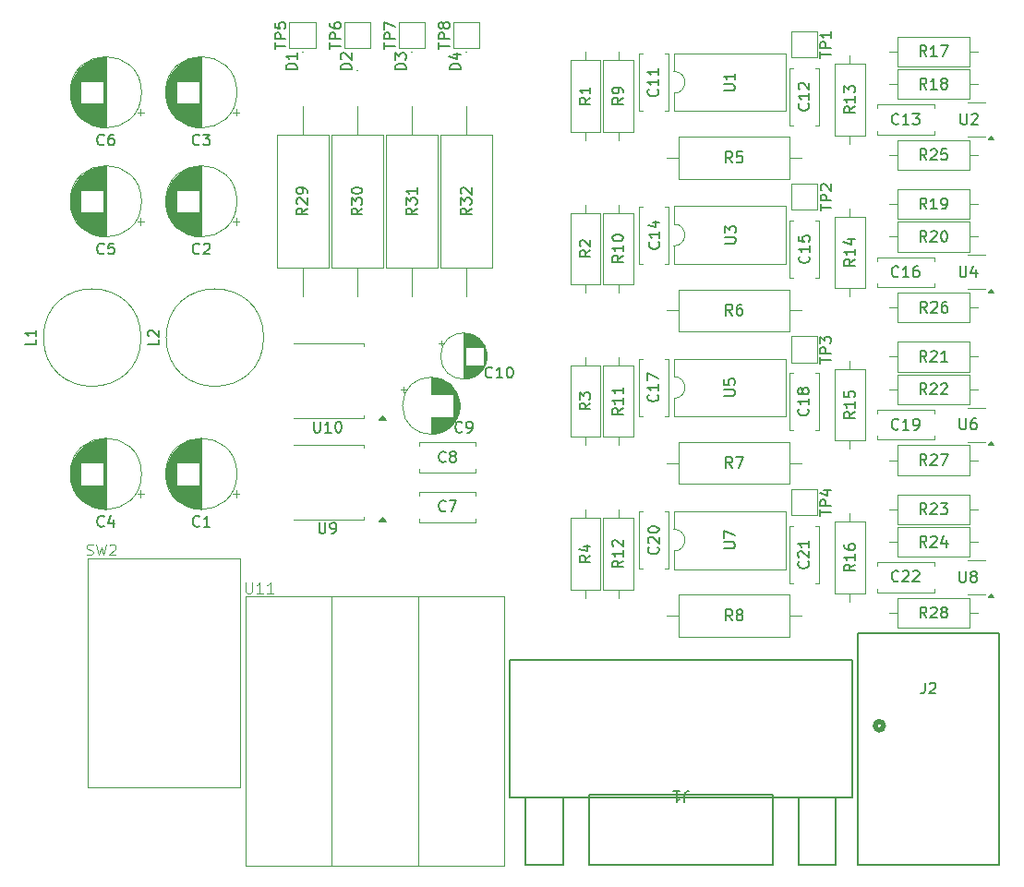
<source format=gbr>
%TF.GenerationSoftware,KiCad,Pcbnew,9.0.3*%
%TF.CreationDate,2025-07-27T17:23:19-07:00*%
%TF.ProjectId,bfieldsmaller,62666965-6c64-4736-9d61-6c6c65722e6b,rev?*%
%TF.SameCoordinates,Original*%
%TF.FileFunction,Legend,Top*%
%TF.FilePolarity,Positive*%
%FSLAX46Y46*%
G04 Gerber Fmt 4.6, Leading zero omitted, Abs format (unit mm)*
G04 Created by KiCad (PCBNEW 9.0.3) date 2025-07-27 17:23:19*
%MOMM*%
%LPD*%
G01*
G04 APERTURE LIST*
%ADD10C,0.150000*%
%ADD11C,0.100000*%
%ADD12C,0.508000*%
%ADD13C,0.152400*%
%ADD14C,0.120000*%
G04 APERTURE END LIST*
D10*
X185021566Y-139151919D02*
X185021566Y-139866204D01*
X185021566Y-139866204D02*
X184973947Y-140009061D01*
X184973947Y-140009061D02*
X184878709Y-140104300D01*
X184878709Y-140104300D02*
X184735852Y-140151919D01*
X184735852Y-140151919D02*
X184640614Y-140151919D01*
X185450138Y-139247157D02*
X185497757Y-139199538D01*
X185497757Y-139199538D02*
X185592995Y-139151919D01*
X185592995Y-139151919D02*
X185831090Y-139151919D01*
X185831090Y-139151919D02*
X185926328Y-139199538D01*
X185926328Y-139199538D02*
X185973947Y-139247157D01*
X185973947Y-139247157D02*
X186021566Y-139342395D01*
X186021566Y-139342395D02*
X186021566Y-139437633D01*
X186021566Y-139437633D02*
X185973947Y-139580490D01*
X185973947Y-139580490D02*
X185402519Y-140151919D01*
X185402519Y-140151919D02*
X186021566Y-140151919D01*
X166594819Y-84846904D02*
X167404342Y-84846904D01*
X167404342Y-84846904D02*
X167499580Y-84799285D01*
X167499580Y-84799285D02*
X167547200Y-84751666D01*
X167547200Y-84751666D02*
X167594819Y-84656428D01*
X167594819Y-84656428D02*
X167594819Y-84465952D01*
X167594819Y-84465952D02*
X167547200Y-84370714D01*
X167547200Y-84370714D02*
X167499580Y-84323095D01*
X167499580Y-84323095D02*
X167404342Y-84275476D01*
X167404342Y-84275476D02*
X166594819Y-84275476D01*
X167594819Y-83275476D02*
X167594819Y-83846904D01*
X167594819Y-83561190D02*
X166594819Y-83561190D01*
X166594819Y-83561190D02*
X166737676Y-83656428D01*
X166737676Y-83656428D02*
X166832914Y-83751666D01*
X166832914Y-83751666D02*
X166880533Y-83846904D01*
X188318095Y-86954819D02*
X188318095Y-87764342D01*
X188318095Y-87764342D02*
X188365714Y-87859580D01*
X188365714Y-87859580D02*
X188413333Y-87907200D01*
X188413333Y-87907200D02*
X188508571Y-87954819D01*
X188508571Y-87954819D02*
X188699047Y-87954819D01*
X188699047Y-87954819D02*
X188794285Y-87907200D01*
X188794285Y-87907200D02*
X188841904Y-87859580D01*
X188841904Y-87859580D02*
X188889523Y-87764342D01*
X188889523Y-87764342D02*
X188889523Y-86954819D01*
X189318095Y-87050057D02*
X189365714Y-87002438D01*
X189365714Y-87002438D02*
X189460952Y-86954819D01*
X189460952Y-86954819D02*
X189699047Y-86954819D01*
X189699047Y-86954819D02*
X189794285Y-87002438D01*
X189794285Y-87002438D02*
X189841904Y-87050057D01*
X189841904Y-87050057D02*
X189889523Y-87145295D01*
X189889523Y-87145295D02*
X189889523Y-87240533D01*
X189889523Y-87240533D02*
X189841904Y-87383390D01*
X189841904Y-87383390D02*
X189270476Y-87954819D01*
X189270476Y-87954819D02*
X189889523Y-87954819D01*
X185187142Y-81704819D02*
X184853809Y-81228628D01*
X184615714Y-81704819D02*
X184615714Y-80704819D01*
X184615714Y-80704819D02*
X184996666Y-80704819D01*
X184996666Y-80704819D02*
X185091904Y-80752438D01*
X185091904Y-80752438D02*
X185139523Y-80800057D01*
X185139523Y-80800057D02*
X185187142Y-80895295D01*
X185187142Y-80895295D02*
X185187142Y-81038152D01*
X185187142Y-81038152D02*
X185139523Y-81133390D01*
X185139523Y-81133390D02*
X185091904Y-81181009D01*
X185091904Y-81181009D02*
X184996666Y-81228628D01*
X184996666Y-81228628D02*
X184615714Y-81228628D01*
X186139523Y-81704819D02*
X185568095Y-81704819D01*
X185853809Y-81704819D02*
X185853809Y-80704819D01*
X185853809Y-80704819D02*
X185758571Y-80847676D01*
X185758571Y-80847676D02*
X185663333Y-80942914D01*
X185663333Y-80942914D02*
X185568095Y-80990533D01*
X186472857Y-80704819D02*
X187139523Y-80704819D01*
X187139523Y-80704819D02*
X186710952Y-81704819D01*
X167373333Y-91454819D02*
X167040000Y-90978628D01*
X166801905Y-91454819D02*
X166801905Y-90454819D01*
X166801905Y-90454819D02*
X167182857Y-90454819D01*
X167182857Y-90454819D02*
X167278095Y-90502438D01*
X167278095Y-90502438D02*
X167325714Y-90550057D01*
X167325714Y-90550057D02*
X167373333Y-90645295D01*
X167373333Y-90645295D02*
X167373333Y-90788152D01*
X167373333Y-90788152D02*
X167325714Y-90883390D01*
X167325714Y-90883390D02*
X167278095Y-90931009D01*
X167278095Y-90931009D02*
X167182857Y-90978628D01*
X167182857Y-90978628D02*
X166801905Y-90978628D01*
X168278095Y-90454819D02*
X167801905Y-90454819D01*
X167801905Y-90454819D02*
X167754286Y-90931009D01*
X167754286Y-90931009D02*
X167801905Y-90883390D01*
X167801905Y-90883390D02*
X167897143Y-90835771D01*
X167897143Y-90835771D02*
X168135238Y-90835771D01*
X168135238Y-90835771D02*
X168230476Y-90883390D01*
X168230476Y-90883390D02*
X168278095Y-90931009D01*
X168278095Y-90931009D02*
X168325714Y-91026247D01*
X168325714Y-91026247D02*
X168325714Y-91264342D01*
X168325714Y-91264342D02*
X168278095Y-91359580D01*
X168278095Y-91359580D02*
X168230476Y-91407200D01*
X168230476Y-91407200D02*
X168135238Y-91454819D01*
X168135238Y-91454819D02*
X167897143Y-91454819D01*
X167897143Y-91454819D02*
X167801905Y-91407200D01*
X167801905Y-91407200D02*
X167754286Y-91359580D01*
X185187142Y-91204819D02*
X184853809Y-90728628D01*
X184615714Y-91204819D02*
X184615714Y-90204819D01*
X184615714Y-90204819D02*
X184996666Y-90204819D01*
X184996666Y-90204819D02*
X185091904Y-90252438D01*
X185091904Y-90252438D02*
X185139523Y-90300057D01*
X185139523Y-90300057D02*
X185187142Y-90395295D01*
X185187142Y-90395295D02*
X185187142Y-90538152D01*
X185187142Y-90538152D02*
X185139523Y-90633390D01*
X185139523Y-90633390D02*
X185091904Y-90681009D01*
X185091904Y-90681009D02*
X184996666Y-90728628D01*
X184996666Y-90728628D02*
X184615714Y-90728628D01*
X185568095Y-90300057D02*
X185615714Y-90252438D01*
X185615714Y-90252438D02*
X185710952Y-90204819D01*
X185710952Y-90204819D02*
X185949047Y-90204819D01*
X185949047Y-90204819D02*
X186044285Y-90252438D01*
X186044285Y-90252438D02*
X186091904Y-90300057D01*
X186091904Y-90300057D02*
X186139523Y-90395295D01*
X186139523Y-90395295D02*
X186139523Y-90490533D01*
X186139523Y-90490533D02*
X186091904Y-90633390D01*
X186091904Y-90633390D02*
X185520476Y-91204819D01*
X185520476Y-91204819D02*
X186139523Y-91204819D01*
X187044285Y-90204819D02*
X186568095Y-90204819D01*
X186568095Y-90204819D02*
X186520476Y-90681009D01*
X186520476Y-90681009D02*
X186568095Y-90633390D01*
X186568095Y-90633390D02*
X186663333Y-90585771D01*
X186663333Y-90585771D02*
X186901428Y-90585771D01*
X186901428Y-90585771D02*
X186996666Y-90633390D01*
X186996666Y-90633390D02*
X187044285Y-90681009D01*
X187044285Y-90681009D02*
X187091904Y-90776247D01*
X187091904Y-90776247D02*
X187091904Y-91014342D01*
X187091904Y-91014342D02*
X187044285Y-91109580D01*
X187044285Y-91109580D02*
X186996666Y-91157200D01*
X186996666Y-91157200D02*
X186901428Y-91204819D01*
X186901428Y-91204819D02*
X186663333Y-91204819D01*
X186663333Y-91204819D02*
X186568095Y-91157200D01*
X186568095Y-91157200D02*
X186520476Y-91109580D01*
X185187142Y-84704819D02*
X184853809Y-84228628D01*
X184615714Y-84704819D02*
X184615714Y-83704819D01*
X184615714Y-83704819D02*
X184996666Y-83704819D01*
X184996666Y-83704819D02*
X185091904Y-83752438D01*
X185091904Y-83752438D02*
X185139523Y-83800057D01*
X185139523Y-83800057D02*
X185187142Y-83895295D01*
X185187142Y-83895295D02*
X185187142Y-84038152D01*
X185187142Y-84038152D02*
X185139523Y-84133390D01*
X185139523Y-84133390D02*
X185091904Y-84181009D01*
X185091904Y-84181009D02*
X184996666Y-84228628D01*
X184996666Y-84228628D02*
X184615714Y-84228628D01*
X186139523Y-84704819D02*
X185568095Y-84704819D01*
X185853809Y-84704819D02*
X185853809Y-83704819D01*
X185853809Y-83704819D02*
X185758571Y-83847676D01*
X185758571Y-83847676D02*
X185663333Y-83942914D01*
X185663333Y-83942914D02*
X185568095Y-83990533D01*
X186710952Y-84133390D02*
X186615714Y-84085771D01*
X186615714Y-84085771D02*
X186568095Y-84038152D01*
X186568095Y-84038152D02*
X186520476Y-83942914D01*
X186520476Y-83942914D02*
X186520476Y-83895295D01*
X186520476Y-83895295D02*
X186568095Y-83800057D01*
X186568095Y-83800057D02*
X186615714Y-83752438D01*
X186615714Y-83752438D02*
X186710952Y-83704819D01*
X186710952Y-83704819D02*
X186901428Y-83704819D01*
X186901428Y-83704819D02*
X186996666Y-83752438D01*
X186996666Y-83752438D02*
X187044285Y-83800057D01*
X187044285Y-83800057D02*
X187091904Y-83895295D01*
X187091904Y-83895295D02*
X187091904Y-83942914D01*
X187091904Y-83942914D02*
X187044285Y-84038152D01*
X187044285Y-84038152D02*
X186996666Y-84085771D01*
X186996666Y-84085771D02*
X186901428Y-84133390D01*
X186901428Y-84133390D02*
X186710952Y-84133390D01*
X186710952Y-84133390D02*
X186615714Y-84181009D01*
X186615714Y-84181009D02*
X186568095Y-84228628D01*
X186568095Y-84228628D02*
X186520476Y-84323866D01*
X186520476Y-84323866D02*
X186520476Y-84514342D01*
X186520476Y-84514342D02*
X186568095Y-84609580D01*
X186568095Y-84609580D02*
X186615714Y-84657200D01*
X186615714Y-84657200D02*
X186710952Y-84704819D01*
X186710952Y-84704819D02*
X186901428Y-84704819D01*
X186901428Y-84704819D02*
X186996666Y-84657200D01*
X186996666Y-84657200D02*
X187044285Y-84609580D01*
X187044285Y-84609580D02*
X187091904Y-84514342D01*
X187091904Y-84514342D02*
X187091904Y-84323866D01*
X187091904Y-84323866D02*
X187044285Y-84228628D01*
X187044285Y-84228628D02*
X186996666Y-84181009D01*
X186996666Y-84181009D02*
X186901428Y-84133390D01*
X174329580Y-86037857D02*
X174377200Y-86085476D01*
X174377200Y-86085476D02*
X174424819Y-86228333D01*
X174424819Y-86228333D02*
X174424819Y-86323571D01*
X174424819Y-86323571D02*
X174377200Y-86466428D01*
X174377200Y-86466428D02*
X174281961Y-86561666D01*
X174281961Y-86561666D02*
X174186723Y-86609285D01*
X174186723Y-86609285D02*
X173996247Y-86656904D01*
X173996247Y-86656904D02*
X173853390Y-86656904D01*
X173853390Y-86656904D02*
X173662914Y-86609285D01*
X173662914Y-86609285D02*
X173567676Y-86561666D01*
X173567676Y-86561666D02*
X173472438Y-86466428D01*
X173472438Y-86466428D02*
X173424819Y-86323571D01*
X173424819Y-86323571D02*
X173424819Y-86228333D01*
X173424819Y-86228333D02*
X173472438Y-86085476D01*
X173472438Y-86085476D02*
X173520057Y-86037857D01*
X174424819Y-85085476D02*
X174424819Y-85656904D01*
X174424819Y-85371190D02*
X173424819Y-85371190D01*
X173424819Y-85371190D02*
X173567676Y-85466428D01*
X173567676Y-85466428D02*
X173662914Y-85561666D01*
X173662914Y-85561666D02*
X173710533Y-85656904D01*
X173520057Y-84704523D02*
X173472438Y-84656904D01*
X173472438Y-84656904D02*
X173424819Y-84561666D01*
X173424819Y-84561666D02*
X173424819Y-84323571D01*
X173424819Y-84323571D02*
X173472438Y-84228333D01*
X173472438Y-84228333D02*
X173520057Y-84180714D01*
X173520057Y-84180714D02*
X173615295Y-84133095D01*
X173615295Y-84133095D02*
X173710533Y-84133095D01*
X173710533Y-84133095D02*
X173853390Y-84180714D01*
X173853390Y-84180714D02*
X174424819Y-84752142D01*
X174424819Y-84752142D02*
X174424819Y-84133095D01*
X157364819Y-85496666D02*
X156888628Y-85829999D01*
X157364819Y-86068094D02*
X156364819Y-86068094D01*
X156364819Y-86068094D02*
X156364819Y-85687142D01*
X156364819Y-85687142D02*
X156412438Y-85591904D01*
X156412438Y-85591904D02*
X156460057Y-85544285D01*
X156460057Y-85544285D02*
X156555295Y-85496666D01*
X156555295Y-85496666D02*
X156698152Y-85496666D01*
X156698152Y-85496666D02*
X156793390Y-85544285D01*
X156793390Y-85544285D02*
X156841009Y-85591904D01*
X156841009Y-85591904D02*
X156888628Y-85687142D01*
X156888628Y-85687142D02*
X156888628Y-86068094D01*
X157364819Y-85020475D02*
X157364819Y-84829999D01*
X157364819Y-84829999D02*
X157317200Y-84734761D01*
X157317200Y-84734761D02*
X157269580Y-84687142D01*
X157269580Y-84687142D02*
X157126723Y-84591904D01*
X157126723Y-84591904D02*
X156936247Y-84544285D01*
X156936247Y-84544285D02*
X156555295Y-84544285D01*
X156555295Y-84544285D02*
X156460057Y-84591904D01*
X156460057Y-84591904D02*
X156412438Y-84639523D01*
X156412438Y-84639523D02*
X156364819Y-84734761D01*
X156364819Y-84734761D02*
X156364819Y-84925237D01*
X156364819Y-84925237D02*
X156412438Y-85020475D01*
X156412438Y-85020475D02*
X156460057Y-85068094D01*
X156460057Y-85068094D02*
X156555295Y-85115713D01*
X156555295Y-85115713D02*
X156793390Y-85115713D01*
X156793390Y-85115713D02*
X156888628Y-85068094D01*
X156888628Y-85068094D02*
X156936247Y-85020475D01*
X156936247Y-85020475D02*
X156983866Y-84925237D01*
X156983866Y-84925237D02*
X156983866Y-84734761D01*
X156983866Y-84734761D02*
X156936247Y-84639523D01*
X156936247Y-84639523D02*
X156888628Y-84591904D01*
X156888628Y-84591904D02*
X156793390Y-84544285D01*
X182607142Y-87859580D02*
X182559523Y-87907200D01*
X182559523Y-87907200D02*
X182416666Y-87954819D01*
X182416666Y-87954819D02*
X182321428Y-87954819D01*
X182321428Y-87954819D02*
X182178571Y-87907200D01*
X182178571Y-87907200D02*
X182083333Y-87811961D01*
X182083333Y-87811961D02*
X182035714Y-87716723D01*
X182035714Y-87716723D02*
X181988095Y-87526247D01*
X181988095Y-87526247D02*
X181988095Y-87383390D01*
X181988095Y-87383390D02*
X182035714Y-87192914D01*
X182035714Y-87192914D02*
X182083333Y-87097676D01*
X182083333Y-87097676D02*
X182178571Y-87002438D01*
X182178571Y-87002438D02*
X182321428Y-86954819D01*
X182321428Y-86954819D02*
X182416666Y-86954819D01*
X182416666Y-86954819D02*
X182559523Y-87002438D01*
X182559523Y-87002438D02*
X182607142Y-87050057D01*
X183559523Y-87954819D02*
X182988095Y-87954819D01*
X183273809Y-87954819D02*
X183273809Y-86954819D01*
X183273809Y-86954819D02*
X183178571Y-87097676D01*
X183178571Y-87097676D02*
X183083333Y-87192914D01*
X183083333Y-87192914D02*
X182988095Y-87240533D01*
X183892857Y-86954819D02*
X184511904Y-86954819D01*
X184511904Y-86954819D02*
X184178571Y-87335771D01*
X184178571Y-87335771D02*
X184321428Y-87335771D01*
X184321428Y-87335771D02*
X184416666Y-87383390D01*
X184416666Y-87383390D02*
X184464285Y-87431009D01*
X184464285Y-87431009D02*
X184511904Y-87526247D01*
X184511904Y-87526247D02*
X184511904Y-87764342D01*
X184511904Y-87764342D02*
X184464285Y-87859580D01*
X184464285Y-87859580D02*
X184416666Y-87907200D01*
X184416666Y-87907200D02*
X184321428Y-87954819D01*
X184321428Y-87954819D02*
X184035714Y-87954819D01*
X184035714Y-87954819D02*
X183940476Y-87907200D01*
X183940476Y-87907200D02*
X183892857Y-87859580D01*
X154364819Y-85496666D02*
X153888628Y-85829999D01*
X154364819Y-86068094D02*
X153364819Y-86068094D01*
X153364819Y-86068094D02*
X153364819Y-85687142D01*
X153364819Y-85687142D02*
X153412438Y-85591904D01*
X153412438Y-85591904D02*
X153460057Y-85544285D01*
X153460057Y-85544285D02*
X153555295Y-85496666D01*
X153555295Y-85496666D02*
X153698152Y-85496666D01*
X153698152Y-85496666D02*
X153793390Y-85544285D01*
X153793390Y-85544285D02*
X153841009Y-85591904D01*
X153841009Y-85591904D02*
X153888628Y-85687142D01*
X153888628Y-85687142D02*
X153888628Y-86068094D01*
X154364819Y-84544285D02*
X154364819Y-85115713D01*
X154364819Y-84829999D02*
X153364819Y-84829999D01*
X153364819Y-84829999D02*
X153507676Y-84925237D01*
X153507676Y-84925237D02*
X153602914Y-85020475D01*
X153602914Y-85020475D02*
X153650533Y-85115713D01*
X160519580Y-84732857D02*
X160567200Y-84780476D01*
X160567200Y-84780476D02*
X160614819Y-84923333D01*
X160614819Y-84923333D02*
X160614819Y-85018571D01*
X160614819Y-85018571D02*
X160567200Y-85161428D01*
X160567200Y-85161428D02*
X160471961Y-85256666D01*
X160471961Y-85256666D02*
X160376723Y-85304285D01*
X160376723Y-85304285D02*
X160186247Y-85351904D01*
X160186247Y-85351904D02*
X160043390Y-85351904D01*
X160043390Y-85351904D02*
X159852914Y-85304285D01*
X159852914Y-85304285D02*
X159757676Y-85256666D01*
X159757676Y-85256666D02*
X159662438Y-85161428D01*
X159662438Y-85161428D02*
X159614819Y-85018571D01*
X159614819Y-85018571D02*
X159614819Y-84923333D01*
X159614819Y-84923333D02*
X159662438Y-84780476D01*
X159662438Y-84780476D02*
X159710057Y-84732857D01*
X160614819Y-83780476D02*
X160614819Y-84351904D01*
X160614819Y-84066190D02*
X159614819Y-84066190D01*
X159614819Y-84066190D02*
X159757676Y-84161428D01*
X159757676Y-84161428D02*
X159852914Y-84256666D01*
X159852914Y-84256666D02*
X159900533Y-84351904D01*
X160614819Y-82828095D02*
X160614819Y-83399523D01*
X160614819Y-83113809D02*
X159614819Y-83113809D01*
X159614819Y-83113809D02*
X159757676Y-83209047D01*
X159757676Y-83209047D02*
X159852914Y-83304285D01*
X159852914Y-83304285D02*
X159900533Y-83399523D01*
X178614819Y-86312857D02*
X178138628Y-86646190D01*
X178614819Y-86884285D02*
X177614819Y-86884285D01*
X177614819Y-86884285D02*
X177614819Y-86503333D01*
X177614819Y-86503333D02*
X177662438Y-86408095D01*
X177662438Y-86408095D02*
X177710057Y-86360476D01*
X177710057Y-86360476D02*
X177805295Y-86312857D01*
X177805295Y-86312857D02*
X177948152Y-86312857D01*
X177948152Y-86312857D02*
X178043390Y-86360476D01*
X178043390Y-86360476D02*
X178091009Y-86408095D01*
X178091009Y-86408095D02*
X178138628Y-86503333D01*
X178138628Y-86503333D02*
X178138628Y-86884285D01*
X178614819Y-85360476D02*
X178614819Y-85931904D01*
X178614819Y-85646190D02*
X177614819Y-85646190D01*
X177614819Y-85646190D02*
X177757676Y-85741428D01*
X177757676Y-85741428D02*
X177852914Y-85836666D01*
X177852914Y-85836666D02*
X177900533Y-85931904D01*
X177614819Y-85027142D02*
X177614819Y-84408095D01*
X177614819Y-84408095D02*
X177995771Y-84741428D01*
X177995771Y-84741428D02*
X177995771Y-84598571D01*
X177995771Y-84598571D02*
X178043390Y-84503333D01*
X178043390Y-84503333D02*
X178091009Y-84455714D01*
X178091009Y-84455714D02*
X178186247Y-84408095D01*
X178186247Y-84408095D02*
X178424342Y-84408095D01*
X178424342Y-84408095D02*
X178519580Y-84455714D01*
X178519580Y-84455714D02*
X178567200Y-84503333D01*
X178567200Y-84503333D02*
X178614819Y-84598571D01*
X178614819Y-84598571D02*
X178614819Y-84884285D01*
X178614819Y-84884285D02*
X178567200Y-84979523D01*
X178567200Y-84979523D02*
X178519580Y-85027142D01*
X129011905Y-115204819D02*
X129011905Y-116014342D01*
X129011905Y-116014342D02*
X129059524Y-116109580D01*
X129059524Y-116109580D02*
X129107143Y-116157200D01*
X129107143Y-116157200D02*
X129202381Y-116204819D01*
X129202381Y-116204819D02*
X129392857Y-116204819D01*
X129392857Y-116204819D02*
X129488095Y-116157200D01*
X129488095Y-116157200D02*
X129535714Y-116109580D01*
X129535714Y-116109580D02*
X129583333Y-116014342D01*
X129583333Y-116014342D02*
X129583333Y-115204819D01*
X130583333Y-116204819D02*
X130011905Y-116204819D01*
X130297619Y-116204819D02*
X130297619Y-115204819D01*
X130297619Y-115204819D02*
X130202381Y-115347676D01*
X130202381Y-115347676D02*
X130107143Y-115442914D01*
X130107143Y-115442914D02*
X130011905Y-115490533D01*
X131202381Y-115204819D02*
X131297619Y-115204819D01*
X131297619Y-115204819D02*
X131392857Y-115252438D01*
X131392857Y-115252438D02*
X131440476Y-115300057D01*
X131440476Y-115300057D02*
X131488095Y-115395295D01*
X131488095Y-115395295D02*
X131535714Y-115585771D01*
X131535714Y-115585771D02*
X131535714Y-115823866D01*
X131535714Y-115823866D02*
X131488095Y-116014342D01*
X131488095Y-116014342D02*
X131440476Y-116109580D01*
X131440476Y-116109580D02*
X131392857Y-116157200D01*
X131392857Y-116157200D02*
X131297619Y-116204819D01*
X131297619Y-116204819D02*
X131202381Y-116204819D01*
X131202381Y-116204819D02*
X131107143Y-116157200D01*
X131107143Y-116157200D02*
X131059524Y-116109580D01*
X131059524Y-116109580D02*
X131011905Y-116014342D01*
X131011905Y-116014342D02*
X130964286Y-115823866D01*
X130964286Y-115823866D02*
X130964286Y-115585771D01*
X130964286Y-115585771D02*
X131011905Y-115395295D01*
X131011905Y-115395295D02*
X131059524Y-115300057D01*
X131059524Y-115300057D02*
X131107143Y-115252438D01*
X131107143Y-115252438D02*
X131202381Y-115204819D01*
X145357142Y-111109580D02*
X145309523Y-111157200D01*
X145309523Y-111157200D02*
X145166666Y-111204819D01*
X145166666Y-111204819D02*
X145071428Y-111204819D01*
X145071428Y-111204819D02*
X144928571Y-111157200D01*
X144928571Y-111157200D02*
X144833333Y-111061961D01*
X144833333Y-111061961D02*
X144785714Y-110966723D01*
X144785714Y-110966723D02*
X144738095Y-110776247D01*
X144738095Y-110776247D02*
X144738095Y-110633390D01*
X144738095Y-110633390D02*
X144785714Y-110442914D01*
X144785714Y-110442914D02*
X144833333Y-110347676D01*
X144833333Y-110347676D02*
X144928571Y-110252438D01*
X144928571Y-110252438D02*
X145071428Y-110204819D01*
X145071428Y-110204819D02*
X145166666Y-110204819D01*
X145166666Y-110204819D02*
X145309523Y-110252438D01*
X145309523Y-110252438D02*
X145357142Y-110300057D01*
X146309523Y-111204819D02*
X145738095Y-111204819D01*
X146023809Y-111204819D02*
X146023809Y-110204819D01*
X146023809Y-110204819D02*
X145928571Y-110347676D01*
X145928571Y-110347676D02*
X145833333Y-110442914D01*
X145833333Y-110442914D02*
X145738095Y-110490533D01*
X146928571Y-110204819D02*
X147023809Y-110204819D01*
X147023809Y-110204819D02*
X147119047Y-110252438D01*
X147119047Y-110252438D02*
X147166666Y-110300057D01*
X147166666Y-110300057D02*
X147214285Y-110395295D01*
X147214285Y-110395295D02*
X147261904Y-110585771D01*
X147261904Y-110585771D02*
X147261904Y-110823866D01*
X147261904Y-110823866D02*
X147214285Y-111014342D01*
X147214285Y-111014342D02*
X147166666Y-111109580D01*
X147166666Y-111109580D02*
X147119047Y-111157200D01*
X147119047Y-111157200D02*
X147023809Y-111204819D01*
X147023809Y-111204819D02*
X146928571Y-111204819D01*
X146928571Y-111204819D02*
X146833333Y-111157200D01*
X146833333Y-111157200D02*
X146785714Y-111109580D01*
X146785714Y-111109580D02*
X146738095Y-111014342D01*
X146738095Y-111014342D02*
X146690476Y-110823866D01*
X146690476Y-110823866D02*
X146690476Y-110585771D01*
X146690476Y-110585771D02*
X146738095Y-110395295D01*
X146738095Y-110395295D02*
X146785714Y-110300057D01*
X146785714Y-110300057D02*
X146833333Y-110252438D01*
X146833333Y-110252438D02*
X146928571Y-110204819D01*
X142583333Y-116109580D02*
X142535714Y-116157200D01*
X142535714Y-116157200D02*
X142392857Y-116204819D01*
X142392857Y-116204819D02*
X142297619Y-116204819D01*
X142297619Y-116204819D02*
X142154762Y-116157200D01*
X142154762Y-116157200D02*
X142059524Y-116061961D01*
X142059524Y-116061961D02*
X142011905Y-115966723D01*
X142011905Y-115966723D02*
X141964286Y-115776247D01*
X141964286Y-115776247D02*
X141964286Y-115633390D01*
X141964286Y-115633390D02*
X142011905Y-115442914D01*
X142011905Y-115442914D02*
X142059524Y-115347676D01*
X142059524Y-115347676D02*
X142154762Y-115252438D01*
X142154762Y-115252438D02*
X142297619Y-115204819D01*
X142297619Y-115204819D02*
X142392857Y-115204819D01*
X142392857Y-115204819D02*
X142535714Y-115252438D01*
X142535714Y-115252438D02*
X142583333Y-115300057D01*
X143059524Y-116204819D02*
X143250000Y-116204819D01*
X143250000Y-116204819D02*
X143345238Y-116157200D01*
X143345238Y-116157200D02*
X143392857Y-116109580D01*
X143392857Y-116109580D02*
X143488095Y-115966723D01*
X143488095Y-115966723D02*
X143535714Y-115776247D01*
X143535714Y-115776247D02*
X143535714Y-115395295D01*
X143535714Y-115395295D02*
X143488095Y-115300057D01*
X143488095Y-115300057D02*
X143440476Y-115252438D01*
X143440476Y-115252438D02*
X143345238Y-115204819D01*
X143345238Y-115204819D02*
X143154762Y-115204819D01*
X143154762Y-115204819D02*
X143059524Y-115252438D01*
X143059524Y-115252438D02*
X143011905Y-115300057D01*
X143011905Y-115300057D02*
X142964286Y-115395295D01*
X142964286Y-115395295D02*
X142964286Y-115633390D01*
X142964286Y-115633390D02*
X143011905Y-115728628D01*
X143011905Y-115728628D02*
X143059524Y-115776247D01*
X143059524Y-115776247D02*
X143154762Y-115823866D01*
X143154762Y-115823866D02*
X143345238Y-115823866D01*
X143345238Y-115823866D02*
X143440476Y-115776247D01*
X143440476Y-115776247D02*
X143488095Y-115728628D01*
X143488095Y-115728628D02*
X143535714Y-115633390D01*
X129488095Y-124454819D02*
X129488095Y-125264342D01*
X129488095Y-125264342D02*
X129535714Y-125359580D01*
X129535714Y-125359580D02*
X129583333Y-125407200D01*
X129583333Y-125407200D02*
X129678571Y-125454819D01*
X129678571Y-125454819D02*
X129869047Y-125454819D01*
X129869047Y-125454819D02*
X129964285Y-125407200D01*
X129964285Y-125407200D02*
X130011904Y-125359580D01*
X130011904Y-125359580D02*
X130059523Y-125264342D01*
X130059523Y-125264342D02*
X130059523Y-124454819D01*
X130583333Y-125454819D02*
X130773809Y-125454819D01*
X130773809Y-125454819D02*
X130869047Y-125407200D01*
X130869047Y-125407200D02*
X130916666Y-125359580D01*
X130916666Y-125359580D02*
X131011904Y-125216723D01*
X131011904Y-125216723D02*
X131059523Y-125026247D01*
X131059523Y-125026247D02*
X131059523Y-124645295D01*
X131059523Y-124645295D02*
X131011904Y-124550057D01*
X131011904Y-124550057D02*
X130964285Y-124502438D01*
X130964285Y-124502438D02*
X130869047Y-124454819D01*
X130869047Y-124454819D02*
X130678571Y-124454819D01*
X130678571Y-124454819D02*
X130583333Y-124502438D01*
X130583333Y-124502438D02*
X130535714Y-124550057D01*
X130535714Y-124550057D02*
X130488095Y-124645295D01*
X130488095Y-124645295D02*
X130488095Y-124883390D01*
X130488095Y-124883390D02*
X130535714Y-124978628D01*
X130535714Y-124978628D02*
X130583333Y-125026247D01*
X130583333Y-125026247D02*
X130678571Y-125073866D01*
X130678571Y-125073866D02*
X130869047Y-125073866D01*
X130869047Y-125073866D02*
X130964285Y-125026247D01*
X130964285Y-125026247D02*
X131011904Y-124978628D01*
X131011904Y-124978628D02*
X131059523Y-124883390D01*
X141083333Y-123359580D02*
X141035714Y-123407200D01*
X141035714Y-123407200D02*
X140892857Y-123454819D01*
X140892857Y-123454819D02*
X140797619Y-123454819D01*
X140797619Y-123454819D02*
X140654762Y-123407200D01*
X140654762Y-123407200D02*
X140559524Y-123311961D01*
X140559524Y-123311961D02*
X140511905Y-123216723D01*
X140511905Y-123216723D02*
X140464286Y-123026247D01*
X140464286Y-123026247D02*
X140464286Y-122883390D01*
X140464286Y-122883390D02*
X140511905Y-122692914D01*
X140511905Y-122692914D02*
X140559524Y-122597676D01*
X140559524Y-122597676D02*
X140654762Y-122502438D01*
X140654762Y-122502438D02*
X140797619Y-122454819D01*
X140797619Y-122454819D02*
X140892857Y-122454819D01*
X140892857Y-122454819D02*
X141035714Y-122502438D01*
X141035714Y-122502438D02*
X141083333Y-122550057D01*
X141416667Y-122454819D02*
X142083333Y-122454819D01*
X142083333Y-122454819D02*
X141654762Y-123454819D01*
X141083333Y-118859580D02*
X141035714Y-118907200D01*
X141035714Y-118907200D02*
X140892857Y-118954819D01*
X140892857Y-118954819D02*
X140797619Y-118954819D01*
X140797619Y-118954819D02*
X140654762Y-118907200D01*
X140654762Y-118907200D02*
X140559524Y-118811961D01*
X140559524Y-118811961D02*
X140511905Y-118716723D01*
X140511905Y-118716723D02*
X140464286Y-118526247D01*
X140464286Y-118526247D02*
X140464286Y-118383390D01*
X140464286Y-118383390D02*
X140511905Y-118192914D01*
X140511905Y-118192914D02*
X140559524Y-118097676D01*
X140559524Y-118097676D02*
X140654762Y-118002438D01*
X140654762Y-118002438D02*
X140797619Y-117954819D01*
X140797619Y-117954819D02*
X140892857Y-117954819D01*
X140892857Y-117954819D02*
X141035714Y-118002438D01*
X141035714Y-118002438D02*
X141083333Y-118050057D01*
X141654762Y-118383390D02*
X141559524Y-118335771D01*
X141559524Y-118335771D02*
X141511905Y-118288152D01*
X141511905Y-118288152D02*
X141464286Y-118192914D01*
X141464286Y-118192914D02*
X141464286Y-118145295D01*
X141464286Y-118145295D02*
X141511905Y-118050057D01*
X141511905Y-118050057D02*
X141559524Y-118002438D01*
X141559524Y-118002438D02*
X141654762Y-117954819D01*
X141654762Y-117954819D02*
X141845238Y-117954819D01*
X141845238Y-117954819D02*
X141940476Y-118002438D01*
X141940476Y-118002438D02*
X141988095Y-118050057D01*
X141988095Y-118050057D02*
X142035714Y-118145295D01*
X142035714Y-118145295D02*
X142035714Y-118192914D01*
X142035714Y-118192914D02*
X141988095Y-118288152D01*
X141988095Y-118288152D02*
X141940476Y-118335771D01*
X141940476Y-118335771D02*
X141845238Y-118383390D01*
X141845238Y-118383390D02*
X141654762Y-118383390D01*
X141654762Y-118383390D02*
X141559524Y-118431009D01*
X141559524Y-118431009D02*
X141511905Y-118478628D01*
X141511905Y-118478628D02*
X141464286Y-118573866D01*
X141464286Y-118573866D02*
X141464286Y-118764342D01*
X141464286Y-118764342D02*
X141511905Y-118859580D01*
X141511905Y-118859580D02*
X141559524Y-118907200D01*
X141559524Y-118907200D02*
X141654762Y-118954819D01*
X141654762Y-118954819D02*
X141845238Y-118954819D01*
X141845238Y-118954819D02*
X141940476Y-118907200D01*
X141940476Y-118907200D02*
X141988095Y-118859580D01*
X141988095Y-118859580D02*
X142035714Y-118764342D01*
X142035714Y-118764342D02*
X142035714Y-118573866D01*
X142035714Y-118573866D02*
X141988095Y-118478628D01*
X141988095Y-118478628D02*
X141940476Y-118431009D01*
X141940476Y-118431009D02*
X141845238Y-118383390D01*
X138454819Y-95642857D02*
X137978628Y-95976190D01*
X138454819Y-96214285D02*
X137454819Y-96214285D01*
X137454819Y-96214285D02*
X137454819Y-95833333D01*
X137454819Y-95833333D02*
X137502438Y-95738095D01*
X137502438Y-95738095D02*
X137550057Y-95690476D01*
X137550057Y-95690476D02*
X137645295Y-95642857D01*
X137645295Y-95642857D02*
X137788152Y-95642857D01*
X137788152Y-95642857D02*
X137883390Y-95690476D01*
X137883390Y-95690476D02*
X137931009Y-95738095D01*
X137931009Y-95738095D02*
X137978628Y-95833333D01*
X137978628Y-95833333D02*
X137978628Y-96214285D01*
X137454819Y-95309523D02*
X137454819Y-94690476D01*
X137454819Y-94690476D02*
X137835771Y-95023809D01*
X137835771Y-95023809D02*
X137835771Y-94880952D01*
X137835771Y-94880952D02*
X137883390Y-94785714D01*
X137883390Y-94785714D02*
X137931009Y-94738095D01*
X137931009Y-94738095D02*
X138026247Y-94690476D01*
X138026247Y-94690476D02*
X138264342Y-94690476D01*
X138264342Y-94690476D02*
X138359580Y-94738095D01*
X138359580Y-94738095D02*
X138407200Y-94785714D01*
X138407200Y-94785714D02*
X138454819Y-94880952D01*
X138454819Y-94880952D02*
X138454819Y-95166666D01*
X138454819Y-95166666D02*
X138407200Y-95261904D01*
X138407200Y-95261904D02*
X138359580Y-95309523D01*
X138454819Y-93738095D02*
X138454819Y-94309523D01*
X138454819Y-94023809D02*
X137454819Y-94023809D01*
X137454819Y-94023809D02*
X137597676Y-94119047D01*
X137597676Y-94119047D02*
X137692914Y-94214285D01*
X137692914Y-94214285D02*
X137740533Y-94309523D01*
X128414819Y-95642857D02*
X127938628Y-95976190D01*
X128414819Y-96214285D02*
X127414819Y-96214285D01*
X127414819Y-96214285D02*
X127414819Y-95833333D01*
X127414819Y-95833333D02*
X127462438Y-95738095D01*
X127462438Y-95738095D02*
X127510057Y-95690476D01*
X127510057Y-95690476D02*
X127605295Y-95642857D01*
X127605295Y-95642857D02*
X127748152Y-95642857D01*
X127748152Y-95642857D02*
X127843390Y-95690476D01*
X127843390Y-95690476D02*
X127891009Y-95738095D01*
X127891009Y-95738095D02*
X127938628Y-95833333D01*
X127938628Y-95833333D02*
X127938628Y-96214285D01*
X127510057Y-95261904D02*
X127462438Y-95214285D01*
X127462438Y-95214285D02*
X127414819Y-95119047D01*
X127414819Y-95119047D02*
X127414819Y-94880952D01*
X127414819Y-94880952D02*
X127462438Y-94785714D01*
X127462438Y-94785714D02*
X127510057Y-94738095D01*
X127510057Y-94738095D02*
X127605295Y-94690476D01*
X127605295Y-94690476D02*
X127700533Y-94690476D01*
X127700533Y-94690476D02*
X127843390Y-94738095D01*
X127843390Y-94738095D02*
X128414819Y-95309523D01*
X128414819Y-95309523D02*
X128414819Y-94690476D01*
X128414819Y-94214285D02*
X128414819Y-94023809D01*
X128414819Y-94023809D02*
X128367200Y-93928571D01*
X128367200Y-93928571D02*
X128319580Y-93880952D01*
X128319580Y-93880952D02*
X128176723Y-93785714D01*
X128176723Y-93785714D02*
X127986247Y-93738095D01*
X127986247Y-93738095D02*
X127605295Y-93738095D01*
X127605295Y-93738095D02*
X127510057Y-93785714D01*
X127510057Y-93785714D02*
X127462438Y-93833333D01*
X127462438Y-93833333D02*
X127414819Y-93928571D01*
X127414819Y-93928571D02*
X127414819Y-94119047D01*
X127414819Y-94119047D02*
X127462438Y-94214285D01*
X127462438Y-94214285D02*
X127510057Y-94261904D01*
X127510057Y-94261904D02*
X127605295Y-94309523D01*
X127605295Y-94309523D02*
X127843390Y-94309523D01*
X127843390Y-94309523D02*
X127938628Y-94261904D01*
X127938628Y-94261904D02*
X127986247Y-94214285D01*
X127986247Y-94214285D02*
X128033866Y-94119047D01*
X128033866Y-94119047D02*
X128033866Y-93928571D01*
X128033866Y-93928571D02*
X127986247Y-93833333D01*
X127986247Y-93833333D02*
X127938628Y-93785714D01*
X127938628Y-93785714D02*
X127843390Y-93738095D01*
X133454819Y-95642857D02*
X132978628Y-95976190D01*
X133454819Y-96214285D02*
X132454819Y-96214285D01*
X132454819Y-96214285D02*
X132454819Y-95833333D01*
X132454819Y-95833333D02*
X132502438Y-95738095D01*
X132502438Y-95738095D02*
X132550057Y-95690476D01*
X132550057Y-95690476D02*
X132645295Y-95642857D01*
X132645295Y-95642857D02*
X132788152Y-95642857D01*
X132788152Y-95642857D02*
X132883390Y-95690476D01*
X132883390Y-95690476D02*
X132931009Y-95738095D01*
X132931009Y-95738095D02*
X132978628Y-95833333D01*
X132978628Y-95833333D02*
X132978628Y-96214285D01*
X132454819Y-95309523D02*
X132454819Y-94690476D01*
X132454819Y-94690476D02*
X132835771Y-95023809D01*
X132835771Y-95023809D02*
X132835771Y-94880952D01*
X132835771Y-94880952D02*
X132883390Y-94785714D01*
X132883390Y-94785714D02*
X132931009Y-94738095D01*
X132931009Y-94738095D02*
X133026247Y-94690476D01*
X133026247Y-94690476D02*
X133264342Y-94690476D01*
X133264342Y-94690476D02*
X133359580Y-94738095D01*
X133359580Y-94738095D02*
X133407200Y-94785714D01*
X133407200Y-94785714D02*
X133454819Y-94880952D01*
X133454819Y-94880952D02*
X133454819Y-95166666D01*
X133454819Y-95166666D02*
X133407200Y-95261904D01*
X133407200Y-95261904D02*
X133359580Y-95309523D01*
X132454819Y-94071428D02*
X132454819Y-93976190D01*
X132454819Y-93976190D02*
X132502438Y-93880952D01*
X132502438Y-93880952D02*
X132550057Y-93833333D01*
X132550057Y-93833333D02*
X132645295Y-93785714D01*
X132645295Y-93785714D02*
X132835771Y-93738095D01*
X132835771Y-93738095D02*
X133073866Y-93738095D01*
X133073866Y-93738095D02*
X133264342Y-93785714D01*
X133264342Y-93785714D02*
X133359580Y-93833333D01*
X133359580Y-93833333D02*
X133407200Y-93880952D01*
X133407200Y-93880952D02*
X133454819Y-93976190D01*
X133454819Y-93976190D02*
X133454819Y-94071428D01*
X133454819Y-94071428D02*
X133407200Y-94166666D01*
X133407200Y-94166666D02*
X133359580Y-94214285D01*
X133359580Y-94214285D02*
X133264342Y-94261904D01*
X133264342Y-94261904D02*
X133073866Y-94309523D01*
X133073866Y-94309523D02*
X132835771Y-94309523D01*
X132835771Y-94309523D02*
X132645295Y-94261904D01*
X132645295Y-94261904D02*
X132550057Y-94214285D01*
X132550057Y-94214285D02*
X132502438Y-94166666D01*
X132502438Y-94166666D02*
X132454819Y-94071428D01*
X143454819Y-95642857D02*
X142978628Y-95976190D01*
X143454819Y-96214285D02*
X142454819Y-96214285D01*
X142454819Y-96214285D02*
X142454819Y-95833333D01*
X142454819Y-95833333D02*
X142502438Y-95738095D01*
X142502438Y-95738095D02*
X142550057Y-95690476D01*
X142550057Y-95690476D02*
X142645295Y-95642857D01*
X142645295Y-95642857D02*
X142788152Y-95642857D01*
X142788152Y-95642857D02*
X142883390Y-95690476D01*
X142883390Y-95690476D02*
X142931009Y-95738095D01*
X142931009Y-95738095D02*
X142978628Y-95833333D01*
X142978628Y-95833333D02*
X142978628Y-96214285D01*
X142454819Y-95309523D02*
X142454819Y-94690476D01*
X142454819Y-94690476D02*
X142835771Y-95023809D01*
X142835771Y-95023809D02*
X142835771Y-94880952D01*
X142835771Y-94880952D02*
X142883390Y-94785714D01*
X142883390Y-94785714D02*
X142931009Y-94738095D01*
X142931009Y-94738095D02*
X143026247Y-94690476D01*
X143026247Y-94690476D02*
X143264342Y-94690476D01*
X143264342Y-94690476D02*
X143359580Y-94738095D01*
X143359580Y-94738095D02*
X143407200Y-94785714D01*
X143407200Y-94785714D02*
X143454819Y-94880952D01*
X143454819Y-94880952D02*
X143454819Y-95166666D01*
X143454819Y-95166666D02*
X143407200Y-95261904D01*
X143407200Y-95261904D02*
X143359580Y-95309523D01*
X142550057Y-94309523D02*
X142502438Y-94261904D01*
X142502438Y-94261904D02*
X142454819Y-94166666D01*
X142454819Y-94166666D02*
X142454819Y-93928571D01*
X142454819Y-93928571D02*
X142502438Y-93833333D01*
X142502438Y-93833333D02*
X142550057Y-93785714D01*
X142550057Y-93785714D02*
X142645295Y-93738095D01*
X142645295Y-93738095D02*
X142740533Y-93738095D01*
X142740533Y-93738095D02*
X142883390Y-93785714D01*
X142883390Y-93785714D02*
X143454819Y-94357142D01*
X143454819Y-94357142D02*
X143454819Y-93738095D01*
X114787199Y-107666666D02*
X114787199Y-108142856D01*
X114787199Y-108142856D02*
X113787199Y-108142856D01*
X113882437Y-107380951D02*
X113834818Y-107333332D01*
X113834818Y-107333332D02*
X113787199Y-107238094D01*
X113787199Y-107238094D02*
X113787199Y-106999999D01*
X113787199Y-106999999D02*
X113834818Y-106904761D01*
X113834818Y-106904761D02*
X113882437Y-106857142D01*
X113882437Y-106857142D02*
X113977675Y-106809523D01*
X113977675Y-106809523D02*
X114072913Y-106809523D01*
X114072913Y-106809523D02*
X114215770Y-106857142D01*
X114215770Y-106857142D02*
X114787199Y-107428570D01*
X114787199Y-107428570D02*
X114787199Y-106809523D01*
X103537199Y-107666666D02*
X103537199Y-108142856D01*
X103537199Y-108142856D02*
X102537199Y-108142856D01*
X103537199Y-106809523D02*
X103537199Y-107380951D01*
X103537199Y-107095237D02*
X102537199Y-107095237D01*
X102537199Y-107095237D02*
X102680056Y-107190475D01*
X102680056Y-107190475D02*
X102775294Y-107285713D01*
X102775294Y-107285713D02*
X102822913Y-107380951D01*
X109765713Y-99759580D02*
X109718094Y-99807200D01*
X109718094Y-99807200D02*
X109575237Y-99854819D01*
X109575237Y-99854819D02*
X109479999Y-99854819D01*
X109479999Y-99854819D02*
X109337142Y-99807200D01*
X109337142Y-99807200D02*
X109241904Y-99711961D01*
X109241904Y-99711961D02*
X109194285Y-99616723D01*
X109194285Y-99616723D02*
X109146666Y-99426247D01*
X109146666Y-99426247D02*
X109146666Y-99283390D01*
X109146666Y-99283390D02*
X109194285Y-99092914D01*
X109194285Y-99092914D02*
X109241904Y-98997676D01*
X109241904Y-98997676D02*
X109337142Y-98902438D01*
X109337142Y-98902438D02*
X109479999Y-98854819D01*
X109479999Y-98854819D02*
X109575237Y-98854819D01*
X109575237Y-98854819D02*
X109718094Y-98902438D01*
X109718094Y-98902438D02*
X109765713Y-98950057D01*
X110670475Y-98854819D02*
X110194285Y-98854819D01*
X110194285Y-98854819D02*
X110146666Y-99331009D01*
X110146666Y-99331009D02*
X110194285Y-99283390D01*
X110194285Y-99283390D02*
X110289523Y-99235771D01*
X110289523Y-99235771D02*
X110527618Y-99235771D01*
X110527618Y-99235771D02*
X110622856Y-99283390D01*
X110622856Y-99283390D02*
X110670475Y-99331009D01*
X110670475Y-99331009D02*
X110718094Y-99426247D01*
X110718094Y-99426247D02*
X110718094Y-99664342D01*
X110718094Y-99664342D02*
X110670475Y-99759580D01*
X110670475Y-99759580D02*
X110622856Y-99807200D01*
X110622856Y-99807200D02*
X110527618Y-99854819D01*
X110527618Y-99854819D02*
X110289523Y-99854819D01*
X110289523Y-99854819D02*
X110194285Y-99807200D01*
X110194285Y-99807200D02*
X110146666Y-99759580D01*
X118515713Y-99759580D02*
X118468094Y-99807200D01*
X118468094Y-99807200D02*
X118325237Y-99854819D01*
X118325237Y-99854819D02*
X118229999Y-99854819D01*
X118229999Y-99854819D02*
X118087142Y-99807200D01*
X118087142Y-99807200D02*
X117991904Y-99711961D01*
X117991904Y-99711961D02*
X117944285Y-99616723D01*
X117944285Y-99616723D02*
X117896666Y-99426247D01*
X117896666Y-99426247D02*
X117896666Y-99283390D01*
X117896666Y-99283390D02*
X117944285Y-99092914D01*
X117944285Y-99092914D02*
X117991904Y-98997676D01*
X117991904Y-98997676D02*
X118087142Y-98902438D01*
X118087142Y-98902438D02*
X118229999Y-98854819D01*
X118229999Y-98854819D02*
X118325237Y-98854819D01*
X118325237Y-98854819D02*
X118468094Y-98902438D01*
X118468094Y-98902438D02*
X118515713Y-98950057D01*
X118896666Y-98950057D02*
X118944285Y-98902438D01*
X118944285Y-98902438D02*
X119039523Y-98854819D01*
X119039523Y-98854819D02*
X119277618Y-98854819D01*
X119277618Y-98854819D02*
X119372856Y-98902438D01*
X119372856Y-98902438D02*
X119420475Y-98950057D01*
X119420475Y-98950057D02*
X119468094Y-99045295D01*
X119468094Y-99045295D02*
X119468094Y-99140533D01*
X119468094Y-99140533D02*
X119420475Y-99283390D01*
X119420475Y-99283390D02*
X118849047Y-99854819D01*
X118849047Y-99854819D02*
X119468094Y-99854819D01*
X118515713Y-89759580D02*
X118468094Y-89807200D01*
X118468094Y-89807200D02*
X118325237Y-89854819D01*
X118325237Y-89854819D02*
X118229999Y-89854819D01*
X118229999Y-89854819D02*
X118087142Y-89807200D01*
X118087142Y-89807200D02*
X117991904Y-89711961D01*
X117991904Y-89711961D02*
X117944285Y-89616723D01*
X117944285Y-89616723D02*
X117896666Y-89426247D01*
X117896666Y-89426247D02*
X117896666Y-89283390D01*
X117896666Y-89283390D02*
X117944285Y-89092914D01*
X117944285Y-89092914D02*
X117991904Y-88997676D01*
X117991904Y-88997676D02*
X118087142Y-88902438D01*
X118087142Y-88902438D02*
X118229999Y-88854819D01*
X118229999Y-88854819D02*
X118325237Y-88854819D01*
X118325237Y-88854819D02*
X118468094Y-88902438D01*
X118468094Y-88902438D02*
X118515713Y-88950057D01*
X118849047Y-88854819D02*
X119468094Y-88854819D01*
X119468094Y-88854819D02*
X119134761Y-89235771D01*
X119134761Y-89235771D02*
X119277618Y-89235771D01*
X119277618Y-89235771D02*
X119372856Y-89283390D01*
X119372856Y-89283390D02*
X119420475Y-89331009D01*
X119420475Y-89331009D02*
X119468094Y-89426247D01*
X119468094Y-89426247D02*
X119468094Y-89664342D01*
X119468094Y-89664342D02*
X119420475Y-89759580D01*
X119420475Y-89759580D02*
X119372856Y-89807200D01*
X119372856Y-89807200D02*
X119277618Y-89854819D01*
X119277618Y-89854819D02*
X118991904Y-89854819D01*
X118991904Y-89854819D02*
X118896666Y-89807200D01*
X118896666Y-89807200D02*
X118849047Y-89759580D01*
X175459319Y-95851904D02*
X175459319Y-95280476D01*
X176459319Y-95566190D02*
X175459319Y-95566190D01*
X176459319Y-94947142D02*
X175459319Y-94947142D01*
X175459319Y-94947142D02*
X175459319Y-94566190D01*
X175459319Y-94566190D02*
X175506938Y-94470952D01*
X175506938Y-94470952D02*
X175554557Y-94423333D01*
X175554557Y-94423333D02*
X175649795Y-94375714D01*
X175649795Y-94375714D02*
X175792652Y-94375714D01*
X175792652Y-94375714D02*
X175887890Y-94423333D01*
X175887890Y-94423333D02*
X175935509Y-94470952D01*
X175935509Y-94470952D02*
X175983128Y-94566190D01*
X175983128Y-94566190D02*
X175983128Y-94947142D01*
X175554557Y-93994761D02*
X175506938Y-93947142D01*
X175506938Y-93947142D02*
X175459319Y-93851904D01*
X175459319Y-93851904D02*
X175459319Y-93613809D01*
X175459319Y-93613809D02*
X175506938Y-93518571D01*
X175506938Y-93518571D02*
X175554557Y-93470952D01*
X175554557Y-93470952D02*
X175649795Y-93423333D01*
X175649795Y-93423333D02*
X175745033Y-93423333D01*
X175745033Y-93423333D02*
X175887890Y-93470952D01*
X175887890Y-93470952D02*
X176459319Y-94042380D01*
X176459319Y-94042380D02*
X176459319Y-93423333D01*
X175424819Y-109851904D02*
X175424819Y-109280476D01*
X176424819Y-109566190D02*
X175424819Y-109566190D01*
X176424819Y-108947142D02*
X175424819Y-108947142D01*
X175424819Y-108947142D02*
X175424819Y-108566190D01*
X175424819Y-108566190D02*
X175472438Y-108470952D01*
X175472438Y-108470952D02*
X175520057Y-108423333D01*
X175520057Y-108423333D02*
X175615295Y-108375714D01*
X175615295Y-108375714D02*
X175758152Y-108375714D01*
X175758152Y-108375714D02*
X175853390Y-108423333D01*
X175853390Y-108423333D02*
X175901009Y-108470952D01*
X175901009Y-108470952D02*
X175948628Y-108566190D01*
X175948628Y-108566190D02*
X175948628Y-108947142D01*
X175424819Y-108042380D02*
X175424819Y-107423333D01*
X175424819Y-107423333D02*
X175805771Y-107756666D01*
X175805771Y-107756666D02*
X175805771Y-107613809D01*
X175805771Y-107613809D02*
X175853390Y-107518571D01*
X175853390Y-107518571D02*
X175901009Y-107470952D01*
X175901009Y-107470952D02*
X175996247Y-107423333D01*
X175996247Y-107423333D02*
X176234342Y-107423333D01*
X176234342Y-107423333D02*
X176329580Y-107470952D01*
X176329580Y-107470952D02*
X176377200Y-107518571D01*
X176377200Y-107518571D02*
X176424819Y-107613809D01*
X176424819Y-107613809D02*
X176424819Y-107899523D01*
X176424819Y-107899523D02*
X176377200Y-107994761D01*
X176377200Y-107994761D02*
X176329580Y-108042380D01*
X175422819Y-123851904D02*
X175422819Y-123280476D01*
X176422819Y-123566190D02*
X175422819Y-123566190D01*
X176422819Y-122947142D02*
X175422819Y-122947142D01*
X175422819Y-122947142D02*
X175422819Y-122566190D01*
X175422819Y-122566190D02*
X175470438Y-122470952D01*
X175470438Y-122470952D02*
X175518057Y-122423333D01*
X175518057Y-122423333D02*
X175613295Y-122375714D01*
X175613295Y-122375714D02*
X175756152Y-122375714D01*
X175756152Y-122375714D02*
X175851390Y-122423333D01*
X175851390Y-122423333D02*
X175899009Y-122470952D01*
X175899009Y-122470952D02*
X175946628Y-122566190D01*
X175946628Y-122566190D02*
X175946628Y-122947142D01*
X175756152Y-121518571D02*
X176422819Y-121518571D01*
X175375200Y-121756666D02*
X176089485Y-121994761D01*
X176089485Y-121994761D02*
X176089485Y-121375714D01*
X175424819Y-81851904D02*
X175424819Y-81280476D01*
X176424819Y-81566190D02*
X175424819Y-81566190D01*
X176424819Y-80947142D02*
X175424819Y-80947142D01*
X175424819Y-80947142D02*
X175424819Y-80566190D01*
X175424819Y-80566190D02*
X175472438Y-80470952D01*
X175472438Y-80470952D02*
X175520057Y-80423333D01*
X175520057Y-80423333D02*
X175615295Y-80375714D01*
X175615295Y-80375714D02*
X175758152Y-80375714D01*
X175758152Y-80375714D02*
X175853390Y-80423333D01*
X175853390Y-80423333D02*
X175901009Y-80470952D01*
X175901009Y-80470952D02*
X175948628Y-80566190D01*
X175948628Y-80566190D02*
X175948628Y-80947142D01*
X176424819Y-79423333D02*
X176424819Y-79994761D01*
X176424819Y-79709047D02*
X175424819Y-79709047D01*
X175424819Y-79709047D02*
X175567676Y-79804285D01*
X175567676Y-79804285D02*
X175662914Y-79899523D01*
X175662914Y-79899523D02*
X175710533Y-79994761D01*
X185187142Y-126704819D02*
X184853809Y-126228628D01*
X184615714Y-126704819D02*
X184615714Y-125704819D01*
X184615714Y-125704819D02*
X184996666Y-125704819D01*
X184996666Y-125704819D02*
X185091904Y-125752438D01*
X185091904Y-125752438D02*
X185139523Y-125800057D01*
X185139523Y-125800057D02*
X185187142Y-125895295D01*
X185187142Y-125895295D02*
X185187142Y-126038152D01*
X185187142Y-126038152D02*
X185139523Y-126133390D01*
X185139523Y-126133390D02*
X185091904Y-126181009D01*
X185091904Y-126181009D02*
X184996666Y-126228628D01*
X184996666Y-126228628D02*
X184615714Y-126228628D01*
X185568095Y-125800057D02*
X185615714Y-125752438D01*
X185615714Y-125752438D02*
X185710952Y-125704819D01*
X185710952Y-125704819D02*
X185949047Y-125704819D01*
X185949047Y-125704819D02*
X186044285Y-125752438D01*
X186044285Y-125752438D02*
X186091904Y-125800057D01*
X186091904Y-125800057D02*
X186139523Y-125895295D01*
X186139523Y-125895295D02*
X186139523Y-125990533D01*
X186139523Y-125990533D02*
X186091904Y-126133390D01*
X186091904Y-126133390D02*
X185520476Y-126704819D01*
X185520476Y-126704819D02*
X186139523Y-126704819D01*
X186996666Y-126038152D02*
X186996666Y-126704819D01*
X186758571Y-125657200D02*
X186520476Y-126371485D01*
X186520476Y-126371485D02*
X187139523Y-126371485D01*
X154364819Y-127496666D02*
X153888628Y-127829999D01*
X154364819Y-128068094D02*
X153364819Y-128068094D01*
X153364819Y-128068094D02*
X153364819Y-127687142D01*
X153364819Y-127687142D02*
X153412438Y-127591904D01*
X153412438Y-127591904D02*
X153460057Y-127544285D01*
X153460057Y-127544285D02*
X153555295Y-127496666D01*
X153555295Y-127496666D02*
X153698152Y-127496666D01*
X153698152Y-127496666D02*
X153793390Y-127544285D01*
X153793390Y-127544285D02*
X153841009Y-127591904D01*
X153841009Y-127591904D02*
X153888628Y-127687142D01*
X153888628Y-127687142D02*
X153888628Y-128068094D01*
X153698152Y-126639523D02*
X154364819Y-126639523D01*
X153317200Y-126877618D02*
X154031485Y-127115713D01*
X154031485Y-127115713D02*
X154031485Y-126496666D01*
X185187142Y-133204819D02*
X184853809Y-132728628D01*
X184615714Y-133204819D02*
X184615714Y-132204819D01*
X184615714Y-132204819D02*
X184996666Y-132204819D01*
X184996666Y-132204819D02*
X185091904Y-132252438D01*
X185091904Y-132252438D02*
X185139523Y-132300057D01*
X185139523Y-132300057D02*
X185187142Y-132395295D01*
X185187142Y-132395295D02*
X185187142Y-132538152D01*
X185187142Y-132538152D02*
X185139523Y-132633390D01*
X185139523Y-132633390D02*
X185091904Y-132681009D01*
X185091904Y-132681009D02*
X184996666Y-132728628D01*
X184996666Y-132728628D02*
X184615714Y-132728628D01*
X185568095Y-132300057D02*
X185615714Y-132252438D01*
X185615714Y-132252438D02*
X185710952Y-132204819D01*
X185710952Y-132204819D02*
X185949047Y-132204819D01*
X185949047Y-132204819D02*
X186044285Y-132252438D01*
X186044285Y-132252438D02*
X186091904Y-132300057D01*
X186091904Y-132300057D02*
X186139523Y-132395295D01*
X186139523Y-132395295D02*
X186139523Y-132490533D01*
X186139523Y-132490533D02*
X186091904Y-132633390D01*
X186091904Y-132633390D02*
X185520476Y-133204819D01*
X185520476Y-133204819D02*
X186139523Y-133204819D01*
X186710952Y-132633390D02*
X186615714Y-132585771D01*
X186615714Y-132585771D02*
X186568095Y-132538152D01*
X186568095Y-132538152D02*
X186520476Y-132442914D01*
X186520476Y-132442914D02*
X186520476Y-132395295D01*
X186520476Y-132395295D02*
X186568095Y-132300057D01*
X186568095Y-132300057D02*
X186615714Y-132252438D01*
X186615714Y-132252438D02*
X186710952Y-132204819D01*
X186710952Y-132204819D02*
X186901428Y-132204819D01*
X186901428Y-132204819D02*
X186996666Y-132252438D01*
X186996666Y-132252438D02*
X187044285Y-132300057D01*
X187044285Y-132300057D02*
X187091904Y-132395295D01*
X187091904Y-132395295D02*
X187091904Y-132442914D01*
X187091904Y-132442914D02*
X187044285Y-132538152D01*
X187044285Y-132538152D02*
X186996666Y-132585771D01*
X186996666Y-132585771D02*
X186901428Y-132633390D01*
X186901428Y-132633390D02*
X186710952Y-132633390D01*
X186710952Y-132633390D02*
X186615714Y-132681009D01*
X186615714Y-132681009D02*
X186568095Y-132728628D01*
X186568095Y-132728628D02*
X186520476Y-132823866D01*
X186520476Y-132823866D02*
X186520476Y-133014342D01*
X186520476Y-133014342D02*
X186568095Y-133109580D01*
X186568095Y-133109580D02*
X186615714Y-133157200D01*
X186615714Y-133157200D02*
X186710952Y-133204819D01*
X186710952Y-133204819D02*
X186901428Y-133204819D01*
X186901428Y-133204819D02*
X186996666Y-133157200D01*
X186996666Y-133157200D02*
X187044285Y-133109580D01*
X187044285Y-133109580D02*
X187091904Y-133014342D01*
X187091904Y-133014342D02*
X187091904Y-132823866D01*
X187091904Y-132823866D02*
X187044285Y-132728628D01*
X187044285Y-132728628D02*
X186996666Y-132681009D01*
X186996666Y-132681009D02*
X186901428Y-132633390D01*
X166614819Y-126846904D02*
X167424342Y-126846904D01*
X167424342Y-126846904D02*
X167519580Y-126799285D01*
X167519580Y-126799285D02*
X167567200Y-126751666D01*
X167567200Y-126751666D02*
X167614819Y-126656428D01*
X167614819Y-126656428D02*
X167614819Y-126465952D01*
X167614819Y-126465952D02*
X167567200Y-126370714D01*
X167567200Y-126370714D02*
X167519580Y-126323095D01*
X167519580Y-126323095D02*
X167424342Y-126275476D01*
X167424342Y-126275476D02*
X166614819Y-126275476D01*
X166614819Y-125894523D02*
X166614819Y-125227857D01*
X166614819Y-125227857D02*
X167614819Y-125656428D01*
X178614819Y-128312857D02*
X178138628Y-128646190D01*
X178614819Y-128884285D02*
X177614819Y-128884285D01*
X177614819Y-128884285D02*
X177614819Y-128503333D01*
X177614819Y-128503333D02*
X177662438Y-128408095D01*
X177662438Y-128408095D02*
X177710057Y-128360476D01*
X177710057Y-128360476D02*
X177805295Y-128312857D01*
X177805295Y-128312857D02*
X177948152Y-128312857D01*
X177948152Y-128312857D02*
X178043390Y-128360476D01*
X178043390Y-128360476D02*
X178091009Y-128408095D01*
X178091009Y-128408095D02*
X178138628Y-128503333D01*
X178138628Y-128503333D02*
X178138628Y-128884285D01*
X178614819Y-127360476D02*
X178614819Y-127931904D01*
X178614819Y-127646190D02*
X177614819Y-127646190D01*
X177614819Y-127646190D02*
X177757676Y-127741428D01*
X177757676Y-127741428D02*
X177852914Y-127836666D01*
X177852914Y-127836666D02*
X177900533Y-127931904D01*
X177614819Y-126503333D02*
X177614819Y-126693809D01*
X177614819Y-126693809D02*
X177662438Y-126789047D01*
X177662438Y-126789047D02*
X177710057Y-126836666D01*
X177710057Y-126836666D02*
X177852914Y-126931904D01*
X177852914Y-126931904D02*
X178043390Y-126979523D01*
X178043390Y-126979523D02*
X178424342Y-126979523D01*
X178424342Y-126979523D02*
X178519580Y-126931904D01*
X178519580Y-126931904D02*
X178567200Y-126884285D01*
X178567200Y-126884285D02*
X178614819Y-126789047D01*
X178614819Y-126789047D02*
X178614819Y-126598571D01*
X178614819Y-126598571D02*
X178567200Y-126503333D01*
X178567200Y-126503333D02*
X178519580Y-126455714D01*
X178519580Y-126455714D02*
X178424342Y-126408095D01*
X178424342Y-126408095D02*
X178186247Y-126408095D01*
X178186247Y-126408095D02*
X178091009Y-126455714D01*
X178091009Y-126455714D02*
X178043390Y-126503333D01*
X178043390Y-126503333D02*
X177995771Y-126598571D01*
X177995771Y-126598571D02*
X177995771Y-126789047D01*
X177995771Y-126789047D02*
X178043390Y-126884285D01*
X178043390Y-126884285D02*
X178091009Y-126931904D01*
X178091009Y-126931904D02*
X178186247Y-126979523D01*
X174309580Y-128037857D02*
X174357200Y-128085476D01*
X174357200Y-128085476D02*
X174404819Y-128228333D01*
X174404819Y-128228333D02*
X174404819Y-128323571D01*
X174404819Y-128323571D02*
X174357200Y-128466428D01*
X174357200Y-128466428D02*
X174261961Y-128561666D01*
X174261961Y-128561666D02*
X174166723Y-128609285D01*
X174166723Y-128609285D02*
X173976247Y-128656904D01*
X173976247Y-128656904D02*
X173833390Y-128656904D01*
X173833390Y-128656904D02*
X173642914Y-128609285D01*
X173642914Y-128609285D02*
X173547676Y-128561666D01*
X173547676Y-128561666D02*
X173452438Y-128466428D01*
X173452438Y-128466428D02*
X173404819Y-128323571D01*
X173404819Y-128323571D02*
X173404819Y-128228333D01*
X173404819Y-128228333D02*
X173452438Y-128085476D01*
X173452438Y-128085476D02*
X173500057Y-128037857D01*
X173500057Y-127656904D02*
X173452438Y-127609285D01*
X173452438Y-127609285D02*
X173404819Y-127514047D01*
X173404819Y-127514047D02*
X173404819Y-127275952D01*
X173404819Y-127275952D02*
X173452438Y-127180714D01*
X173452438Y-127180714D02*
X173500057Y-127133095D01*
X173500057Y-127133095D02*
X173595295Y-127085476D01*
X173595295Y-127085476D02*
X173690533Y-127085476D01*
X173690533Y-127085476D02*
X173833390Y-127133095D01*
X173833390Y-127133095D02*
X174404819Y-127704523D01*
X174404819Y-127704523D02*
X174404819Y-127085476D01*
X174404819Y-126133095D02*
X174404819Y-126704523D01*
X174404819Y-126418809D02*
X173404819Y-126418809D01*
X173404819Y-126418809D02*
X173547676Y-126514047D01*
X173547676Y-126514047D02*
X173642914Y-126609285D01*
X173642914Y-126609285D02*
X173690533Y-126704523D01*
X157364819Y-127972857D02*
X156888628Y-128306190D01*
X157364819Y-128544285D02*
X156364819Y-128544285D01*
X156364819Y-128544285D02*
X156364819Y-128163333D01*
X156364819Y-128163333D02*
X156412438Y-128068095D01*
X156412438Y-128068095D02*
X156460057Y-128020476D01*
X156460057Y-128020476D02*
X156555295Y-127972857D01*
X156555295Y-127972857D02*
X156698152Y-127972857D01*
X156698152Y-127972857D02*
X156793390Y-128020476D01*
X156793390Y-128020476D02*
X156841009Y-128068095D01*
X156841009Y-128068095D02*
X156888628Y-128163333D01*
X156888628Y-128163333D02*
X156888628Y-128544285D01*
X157364819Y-127020476D02*
X157364819Y-127591904D01*
X157364819Y-127306190D02*
X156364819Y-127306190D01*
X156364819Y-127306190D02*
X156507676Y-127401428D01*
X156507676Y-127401428D02*
X156602914Y-127496666D01*
X156602914Y-127496666D02*
X156650533Y-127591904D01*
X156460057Y-126639523D02*
X156412438Y-126591904D01*
X156412438Y-126591904D02*
X156364819Y-126496666D01*
X156364819Y-126496666D02*
X156364819Y-126258571D01*
X156364819Y-126258571D02*
X156412438Y-126163333D01*
X156412438Y-126163333D02*
X156460057Y-126115714D01*
X156460057Y-126115714D02*
X156555295Y-126068095D01*
X156555295Y-126068095D02*
X156650533Y-126068095D01*
X156650533Y-126068095D02*
X156793390Y-126115714D01*
X156793390Y-126115714D02*
X157364819Y-126687142D01*
X157364819Y-126687142D02*
X157364819Y-126068095D01*
X167373333Y-133454819D02*
X167040000Y-132978628D01*
X166801905Y-133454819D02*
X166801905Y-132454819D01*
X166801905Y-132454819D02*
X167182857Y-132454819D01*
X167182857Y-132454819D02*
X167278095Y-132502438D01*
X167278095Y-132502438D02*
X167325714Y-132550057D01*
X167325714Y-132550057D02*
X167373333Y-132645295D01*
X167373333Y-132645295D02*
X167373333Y-132788152D01*
X167373333Y-132788152D02*
X167325714Y-132883390D01*
X167325714Y-132883390D02*
X167278095Y-132931009D01*
X167278095Y-132931009D02*
X167182857Y-132978628D01*
X167182857Y-132978628D02*
X166801905Y-132978628D01*
X167944762Y-132883390D02*
X167849524Y-132835771D01*
X167849524Y-132835771D02*
X167801905Y-132788152D01*
X167801905Y-132788152D02*
X167754286Y-132692914D01*
X167754286Y-132692914D02*
X167754286Y-132645295D01*
X167754286Y-132645295D02*
X167801905Y-132550057D01*
X167801905Y-132550057D02*
X167849524Y-132502438D01*
X167849524Y-132502438D02*
X167944762Y-132454819D01*
X167944762Y-132454819D02*
X168135238Y-132454819D01*
X168135238Y-132454819D02*
X168230476Y-132502438D01*
X168230476Y-132502438D02*
X168278095Y-132550057D01*
X168278095Y-132550057D02*
X168325714Y-132645295D01*
X168325714Y-132645295D02*
X168325714Y-132692914D01*
X168325714Y-132692914D02*
X168278095Y-132788152D01*
X168278095Y-132788152D02*
X168230476Y-132835771D01*
X168230476Y-132835771D02*
X168135238Y-132883390D01*
X168135238Y-132883390D02*
X167944762Y-132883390D01*
X167944762Y-132883390D02*
X167849524Y-132931009D01*
X167849524Y-132931009D02*
X167801905Y-132978628D01*
X167801905Y-132978628D02*
X167754286Y-133073866D01*
X167754286Y-133073866D02*
X167754286Y-133264342D01*
X167754286Y-133264342D02*
X167801905Y-133359580D01*
X167801905Y-133359580D02*
X167849524Y-133407200D01*
X167849524Y-133407200D02*
X167944762Y-133454819D01*
X167944762Y-133454819D02*
X168135238Y-133454819D01*
X168135238Y-133454819D02*
X168230476Y-133407200D01*
X168230476Y-133407200D02*
X168278095Y-133359580D01*
X168278095Y-133359580D02*
X168325714Y-133264342D01*
X168325714Y-133264342D02*
X168325714Y-133073866D01*
X168325714Y-133073866D02*
X168278095Y-132978628D01*
X168278095Y-132978628D02*
X168230476Y-132931009D01*
X168230476Y-132931009D02*
X168135238Y-132883390D01*
X185187142Y-123704819D02*
X184853809Y-123228628D01*
X184615714Y-123704819D02*
X184615714Y-122704819D01*
X184615714Y-122704819D02*
X184996666Y-122704819D01*
X184996666Y-122704819D02*
X185091904Y-122752438D01*
X185091904Y-122752438D02*
X185139523Y-122800057D01*
X185139523Y-122800057D02*
X185187142Y-122895295D01*
X185187142Y-122895295D02*
X185187142Y-123038152D01*
X185187142Y-123038152D02*
X185139523Y-123133390D01*
X185139523Y-123133390D02*
X185091904Y-123181009D01*
X185091904Y-123181009D02*
X184996666Y-123228628D01*
X184996666Y-123228628D02*
X184615714Y-123228628D01*
X185568095Y-122800057D02*
X185615714Y-122752438D01*
X185615714Y-122752438D02*
X185710952Y-122704819D01*
X185710952Y-122704819D02*
X185949047Y-122704819D01*
X185949047Y-122704819D02*
X186044285Y-122752438D01*
X186044285Y-122752438D02*
X186091904Y-122800057D01*
X186091904Y-122800057D02*
X186139523Y-122895295D01*
X186139523Y-122895295D02*
X186139523Y-122990533D01*
X186139523Y-122990533D02*
X186091904Y-123133390D01*
X186091904Y-123133390D02*
X185520476Y-123704819D01*
X185520476Y-123704819D02*
X186139523Y-123704819D01*
X186472857Y-122704819D02*
X187091904Y-122704819D01*
X187091904Y-122704819D02*
X186758571Y-123085771D01*
X186758571Y-123085771D02*
X186901428Y-123085771D01*
X186901428Y-123085771D02*
X186996666Y-123133390D01*
X186996666Y-123133390D02*
X187044285Y-123181009D01*
X187044285Y-123181009D02*
X187091904Y-123276247D01*
X187091904Y-123276247D02*
X187091904Y-123514342D01*
X187091904Y-123514342D02*
X187044285Y-123609580D01*
X187044285Y-123609580D02*
X186996666Y-123657200D01*
X186996666Y-123657200D02*
X186901428Y-123704819D01*
X186901428Y-123704819D02*
X186615714Y-123704819D01*
X186615714Y-123704819D02*
X186520476Y-123657200D01*
X186520476Y-123657200D02*
X186472857Y-123609580D01*
X160549580Y-126732857D02*
X160597200Y-126780476D01*
X160597200Y-126780476D02*
X160644819Y-126923333D01*
X160644819Y-126923333D02*
X160644819Y-127018571D01*
X160644819Y-127018571D02*
X160597200Y-127161428D01*
X160597200Y-127161428D02*
X160501961Y-127256666D01*
X160501961Y-127256666D02*
X160406723Y-127304285D01*
X160406723Y-127304285D02*
X160216247Y-127351904D01*
X160216247Y-127351904D02*
X160073390Y-127351904D01*
X160073390Y-127351904D02*
X159882914Y-127304285D01*
X159882914Y-127304285D02*
X159787676Y-127256666D01*
X159787676Y-127256666D02*
X159692438Y-127161428D01*
X159692438Y-127161428D02*
X159644819Y-127018571D01*
X159644819Y-127018571D02*
X159644819Y-126923333D01*
X159644819Y-126923333D02*
X159692438Y-126780476D01*
X159692438Y-126780476D02*
X159740057Y-126732857D01*
X159740057Y-126351904D02*
X159692438Y-126304285D01*
X159692438Y-126304285D02*
X159644819Y-126209047D01*
X159644819Y-126209047D02*
X159644819Y-125970952D01*
X159644819Y-125970952D02*
X159692438Y-125875714D01*
X159692438Y-125875714D02*
X159740057Y-125828095D01*
X159740057Y-125828095D02*
X159835295Y-125780476D01*
X159835295Y-125780476D02*
X159930533Y-125780476D01*
X159930533Y-125780476D02*
X160073390Y-125828095D01*
X160073390Y-125828095D02*
X160644819Y-126399523D01*
X160644819Y-126399523D02*
X160644819Y-125780476D01*
X159644819Y-125161428D02*
X159644819Y-125066190D01*
X159644819Y-125066190D02*
X159692438Y-124970952D01*
X159692438Y-124970952D02*
X159740057Y-124923333D01*
X159740057Y-124923333D02*
X159835295Y-124875714D01*
X159835295Y-124875714D02*
X160025771Y-124828095D01*
X160025771Y-124828095D02*
X160263866Y-124828095D01*
X160263866Y-124828095D02*
X160454342Y-124875714D01*
X160454342Y-124875714D02*
X160549580Y-124923333D01*
X160549580Y-124923333D02*
X160597200Y-124970952D01*
X160597200Y-124970952D02*
X160644819Y-125066190D01*
X160644819Y-125066190D02*
X160644819Y-125161428D01*
X160644819Y-125161428D02*
X160597200Y-125256666D01*
X160597200Y-125256666D02*
X160549580Y-125304285D01*
X160549580Y-125304285D02*
X160454342Y-125351904D01*
X160454342Y-125351904D02*
X160263866Y-125399523D01*
X160263866Y-125399523D02*
X160025771Y-125399523D01*
X160025771Y-125399523D02*
X159835295Y-125351904D01*
X159835295Y-125351904D02*
X159740057Y-125304285D01*
X159740057Y-125304285D02*
X159692438Y-125256666D01*
X159692438Y-125256666D02*
X159644819Y-125161428D01*
X188210595Y-128954819D02*
X188210595Y-129764342D01*
X188210595Y-129764342D02*
X188258214Y-129859580D01*
X188258214Y-129859580D02*
X188305833Y-129907200D01*
X188305833Y-129907200D02*
X188401071Y-129954819D01*
X188401071Y-129954819D02*
X188591547Y-129954819D01*
X188591547Y-129954819D02*
X188686785Y-129907200D01*
X188686785Y-129907200D02*
X188734404Y-129859580D01*
X188734404Y-129859580D02*
X188782023Y-129764342D01*
X188782023Y-129764342D02*
X188782023Y-128954819D01*
X189401071Y-129383390D02*
X189305833Y-129335771D01*
X189305833Y-129335771D02*
X189258214Y-129288152D01*
X189258214Y-129288152D02*
X189210595Y-129192914D01*
X189210595Y-129192914D02*
X189210595Y-129145295D01*
X189210595Y-129145295D02*
X189258214Y-129050057D01*
X189258214Y-129050057D02*
X189305833Y-129002438D01*
X189305833Y-129002438D02*
X189401071Y-128954819D01*
X189401071Y-128954819D02*
X189591547Y-128954819D01*
X189591547Y-128954819D02*
X189686785Y-129002438D01*
X189686785Y-129002438D02*
X189734404Y-129050057D01*
X189734404Y-129050057D02*
X189782023Y-129145295D01*
X189782023Y-129145295D02*
X189782023Y-129192914D01*
X189782023Y-129192914D02*
X189734404Y-129288152D01*
X189734404Y-129288152D02*
X189686785Y-129335771D01*
X189686785Y-129335771D02*
X189591547Y-129383390D01*
X189591547Y-129383390D02*
X189401071Y-129383390D01*
X189401071Y-129383390D02*
X189305833Y-129431009D01*
X189305833Y-129431009D02*
X189258214Y-129478628D01*
X189258214Y-129478628D02*
X189210595Y-129573866D01*
X189210595Y-129573866D02*
X189210595Y-129764342D01*
X189210595Y-129764342D02*
X189258214Y-129859580D01*
X189258214Y-129859580D02*
X189305833Y-129907200D01*
X189305833Y-129907200D02*
X189401071Y-129954819D01*
X189401071Y-129954819D02*
X189591547Y-129954819D01*
X189591547Y-129954819D02*
X189686785Y-129907200D01*
X189686785Y-129907200D02*
X189734404Y-129859580D01*
X189734404Y-129859580D02*
X189782023Y-129764342D01*
X189782023Y-129764342D02*
X189782023Y-129573866D01*
X189782023Y-129573866D02*
X189734404Y-129478628D01*
X189734404Y-129478628D02*
X189686785Y-129431009D01*
X189686785Y-129431009D02*
X189591547Y-129383390D01*
X182607142Y-129789580D02*
X182559523Y-129837200D01*
X182559523Y-129837200D02*
X182416666Y-129884819D01*
X182416666Y-129884819D02*
X182321428Y-129884819D01*
X182321428Y-129884819D02*
X182178571Y-129837200D01*
X182178571Y-129837200D02*
X182083333Y-129741961D01*
X182083333Y-129741961D02*
X182035714Y-129646723D01*
X182035714Y-129646723D02*
X181988095Y-129456247D01*
X181988095Y-129456247D02*
X181988095Y-129313390D01*
X181988095Y-129313390D02*
X182035714Y-129122914D01*
X182035714Y-129122914D02*
X182083333Y-129027676D01*
X182083333Y-129027676D02*
X182178571Y-128932438D01*
X182178571Y-128932438D02*
X182321428Y-128884819D01*
X182321428Y-128884819D02*
X182416666Y-128884819D01*
X182416666Y-128884819D02*
X182559523Y-128932438D01*
X182559523Y-128932438D02*
X182607142Y-128980057D01*
X182988095Y-128980057D02*
X183035714Y-128932438D01*
X183035714Y-128932438D02*
X183130952Y-128884819D01*
X183130952Y-128884819D02*
X183369047Y-128884819D01*
X183369047Y-128884819D02*
X183464285Y-128932438D01*
X183464285Y-128932438D02*
X183511904Y-128980057D01*
X183511904Y-128980057D02*
X183559523Y-129075295D01*
X183559523Y-129075295D02*
X183559523Y-129170533D01*
X183559523Y-129170533D02*
X183511904Y-129313390D01*
X183511904Y-129313390D02*
X182940476Y-129884819D01*
X182940476Y-129884819D02*
X183559523Y-129884819D01*
X183940476Y-128980057D02*
X183988095Y-128932438D01*
X183988095Y-128932438D02*
X184083333Y-128884819D01*
X184083333Y-128884819D02*
X184321428Y-128884819D01*
X184321428Y-128884819D02*
X184416666Y-128932438D01*
X184416666Y-128932438D02*
X184464285Y-128980057D01*
X184464285Y-128980057D02*
X184511904Y-129075295D01*
X184511904Y-129075295D02*
X184511904Y-129170533D01*
X184511904Y-129170533D02*
X184464285Y-129313390D01*
X184464285Y-129313390D02*
X183892857Y-129884819D01*
X183892857Y-129884819D02*
X184511904Y-129884819D01*
X167373333Y-105454819D02*
X167040000Y-104978628D01*
X166801905Y-105454819D02*
X166801905Y-104454819D01*
X166801905Y-104454819D02*
X167182857Y-104454819D01*
X167182857Y-104454819D02*
X167278095Y-104502438D01*
X167278095Y-104502438D02*
X167325714Y-104550057D01*
X167325714Y-104550057D02*
X167373333Y-104645295D01*
X167373333Y-104645295D02*
X167373333Y-104788152D01*
X167373333Y-104788152D02*
X167325714Y-104883390D01*
X167325714Y-104883390D02*
X167278095Y-104931009D01*
X167278095Y-104931009D02*
X167182857Y-104978628D01*
X167182857Y-104978628D02*
X166801905Y-104978628D01*
X168230476Y-104454819D02*
X168040000Y-104454819D01*
X168040000Y-104454819D02*
X167944762Y-104502438D01*
X167944762Y-104502438D02*
X167897143Y-104550057D01*
X167897143Y-104550057D02*
X167801905Y-104692914D01*
X167801905Y-104692914D02*
X167754286Y-104883390D01*
X167754286Y-104883390D02*
X167754286Y-105264342D01*
X167754286Y-105264342D02*
X167801905Y-105359580D01*
X167801905Y-105359580D02*
X167849524Y-105407200D01*
X167849524Y-105407200D02*
X167944762Y-105454819D01*
X167944762Y-105454819D02*
X168135238Y-105454819D01*
X168135238Y-105454819D02*
X168230476Y-105407200D01*
X168230476Y-105407200D02*
X168278095Y-105359580D01*
X168278095Y-105359580D02*
X168325714Y-105264342D01*
X168325714Y-105264342D02*
X168325714Y-105026247D01*
X168325714Y-105026247D02*
X168278095Y-104931009D01*
X168278095Y-104931009D02*
X168230476Y-104883390D01*
X168230476Y-104883390D02*
X168135238Y-104835771D01*
X168135238Y-104835771D02*
X167944762Y-104835771D01*
X167944762Y-104835771D02*
X167849524Y-104883390D01*
X167849524Y-104883390D02*
X167801905Y-104931009D01*
X167801905Y-104931009D02*
X167754286Y-105026247D01*
X182607142Y-101855080D02*
X182559523Y-101902700D01*
X182559523Y-101902700D02*
X182416666Y-101950319D01*
X182416666Y-101950319D02*
X182321428Y-101950319D01*
X182321428Y-101950319D02*
X182178571Y-101902700D01*
X182178571Y-101902700D02*
X182083333Y-101807461D01*
X182083333Y-101807461D02*
X182035714Y-101712223D01*
X182035714Y-101712223D02*
X181988095Y-101521747D01*
X181988095Y-101521747D02*
X181988095Y-101378890D01*
X181988095Y-101378890D02*
X182035714Y-101188414D01*
X182035714Y-101188414D02*
X182083333Y-101093176D01*
X182083333Y-101093176D02*
X182178571Y-100997938D01*
X182178571Y-100997938D02*
X182321428Y-100950319D01*
X182321428Y-100950319D02*
X182416666Y-100950319D01*
X182416666Y-100950319D02*
X182559523Y-100997938D01*
X182559523Y-100997938D02*
X182607142Y-101045557D01*
X183559523Y-101950319D02*
X182988095Y-101950319D01*
X183273809Y-101950319D02*
X183273809Y-100950319D01*
X183273809Y-100950319D02*
X183178571Y-101093176D01*
X183178571Y-101093176D02*
X183083333Y-101188414D01*
X183083333Y-101188414D02*
X182988095Y-101236033D01*
X184416666Y-100950319D02*
X184226190Y-100950319D01*
X184226190Y-100950319D02*
X184130952Y-100997938D01*
X184130952Y-100997938D02*
X184083333Y-101045557D01*
X184083333Y-101045557D02*
X183988095Y-101188414D01*
X183988095Y-101188414D02*
X183940476Y-101378890D01*
X183940476Y-101378890D02*
X183940476Y-101759842D01*
X183940476Y-101759842D02*
X183988095Y-101855080D01*
X183988095Y-101855080D02*
X184035714Y-101902700D01*
X184035714Y-101902700D02*
X184130952Y-101950319D01*
X184130952Y-101950319D02*
X184321428Y-101950319D01*
X184321428Y-101950319D02*
X184416666Y-101902700D01*
X184416666Y-101902700D02*
X184464285Y-101855080D01*
X184464285Y-101855080D02*
X184511904Y-101759842D01*
X184511904Y-101759842D02*
X184511904Y-101521747D01*
X184511904Y-101521747D02*
X184464285Y-101426509D01*
X184464285Y-101426509D02*
X184416666Y-101378890D01*
X184416666Y-101378890D02*
X184321428Y-101331271D01*
X184321428Y-101331271D02*
X184130952Y-101331271D01*
X184130952Y-101331271D02*
X184035714Y-101378890D01*
X184035714Y-101378890D02*
X183988095Y-101426509D01*
X183988095Y-101426509D02*
X183940476Y-101521747D01*
X185187142Y-98704819D02*
X184853809Y-98228628D01*
X184615714Y-98704819D02*
X184615714Y-97704819D01*
X184615714Y-97704819D02*
X184996666Y-97704819D01*
X184996666Y-97704819D02*
X185091904Y-97752438D01*
X185091904Y-97752438D02*
X185139523Y-97800057D01*
X185139523Y-97800057D02*
X185187142Y-97895295D01*
X185187142Y-97895295D02*
X185187142Y-98038152D01*
X185187142Y-98038152D02*
X185139523Y-98133390D01*
X185139523Y-98133390D02*
X185091904Y-98181009D01*
X185091904Y-98181009D02*
X184996666Y-98228628D01*
X184996666Y-98228628D02*
X184615714Y-98228628D01*
X185568095Y-97800057D02*
X185615714Y-97752438D01*
X185615714Y-97752438D02*
X185710952Y-97704819D01*
X185710952Y-97704819D02*
X185949047Y-97704819D01*
X185949047Y-97704819D02*
X186044285Y-97752438D01*
X186044285Y-97752438D02*
X186091904Y-97800057D01*
X186091904Y-97800057D02*
X186139523Y-97895295D01*
X186139523Y-97895295D02*
X186139523Y-97990533D01*
X186139523Y-97990533D02*
X186091904Y-98133390D01*
X186091904Y-98133390D02*
X185520476Y-98704819D01*
X185520476Y-98704819D02*
X186139523Y-98704819D01*
X186758571Y-97704819D02*
X186853809Y-97704819D01*
X186853809Y-97704819D02*
X186949047Y-97752438D01*
X186949047Y-97752438D02*
X186996666Y-97800057D01*
X186996666Y-97800057D02*
X187044285Y-97895295D01*
X187044285Y-97895295D02*
X187091904Y-98085771D01*
X187091904Y-98085771D02*
X187091904Y-98323866D01*
X187091904Y-98323866D02*
X187044285Y-98514342D01*
X187044285Y-98514342D02*
X186996666Y-98609580D01*
X186996666Y-98609580D02*
X186949047Y-98657200D01*
X186949047Y-98657200D02*
X186853809Y-98704819D01*
X186853809Y-98704819D02*
X186758571Y-98704819D01*
X186758571Y-98704819D02*
X186663333Y-98657200D01*
X186663333Y-98657200D02*
X186615714Y-98609580D01*
X186615714Y-98609580D02*
X186568095Y-98514342D01*
X186568095Y-98514342D02*
X186520476Y-98323866D01*
X186520476Y-98323866D02*
X186520476Y-98085771D01*
X186520476Y-98085771D02*
X186568095Y-97895295D01*
X186568095Y-97895295D02*
X186615714Y-97800057D01*
X186615714Y-97800057D02*
X186663333Y-97752438D01*
X186663333Y-97752438D02*
X186758571Y-97704819D01*
X157364819Y-99972857D02*
X156888628Y-100306190D01*
X157364819Y-100544285D02*
X156364819Y-100544285D01*
X156364819Y-100544285D02*
X156364819Y-100163333D01*
X156364819Y-100163333D02*
X156412438Y-100068095D01*
X156412438Y-100068095D02*
X156460057Y-100020476D01*
X156460057Y-100020476D02*
X156555295Y-99972857D01*
X156555295Y-99972857D02*
X156698152Y-99972857D01*
X156698152Y-99972857D02*
X156793390Y-100020476D01*
X156793390Y-100020476D02*
X156841009Y-100068095D01*
X156841009Y-100068095D02*
X156888628Y-100163333D01*
X156888628Y-100163333D02*
X156888628Y-100544285D01*
X157364819Y-99020476D02*
X157364819Y-99591904D01*
X157364819Y-99306190D02*
X156364819Y-99306190D01*
X156364819Y-99306190D02*
X156507676Y-99401428D01*
X156507676Y-99401428D02*
X156602914Y-99496666D01*
X156602914Y-99496666D02*
X156650533Y-99591904D01*
X156364819Y-98401428D02*
X156364819Y-98306190D01*
X156364819Y-98306190D02*
X156412438Y-98210952D01*
X156412438Y-98210952D02*
X156460057Y-98163333D01*
X156460057Y-98163333D02*
X156555295Y-98115714D01*
X156555295Y-98115714D02*
X156745771Y-98068095D01*
X156745771Y-98068095D02*
X156983866Y-98068095D01*
X156983866Y-98068095D02*
X157174342Y-98115714D01*
X157174342Y-98115714D02*
X157269580Y-98163333D01*
X157269580Y-98163333D02*
X157317200Y-98210952D01*
X157317200Y-98210952D02*
X157364819Y-98306190D01*
X157364819Y-98306190D02*
X157364819Y-98401428D01*
X157364819Y-98401428D02*
X157317200Y-98496666D01*
X157317200Y-98496666D02*
X157269580Y-98544285D01*
X157269580Y-98544285D02*
X157174342Y-98591904D01*
X157174342Y-98591904D02*
X156983866Y-98639523D01*
X156983866Y-98639523D02*
X156745771Y-98639523D01*
X156745771Y-98639523D02*
X156555295Y-98591904D01*
X156555295Y-98591904D02*
X156460057Y-98544285D01*
X156460057Y-98544285D02*
X156412438Y-98496666D01*
X156412438Y-98496666D02*
X156364819Y-98401428D01*
X160614080Y-98732857D02*
X160661700Y-98780476D01*
X160661700Y-98780476D02*
X160709319Y-98923333D01*
X160709319Y-98923333D02*
X160709319Y-99018571D01*
X160709319Y-99018571D02*
X160661700Y-99161428D01*
X160661700Y-99161428D02*
X160566461Y-99256666D01*
X160566461Y-99256666D02*
X160471223Y-99304285D01*
X160471223Y-99304285D02*
X160280747Y-99351904D01*
X160280747Y-99351904D02*
X160137890Y-99351904D01*
X160137890Y-99351904D02*
X159947414Y-99304285D01*
X159947414Y-99304285D02*
X159852176Y-99256666D01*
X159852176Y-99256666D02*
X159756938Y-99161428D01*
X159756938Y-99161428D02*
X159709319Y-99018571D01*
X159709319Y-99018571D02*
X159709319Y-98923333D01*
X159709319Y-98923333D02*
X159756938Y-98780476D01*
X159756938Y-98780476D02*
X159804557Y-98732857D01*
X160709319Y-97780476D02*
X160709319Y-98351904D01*
X160709319Y-98066190D02*
X159709319Y-98066190D01*
X159709319Y-98066190D02*
X159852176Y-98161428D01*
X159852176Y-98161428D02*
X159947414Y-98256666D01*
X159947414Y-98256666D02*
X159995033Y-98351904D01*
X160042652Y-96923333D02*
X160709319Y-96923333D01*
X159661700Y-97161428D02*
X160375985Y-97399523D01*
X160375985Y-97399523D02*
X160375985Y-96780476D01*
X154364819Y-99496666D02*
X153888628Y-99829999D01*
X154364819Y-100068094D02*
X153364819Y-100068094D01*
X153364819Y-100068094D02*
X153364819Y-99687142D01*
X153364819Y-99687142D02*
X153412438Y-99591904D01*
X153412438Y-99591904D02*
X153460057Y-99544285D01*
X153460057Y-99544285D02*
X153555295Y-99496666D01*
X153555295Y-99496666D02*
X153698152Y-99496666D01*
X153698152Y-99496666D02*
X153793390Y-99544285D01*
X153793390Y-99544285D02*
X153841009Y-99591904D01*
X153841009Y-99591904D02*
X153888628Y-99687142D01*
X153888628Y-99687142D02*
X153888628Y-100068094D01*
X153460057Y-99115713D02*
X153412438Y-99068094D01*
X153412438Y-99068094D02*
X153364819Y-98972856D01*
X153364819Y-98972856D02*
X153364819Y-98734761D01*
X153364819Y-98734761D02*
X153412438Y-98639523D01*
X153412438Y-98639523D02*
X153460057Y-98591904D01*
X153460057Y-98591904D02*
X153555295Y-98544285D01*
X153555295Y-98544285D02*
X153650533Y-98544285D01*
X153650533Y-98544285D02*
X153793390Y-98591904D01*
X153793390Y-98591904D02*
X154364819Y-99163332D01*
X154364819Y-99163332D02*
X154364819Y-98544285D01*
X166709319Y-98846904D02*
X167518842Y-98846904D01*
X167518842Y-98846904D02*
X167614080Y-98799285D01*
X167614080Y-98799285D02*
X167661700Y-98751666D01*
X167661700Y-98751666D02*
X167709319Y-98656428D01*
X167709319Y-98656428D02*
X167709319Y-98465952D01*
X167709319Y-98465952D02*
X167661700Y-98370714D01*
X167661700Y-98370714D02*
X167614080Y-98323095D01*
X167614080Y-98323095D02*
X167518842Y-98275476D01*
X167518842Y-98275476D02*
X166709319Y-98275476D01*
X166709319Y-97894523D02*
X166709319Y-97275476D01*
X166709319Y-97275476D02*
X167090271Y-97608809D01*
X167090271Y-97608809D02*
X167090271Y-97465952D01*
X167090271Y-97465952D02*
X167137890Y-97370714D01*
X167137890Y-97370714D02*
X167185509Y-97323095D01*
X167185509Y-97323095D02*
X167280747Y-97275476D01*
X167280747Y-97275476D02*
X167518842Y-97275476D01*
X167518842Y-97275476D02*
X167614080Y-97323095D01*
X167614080Y-97323095D02*
X167661700Y-97370714D01*
X167661700Y-97370714D02*
X167709319Y-97465952D01*
X167709319Y-97465952D02*
X167709319Y-97751666D01*
X167709319Y-97751666D02*
X167661700Y-97846904D01*
X167661700Y-97846904D02*
X167614080Y-97894523D01*
X188242595Y-100950319D02*
X188242595Y-101759842D01*
X188242595Y-101759842D02*
X188290214Y-101855080D01*
X188290214Y-101855080D02*
X188337833Y-101902700D01*
X188337833Y-101902700D02*
X188433071Y-101950319D01*
X188433071Y-101950319D02*
X188623547Y-101950319D01*
X188623547Y-101950319D02*
X188718785Y-101902700D01*
X188718785Y-101902700D02*
X188766404Y-101855080D01*
X188766404Y-101855080D02*
X188814023Y-101759842D01*
X188814023Y-101759842D02*
X188814023Y-100950319D01*
X189718785Y-101283652D02*
X189718785Y-101950319D01*
X189480690Y-100902700D02*
X189242595Y-101616985D01*
X189242595Y-101616985D02*
X189861642Y-101616985D01*
X174364080Y-100037857D02*
X174411700Y-100085476D01*
X174411700Y-100085476D02*
X174459319Y-100228333D01*
X174459319Y-100228333D02*
X174459319Y-100323571D01*
X174459319Y-100323571D02*
X174411700Y-100466428D01*
X174411700Y-100466428D02*
X174316461Y-100561666D01*
X174316461Y-100561666D02*
X174221223Y-100609285D01*
X174221223Y-100609285D02*
X174030747Y-100656904D01*
X174030747Y-100656904D02*
X173887890Y-100656904D01*
X173887890Y-100656904D02*
X173697414Y-100609285D01*
X173697414Y-100609285D02*
X173602176Y-100561666D01*
X173602176Y-100561666D02*
X173506938Y-100466428D01*
X173506938Y-100466428D02*
X173459319Y-100323571D01*
X173459319Y-100323571D02*
X173459319Y-100228333D01*
X173459319Y-100228333D02*
X173506938Y-100085476D01*
X173506938Y-100085476D02*
X173554557Y-100037857D01*
X174459319Y-99085476D02*
X174459319Y-99656904D01*
X174459319Y-99371190D02*
X173459319Y-99371190D01*
X173459319Y-99371190D02*
X173602176Y-99466428D01*
X173602176Y-99466428D02*
X173697414Y-99561666D01*
X173697414Y-99561666D02*
X173745033Y-99656904D01*
X173459319Y-98180714D02*
X173459319Y-98656904D01*
X173459319Y-98656904D02*
X173935509Y-98704523D01*
X173935509Y-98704523D02*
X173887890Y-98656904D01*
X173887890Y-98656904D02*
X173840271Y-98561666D01*
X173840271Y-98561666D02*
X173840271Y-98323571D01*
X173840271Y-98323571D02*
X173887890Y-98228333D01*
X173887890Y-98228333D02*
X173935509Y-98180714D01*
X173935509Y-98180714D02*
X174030747Y-98133095D01*
X174030747Y-98133095D02*
X174268842Y-98133095D01*
X174268842Y-98133095D02*
X174364080Y-98180714D01*
X174364080Y-98180714D02*
X174411700Y-98228333D01*
X174411700Y-98228333D02*
X174459319Y-98323571D01*
X174459319Y-98323571D02*
X174459319Y-98561666D01*
X174459319Y-98561666D02*
X174411700Y-98656904D01*
X174411700Y-98656904D02*
X174364080Y-98704523D01*
X185187142Y-95704819D02*
X184853809Y-95228628D01*
X184615714Y-95704819D02*
X184615714Y-94704819D01*
X184615714Y-94704819D02*
X184996666Y-94704819D01*
X184996666Y-94704819D02*
X185091904Y-94752438D01*
X185091904Y-94752438D02*
X185139523Y-94800057D01*
X185139523Y-94800057D02*
X185187142Y-94895295D01*
X185187142Y-94895295D02*
X185187142Y-95038152D01*
X185187142Y-95038152D02*
X185139523Y-95133390D01*
X185139523Y-95133390D02*
X185091904Y-95181009D01*
X185091904Y-95181009D02*
X184996666Y-95228628D01*
X184996666Y-95228628D02*
X184615714Y-95228628D01*
X186139523Y-95704819D02*
X185568095Y-95704819D01*
X185853809Y-95704819D02*
X185853809Y-94704819D01*
X185853809Y-94704819D02*
X185758571Y-94847676D01*
X185758571Y-94847676D02*
X185663333Y-94942914D01*
X185663333Y-94942914D02*
X185568095Y-94990533D01*
X186615714Y-95704819D02*
X186806190Y-95704819D01*
X186806190Y-95704819D02*
X186901428Y-95657200D01*
X186901428Y-95657200D02*
X186949047Y-95609580D01*
X186949047Y-95609580D02*
X187044285Y-95466723D01*
X187044285Y-95466723D02*
X187091904Y-95276247D01*
X187091904Y-95276247D02*
X187091904Y-94895295D01*
X187091904Y-94895295D02*
X187044285Y-94800057D01*
X187044285Y-94800057D02*
X186996666Y-94752438D01*
X186996666Y-94752438D02*
X186901428Y-94704819D01*
X186901428Y-94704819D02*
X186710952Y-94704819D01*
X186710952Y-94704819D02*
X186615714Y-94752438D01*
X186615714Y-94752438D02*
X186568095Y-94800057D01*
X186568095Y-94800057D02*
X186520476Y-94895295D01*
X186520476Y-94895295D02*
X186520476Y-95133390D01*
X186520476Y-95133390D02*
X186568095Y-95228628D01*
X186568095Y-95228628D02*
X186615714Y-95276247D01*
X186615714Y-95276247D02*
X186710952Y-95323866D01*
X186710952Y-95323866D02*
X186901428Y-95323866D01*
X186901428Y-95323866D02*
X186996666Y-95276247D01*
X186996666Y-95276247D02*
X187044285Y-95228628D01*
X187044285Y-95228628D02*
X187091904Y-95133390D01*
X185227142Y-105204819D02*
X184893809Y-104728628D01*
X184655714Y-105204819D02*
X184655714Y-104204819D01*
X184655714Y-104204819D02*
X185036666Y-104204819D01*
X185036666Y-104204819D02*
X185131904Y-104252438D01*
X185131904Y-104252438D02*
X185179523Y-104300057D01*
X185179523Y-104300057D02*
X185227142Y-104395295D01*
X185227142Y-104395295D02*
X185227142Y-104538152D01*
X185227142Y-104538152D02*
X185179523Y-104633390D01*
X185179523Y-104633390D02*
X185131904Y-104681009D01*
X185131904Y-104681009D02*
X185036666Y-104728628D01*
X185036666Y-104728628D02*
X184655714Y-104728628D01*
X185608095Y-104300057D02*
X185655714Y-104252438D01*
X185655714Y-104252438D02*
X185750952Y-104204819D01*
X185750952Y-104204819D02*
X185989047Y-104204819D01*
X185989047Y-104204819D02*
X186084285Y-104252438D01*
X186084285Y-104252438D02*
X186131904Y-104300057D01*
X186131904Y-104300057D02*
X186179523Y-104395295D01*
X186179523Y-104395295D02*
X186179523Y-104490533D01*
X186179523Y-104490533D02*
X186131904Y-104633390D01*
X186131904Y-104633390D02*
X185560476Y-105204819D01*
X185560476Y-105204819D02*
X186179523Y-105204819D01*
X187036666Y-104204819D02*
X186846190Y-104204819D01*
X186846190Y-104204819D02*
X186750952Y-104252438D01*
X186750952Y-104252438D02*
X186703333Y-104300057D01*
X186703333Y-104300057D02*
X186608095Y-104442914D01*
X186608095Y-104442914D02*
X186560476Y-104633390D01*
X186560476Y-104633390D02*
X186560476Y-105014342D01*
X186560476Y-105014342D02*
X186608095Y-105109580D01*
X186608095Y-105109580D02*
X186655714Y-105157200D01*
X186655714Y-105157200D02*
X186750952Y-105204819D01*
X186750952Y-105204819D02*
X186941428Y-105204819D01*
X186941428Y-105204819D02*
X187036666Y-105157200D01*
X187036666Y-105157200D02*
X187084285Y-105109580D01*
X187084285Y-105109580D02*
X187131904Y-105014342D01*
X187131904Y-105014342D02*
X187131904Y-104776247D01*
X187131904Y-104776247D02*
X187084285Y-104681009D01*
X187084285Y-104681009D02*
X187036666Y-104633390D01*
X187036666Y-104633390D02*
X186941428Y-104585771D01*
X186941428Y-104585771D02*
X186750952Y-104585771D01*
X186750952Y-104585771D02*
X186655714Y-104633390D01*
X186655714Y-104633390D02*
X186608095Y-104681009D01*
X186608095Y-104681009D02*
X186560476Y-104776247D01*
X178614819Y-100312857D02*
X178138628Y-100646190D01*
X178614819Y-100884285D02*
X177614819Y-100884285D01*
X177614819Y-100884285D02*
X177614819Y-100503333D01*
X177614819Y-100503333D02*
X177662438Y-100408095D01*
X177662438Y-100408095D02*
X177710057Y-100360476D01*
X177710057Y-100360476D02*
X177805295Y-100312857D01*
X177805295Y-100312857D02*
X177948152Y-100312857D01*
X177948152Y-100312857D02*
X178043390Y-100360476D01*
X178043390Y-100360476D02*
X178091009Y-100408095D01*
X178091009Y-100408095D02*
X178138628Y-100503333D01*
X178138628Y-100503333D02*
X178138628Y-100884285D01*
X178614819Y-99360476D02*
X178614819Y-99931904D01*
X178614819Y-99646190D02*
X177614819Y-99646190D01*
X177614819Y-99646190D02*
X177757676Y-99741428D01*
X177757676Y-99741428D02*
X177852914Y-99836666D01*
X177852914Y-99836666D02*
X177900533Y-99931904D01*
X177948152Y-98503333D02*
X178614819Y-98503333D01*
X177567200Y-98741428D02*
X178281485Y-98979523D01*
X178281485Y-98979523D02*
X178281485Y-98360476D01*
X185187142Y-119204819D02*
X184853809Y-118728628D01*
X184615714Y-119204819D02*
X184615714Y-118204819D01*
X184615714Y-118204819D02*
X184996666Y-118204819D01*
X184996666Y-118204819D02*
X185091904Y-118252438D01*
X185091904Y-118252438D02*
X185139523Y-118300057D01*
X185139523Y-118300057D02*
X185187142Y-118395295D01*
X185187142Y-118395295D02*
X185187142Y-118538152D01*
X185187142Y-118538152D02*
X185139523Y-118633390D01*
X185139523Y-118633390D02*
X185091904Y-118681009D01*
X185091904Y-118681009D02*
X184996666Y-118728628D01*
X184996666Y-118728628D02*
X184615714Y-118728628D01*
X185568095Y-118300057D02*
X185615714Y-118252438D01*
X185615714Y-118252438D02*
X185710952Y-118204819D01*
X185710952Y-118204819D02*
X185949047Y-118204819D01*
X185949047Y-118204819D02*
X186044285Y-118252438D01*
X186044285Y-118252438D02*
X186091904Y-118300057D01*
X186091904Y-118300057D02*
X186139523Y-118395295D01*
X186139523Y-118395295D02*
X186139523Y-118490533D01*
X186139523Y-118490533D02*
X186091904Y-118633390D01*
X186091904Y-118633390D02*
X185520476Y-119204819D01*
X185520476Y-119204819D02*
X186139523Y-119204819D01*
X186472857Y-118204819D02*
X187139523Y-118204819D01*
X187139523Y-118204819D02*
X186710952Y-119204819D01*
X185187142Y-112704819D02*
X184853809Y-112228628D01*
X184615714Y-112704819D02*
X184615714Y-111704819D01*
X184615714Y-111704819D02*
X184996666Y-111704819D01*
X184996666Y-111704819D02*
X185091904Y-111752438D01*
X185091904Y-111752438D02*
X185139523Y-111800057D01*
X185139523Y-111800057D02*
X185187142Y-111895295D01*
X185187142Y-111895295D02*
X185187142Y-112038152D01*
X185187142Y-112038152D02*
X185139523Y-112133390D01*
X185139523Y-112133390D02*
X185091904Y-112181009D01*
X185091904Y-112181009D02*
X184996666Y-112228628D01*
X184996666Y-112228628D02*
X184615714Y-112228628D01*
X185568095Y-111800057D02*
X185615714Y-111752438D01*
X185615714Y-111752438D02*
X185710952Y-111704819D01*
X185710952Y-111704819D02*
X185949047Y-111704819D01*
X185949047Y-111704819D02*
X186044285Y-111752438D01*
X186044285Y-111752438D02*
X186091904Y-111800057D01*
X186091904Y-111800057D02*
X186139523Y-111895295D01*
X186139523Y-111895295D02*
X186139523Y-111990533D01*
X186139523Y-111990533D02*
X186091904Y-112133390D01*
X186091904Y-112133390D02*
X185520476Y-112704819D01*
X185520476Y-112704819D02*
X186139523Y-112704819D01*
X186520476Y-111800057D02*
X186568095Y-111752438D01*
X186568095Y-111752438D02*
X186663333Y-111704819D01*
X186663333Y-111704819D02*
X186901428Y-111704819D01*
X186901428Y-111704819D02*
X186996666Y-111752438D01*
X186996666Y-111752438D02*
X187044285Y-111800057D01*
X187044285Y-111800057D02*
X187091904Y-111895295D01*
X187091904Y-111895295D02*
X187091904Y-111990533D01*
X187091904Y-111990533D02*
X187044285Y-112133390D01*
X187044285Y-112133390D02*
X186472857Y-112704819D01*
X186472857Y-112704819D02*
X187091904Y-112704819D01*
X167373333Y-119454819D02*
X167040000Y-118978628D01*
X166801905Y-119454819D02*
X166801905Y-118454819D01*
X166801905Y-118454819D02*
X167182857Y-118454819D01*
X167182857Y-118454819D02*
X167278095Y-118502438D01*
X167278095Y-118502438D02*
X167325714Y-118550057D01*
X167325714Y-118550057D02*
X167373333Y-118645295D01*
X167373333Y-118645295D02*
X167373333Y-118788152D01*
X167373333Y-118788152D02*
X167325714Y-118883390D01*
X167325714Y-118883390D02*
X167278095Y-118931009D01*
X167278095Y-118931009D02*
X167182857Y-118978628D01*
X167182857Y-118978628D02*
X166801905Y-118978628D01*
X167706667Y-118454819D02*
X168373333Y-118454819D01*
X168373333Y-118454819D02*
X167944762Y-119454819D01*
X160519580Y-112732857D02*
X160567200Y-112780476D01*
X160567200Y-112780476D02*
X160614819Y-112923333D01*
X160614819Y-112923333D02*
X160614819Y-113018571D01*
X160614819Y-113018571D02*
X160567200Y-113161428D01*
X160567200Y-113161428D02*
X160471961Y-113256666D01*
X160471961Y-113256666D02*
X160376723Y-113304285D01*
X160376723Y-113304285D02*
X160186247Y-113351904D01*
X160186247Y-113351904D02*
X160043390Y-113351904D01*
X160043390Y-113351904D02*
X159852914Y-113304285D01*
X159852914Y-113304285D02*
X159757676Y-113256666D01*
X159757676Y-113256666D02*
X159662438Y-113161428D01*
X159662438Y-113161428D02*
X159614819Y-113018571D01*
X159614819Y-113018571D02*
X159614819Y-112923333D01*
X159614819Y-112923333D02*
X159662438Y-112780476D01*
X159662438Y-112780476D02*
X159710057Y-112732857D01*
X160614819Y-111780476D02*
X160614819Y-112351904D01*
X160614819Y-112066190D02*
X159614819Y-112066190D01*
X159614819Y-112066190D02*
X159757676Y-112161428D01*
X159757676Y-112161428D02*
X159852914Y-112256666D01*
X159852914Y-112256666D02*
X159900533Y-112351904D01*
X159614819Y-111447142D02*
X159614819Y-110780476D01*
X159614819Y-110780476D02*
X160614819Y-111209047D01*
X188227095Y-114920819D02*
X188227095Y-115730342D01*
X188227095Y-115730342D02*
X188274714Y-115825580D01*
X188274714Y-115825580D02*
X188322333Y-115873200D01*
X188322333Y-115873200D02*
X188417571Y-115920819D01*
X188417571Y-115920819D02*
X188608047Y-115920819D01*
X188608047Y-115920819D02*
X188703285Y-115873200D01*
X188703285Y-115873200D02*
X188750904Y-115825580D01*
X188750904Y-115825580D02*
X188798523Y-115730342D01*
X188798523Y-115730342D02*
X188798523Y-114920819D01*
X189703285Y-114920819D02*
X189512809Y-114920819D01*
X189512809Y-114920819D02*
X189417571Y-114968438D01*
X189417571Y-114968438D02*
X189369952Y-115016057D01*
X189369952Y-115016057D02*
X189274714Y-115158914D01*
X189274714Y-115158914D02*
X189227095Y-115349390D01*
X189227095Y-115349390D02*
X189227095Y-115730342D01*
X189227095Y-115730342D02*
X189274714Y-115825580D01*
X189274714Y-115825580D02*
X189322333Y-115873200D01*
X189322333Y-115873200D02*
X189417571Y-115920819D01*
X189417571Y-115920819D02*
X189608047Y-115920819D01*
X189608047Y-115920819D02*
X189703285Y-115873200D01*
X189703285Y-115873200D02*
X189750904Y-115825580D01*
X189750904Y-115825580D02*
X189798523Y-115730342D01*
X189798523Y-115730342D02*
X189798523Y-115492247D01*
X189798523Y-115492247D02*
X189750904Y-115397009D01*
X189750904Y-115397009D02*
X189703285Y-115349390D01*
X189703285Y-115349390D02*
X189608047Y-115301771D01*
X189608047Y-115301771D02*
X189417571Y-115301771D01*
X189417571Y-115301771D02*
X189322333Y-115349390D01*
X189322333Y-115349390D02*
X189274714Y-115397009D01*
X189274714Y-115397009D02*
X189227095Y-115492247D01*
X178614819Y-114312857D02*
X178138628Y-114646190D01*
X178614819Y-114884285D02*
X177614819Y-114884285D01*
X177614819Y-114884285D02*
X177614819Y-114503333D01*
X177614819Y-114503333D02*
X177662438Y-114408095D01*
X177662438Y-114408095D02*
X177710057Y-114360476D01*
X177710057Y-114360476D02*
X177805295Y-114312857D01*
X177805295Y-114312857D02*
X177948152Y-114312857D01*
X177948152Y-114312857D02*
X178043390Y-114360476D01*
X178043390Y-114360476D02*
X178091009Y-114408095D01*
X178091009Y-114408095D02*
X178138628Y-114503333D01*
X178138628Y-114503333D02*
X178138628Y-114884285D01*
X178614819Y-113360476D02*
X178614819Y-113931904D01*
X178614819Y-113646190D02*
X177614819Y-113646190D01*
X177614819Y-113646190D02*
X177757676Y-113741428D01*
X177757676Y-113741428D02*
X177852914Y-113836666D01*
X177852914Y-113836666D02*
X177900533Y-113931904D01*
X177614819Y-112455714D02*
X177614819Y-112931904D01*
X177614819Y-112931904D02*
X178091009Y-112979523D01*
X178091009Y-112979523D02*
X178043390Y-112931904D01*
X178043390Y-112931904D02*
X177995771Y-112836666D01*
X177995771Y-112836666D02*
X177995771Y-112598571D01*
X177995771Y-112598571D02*
X178043390Y-112503333D01*
X178043390Y-112503333D02*
X178091009Y-112455714D01*
X178091009Y-112455714D02*
X178186247Y-112408095D01*
X178186247Y-112408095D02*
X178424342Y-112408095D01*
X178424342Y-112408095D02*
X178519580Y-112455714D01*
X178519580Y-112455714D02*
X178567200Y-112503333D01*
X178567200Y-112503333D02*
X178614819Y-112598571D01*
X178614819Y-112598571D02*
X178614819Y-112836666D01*
X178614819Y-112836666D02*
X178567200Y-112931904D01*
X178567200Y-112931904D02*
X178519580Y-112979523D01*
X174279580Y-114037857D02*
X174327200Y-114085476D01*
X174327200Y-114085476D02*
X174374819Y-114228333D01*
X174374819Y-114228333D02*
X174374819Y-114323571D01*
X174374819Y-114323571D02*
X174327200Y-114466428D01*
X174327200Y-114466428D02*
X174231961Y-114561666D01*
X174231961Y-114561666D02*
X174136723Y-114609285D01*
X174136723Y-114609285D02*
X173946247Y-114656904D01*
X173946247Y-114656904D02*
X173803390Y-114656904D01*
X173803390Y-114656904D02*
X173612914Y-114609285D01*
X173612914Y-114609285D02*
X173517676Y-114561666D01*
X173517676Y-114561666D02*
X173422438Y-114466428D01*
X173422438Y-114466428D02*
X173374819Y-114323571D01*
X173374819Y-114323571D02*
X173374819Y-114228333D01*
X173374819Y-114228333D02*
X173422438Y-114085476D01*
X173422438Y-114085476D02*
X173470057Y-114037857D01*
X174374819Y-113085476D02*
X174374819Y-113656904D01*
X174374819Y-113371190D02*
X173374819Y-113371190D01*
X173374819Y-113371190D02*
X173517676Y-113466428D01*
X173517676Y-113466428D02*
X173612914Y-113561666D01*
X173612914Y-113561666D02*
X173660533Y-113656904D01*
X173803390Y-112514047D02*
X173755771Y-112609285D01*
X173755771Y-112609285D02*
X173708152Y-112656904D01*
X173708152Y-112656904D02*
X173612914Y-112704523D01*
X173612914Y-112704523D02*
X173565295Y-112704523D01*
X173565295Y-112704523D02*
X173470057Y-112656904D01*
X173470057Y-112656904D02*
X173422438Y-112609285D01*
X173422438Y-112609285D02*
X173374819Y-112514047D01*
X173374819Y-112514047D02*
X173374819Y-112323571D01*
X173374819Y-112323571D02*
X173422438Y-112228333D01*
X173422438Y-112228333D02*
X173470057Y-112180714D01*
X173470057Y-112180714D02*
X173565295Y-112133095D01*
X173565295Y-112133095D02*
X173612914Y-112133095D01*
X173612914Y-112133095D02*
X173708152Y-112180714D01*
X173708152Y-112180714D02*
X173755771Y-112228333D01*
X173755771Y-112228333D02*
X173803390Y-112323571D01*
X173803390Y-112323571D02*
X173803390Y-112514047D01*
X173803390Y-112514047D02*
X173851009Y-112609285D01*
X173851009Y-112609285D02*
X173898628Y-112656904D01*
X173898628Y-112656904D02*
X173993866Y-112704523D01*
X173993866Y-112704523D02*
X174184342Y-112704523D01*
X174184342Y-112704523D02*
X174279580Y-112656904D01*
X174279580Y-112656904D02*
X174327200Y-112609285D01*
X174327200Y-112609285D02*
X174374819Y-112514047D01*
X174374819Y-112514047D02*
X174374819Y-112323571D01*
X174374819Y-112323571D02*
X174327200Y-112228333D01*
X174327200Y-112228333D02*
X174279580Y-112180714D01*
X174279580Y-112180714D02*
X174184342Y-112133095D01*
X174184342Y-112133095D02*
X173993866Y-112133095D01*
X173993866Y-112133095D02*
X173898628Y-112180714D01*
X173898628Y-112180714D02*
X173851009Y-112228333D01*
X173851009Y-112228333D02*
X173803390Y-112323571D01*
X154364819Y-113496666D02*
X153888628Y-113829999D01*
X154364819Y-114068094D02*
X153364819Y-114068094D01*
X153364819Y-114068094D02*
X153364819Y-113687142D01*
X153364819Y-113687142D02*
X153412438Y-113591904D01*
X153412438Y-113591904D02*
X153460057Y-113544285D01*
X153460057Y-113544285D02*
X153555295Y-113496666D01*
X153555295Y-113496666D02*
X153698152Y-113496666D01*
X153698152Y-113496666D02*
X153793390Y-113544285D01*
X153793390Y-113544285D02*
X153841009Y-113591904D01*
X153841009Y-113591904D02*
X153888628Y-113687142D01*
X153888628Y-113687142D02*
X153888628Y-114068094D01*
X153364819Y-113163332D02*
X153364819Y-112544285D01*
X153364819Y-112544285D02*
X153745771Y-112877618D01*
X153745771Y-112877618D02*
X153745771Y-112734761D01*
X153745771Y-112734761D02*
X153793390Y-112639523D01*
X153793390Y-112639523D02*
X153841009Y-112591904D01*
X153841009Y-112591904D02*
X153936247Y-112544285D01*
X153936247Y-112544285D02*
X154174342Y-112544285D01*
X154174342Y-112544285D02*
X154269580Y-112591904D01*
X154269580Y-112591904D02*
X154317200Y-112639523D01*
X154317200Y-112639523D02*
X154364819Y-112734761D01*
X154364819Y-112734761D02*
X154364819Y-113020475D01*
X154364819Y-113020475D02*
X154317200Y-113115713D01*
X154317200Y-113115713D02*
X154269580Y-113163332D01*
X185187142Y-109704819D02*
X184853809Y-109228628D01*
X184615714Y-109704819D02*
X184615714Y-108704819D01*
X184615714Y-108704819D02*
X184996666Y-108704819D01*
X184996666Y-108704819D02*
X185091904Y-108752438D01*
X185091904Y-108752438D02*
X185139523Y-108800057D01*
X185139523Y-108800057D02*
X185187142Y-108895295D01*
X185187142Y-108895295D02*
X185187142Y-109038152D01*
X185187142Y-109038152D02*
X185139523Y-109133390D01*
X185139523Y-109133390D02*
X185091904Y-109181009D01*
X185091904Y-109181009D02*
X184996666Y-109228628D01*
X184996666Y-109228628D02*
X184615714Y-109228628D01*
X185568095Y-108800057D02*
X185615714Y-108752438D01*
X185615714Y-108752438D02*
X185710952Y-108704819D01*
X185710952Y-108704819D02*
X185949047Y-108704819D01*
X185949047Y-108704819D02*
X186044285Y-108752438D01*
X186044285Y-108752438D02*
X186091904Y-108800057D01*
X186091904Y-108800057D02*
X186139523Y-108895295D01*
X186139523Y-108895295D02*
X186139523Y-108990533D01*
X186139523Y-108990533D02*
X186091904Y-109133390D01*
X186091904Y-109133390D02*
X185520476Y-109704819D01*
X185520476Y-109704819D02*
X186139523Y-109704819D01*
X187091904Y-109704819D02*
X186520476Y-109704819D01*
X186806190Y-109704819D02*
X186806190Y-108704819D01*
X186806190Y-108704819D02*
X186710952Y-108847676D01*
X186710952Y-108847676D02*
X186615714Y-108942914D01*
X186615714Y-108942914D02*
X186520476Y-108990533D01*
X166614819Y-112846904D02*
X167424342Y-112846904D01*
X167424342Y-112846904D02*
X167519580Y-112799285D01*
X167519580Y-112799285D02*
X167567200Y-112751666D01*
X167567200Y-112751666D02*
X167614819Y-112656428D01*
X167614819Y-112656428D02*
X167614819Y-112465952D01*
X167614819Y-112465952D02*
X167567200Y-112370714D01*
X167567200Y-112370714D02*
X167519580Y-112323095D01*
X167519580Y-112323095D02*
X167424342Y-112275476D01*
X167424342Y-112275476D02*
X166614819Y-112275476D01*
X166614819Y-111323095D02*
X166614819Y-111799285D01*
X166614819Y-111799285D02*
X167091009Y-111846904D01*
X167091009Y-111846904D02*
X167043390Y-111799285D01*
X167043390Y-111799285D02*
X166995771Y-111704047D01*
X166995771Y-111704047D02*
X166995771Y-111465952D01*
X166995771Y-111465952D02*
X167043390Y-111370714D01*
X167043390Y-111370714D02*
X167091009Y-111323095D01*
X167091009Y-111323095D02*
X167186247Y-111275476D01*
X167186247Y-111275476D02*
X167424342Y-111275476D01*
X167424342Y-111275476D02*
X167519580Y-111323095D01*
X167519580Y-111323095D02*
X167567200Y-111370714D01*
X167567200Y-111370714D02*
X167614819Y-111465952D01*
X167614819Y-111465952D02*
X167614819Y-111704047D01*
X167614819Y-111704047D02*
X167567200Y-111799285D01*
X167567200Y-111799285D02*
X167519580Y-111846904D01*
X182607142Y-115859580D02*
X182559523Y-115907200D01*
X182559523Y-115907200D02*
X182416666Y-115954819D01*
X182416666Y-115954819D02*
X182321428Y-115954819D01*
X182321428Y-115954819D02*
X182178571Y-115907200D01*
X182178571Y-115907200D02*
X182083333Y-115811961D01*
X182083333Y-115811961D02*
X182035714Y-115716723D01*
X182035714Y-115716723D02*
X181988095Y-115526247D01*
X181988095Y-115526247D02*
X181988095Y-115383390D01*
X181988095Y-115383390D02*
X182035714Y-115192914D01*
X182035714Y-115192914D02*
X182083333Y-115097676D01*
X182083333Y-115097676D02*
X182178571Y-115002438D01*
X182178571Y-115002438D02*
X182321428Y-114954819D01*
X182321428Y-114954819D02*
X182416666Y-114954819D01*
X182416666Y-114954819D02*
X182559523Y-115002438D01*
X182559523Y-115002438D02*
X182607142Y-115050057D01*
X183559523Y-115954819D02*
X182988095Y-115954819D01*
X183273809Y-115954819D02*
X183273809Y-114954819D01*
X183273809Y-114954819D02*
X183178571Y-115097676D01*
X183178571Y-115097676D02*
X183083333Y-115192914D01*
X183083333Y-115192914D02*
X182988095Y-115240533D01*
X184035714Y-115954819D02*
X184226190Y-115954819D01*
X184226190Y-115954819D02*
X184321428Y-115907200D01*
X184321428Y-115907200D02*
X184369047Y-115859580D01*
X184369047Y-115859580D02*
X184464285Y-115716723D01*
X184464285Y-115716723D02*
X184511904Y-115526247D01*
X184511904Y-115526247D02*
X184511904Y-115145295D01*
X184511904Y-115145295D02*
X184464285Y-115050057D01*
X184464285Y-115050057D02*
X184416666Y-115002438D01*
X184416666Y-115002438D02*
X184321428Y-114954819D01*
X184321428Y-114954819D02*
X184130952Y-114954819D01*
X184130952Y-114954819D02*
X184035714Y-115002438D01*
X184035714Y-115002438D02*
X183988095Y-115050057D01*
X183988095Y-115050057D02*
X183940476Y-115145295D01*
X183940476Y-115145295D02*
X183940476Y-115383390D01*
X183940476Y-115383390D02*
X183988095Y-115478628D01*
X183988095Y-115478628D02*
X184035714Y-115526247D01*
X184035714Y-115526247D02*
X184130952Y-115573866D01*
X184130952Y-115573866D02*
X184321428Y-115573866D01*
X184321428Y-115573866D02*
X184416666Y-115526247D01*
X184416666Y-115526247D02*
X184464285Y-115478628D01*
X184464285Y-115478628D02*
X184511904Y-115383390D01*
X157364819Y-113972857D02*
X156888628Y-114306190D01*
X157364819Y-114544285D02*
X156364819Y-114544285D01*
X156364819Y-114544285D02*
X156364819Y-114163333D01*
X156364819Y-114163333D02*
X156412438Y-114068095D01*
X156412438Y-114068095D02*
X156460057Y-114020476D01*
X156460057Y-114020476D02*
X156555295Y-113972857D01*
X156555295Y-113972857D02*
X156698152Y-113972857D01*
X156698152Y-113972857D02*
X156793390Y-114020476D01*
X156793390Y-114020476D02*
X156841009Y-114068095D01*
X156841009Y-114068095D02*
X156888628Y-114163333D01*
X156888628Y-114163333D02*
X156888628Y-114544285D01*
X157364819Y-113020476D02*
X157364819Y-113591904D01*
X157364819Y-113306190D02*
X156364819Y-113306190D01*
X156364819Y-113306190D02*
X156507676Y-113401428D01*
X156507676Y-113401428D02*
X156602914Y-113496666D01*
X156602914Y-113496666D02*
X156650533Y-113591904D01*
X157364819Y-112068095D02*
X157364819Y-112639523D01*
X157364819Y-112353809D02*
X156364819Y-112353809D01*
X156364819Y-112353809D02*
X156507676Y-112449047D01*
X156507676Y-112449047D02*
X156602914Y-112544285D01*
X156602914Y-112544285D02*
X156650533Y-112639523D01*
X125416819Y-81011904D02*
X125416819Y-80440476D01*
X126416819Y-80726190D02*
X125416819Y-80726190D01*
X126416819Y-80107142D02*
X125416819Y-80107142D01*
X125416819Y-80107142D02*
X125416819Y-79726190D01*
X125416819Y-79726190D02*
X125464438Y-79630952D01*
X125464438Y-79630952D02*
X125512057Y-79583333D01*
X125512057Y-79583333D02*
X125607295Y-79535714D01*
X125607295Y-79535714D02*
X125750152Y-79535714D01*
X125750152Y-79535714D02*
X125845390Y-79583333D01*
X125845390Y-79583333D02*
X125893009Y-79630952D01*
X125893009Y-79630952D02*
X125940628Y-79726190D01*
X125940628Y-79726190D02*
X125940628Y-80107142D01*
X125416819Y-78630952D02*
X125416819Y-79107142D01*
X125416819Y-79107142D02*
X125893009Y-79154761D01*
X125893009Y-79154761D02*
X125845390Y-79107142D01*
X125845390Y-79107142D02*
X125797771Y-79011904D01*
X125797771Y-79011904D02*
X125797771Y-78773809D01*
X125797771Y-78773809D02*
X125845390Y-78678571D01*
X125845390Y-78678571D02*
X125893009Y-78630952D01*
X125893009Y-78630952D02*
X125988247Y-78583333D01*
X125988247Y-78583333D02*
X126226342Y-78583333D01*
X126226342Y-78583333D02*
X126321580Y-78630952D01*
X126321580Y-78630952D02*
X126369200Y-78678571D01*
X126369200Y-78678571D02*
X126416819Y-78773809D01*
X126416819Y-78773809D02*
X126416819Y-79011904D01*
X126416819Y-79011904D02*
X126369200Y-79107142D01*
X126369200Y-79107142D02*
X126321580Y-79154761D01*
X140456819Y-81011904D02*
X140456819Y-80440476D01*
X141456819Y-80726190D02*
X140456819Y-80726190D01*
X141456819Y-80107142D02*
X140456819Y-80107142D01*
X140456819Y-80107142D02*
X140456819Y-79726190D01*
X140456819Y-79726190D02*
X140504438Y-79630952D01*
X140504438Y-79630952D02*
X140552057Y-79583333D01*
X140552057Y-79583333D02*
X140647295Y-79535714D01*
X140647295Y-79535714D02*
X140790152Y-79535714D01*
X140790152Y-79535714D02*
X140885390Y-79583333D01*
X140885390Y-79583333D02*
X140933009Y-79630952D01*
X140933009Y-79630952D02*
X140980628Y-79726190D01*
X140980628Y-79726190D02*
X140980628Y-80107142D01*
X140885390Y-78964285D02*
X140837771Y-79059523D01*
X140837771Y-79059523D02*
X140790152Y-79107142D01*
X140790152Y-79107142D02*
X140694914Y-79154761D01*
X140694914Y-79154761D02*
X140647295Y-79154761D01*
X140647295Y-79154761D02*
X140552057Y-79107142D01*
X140552057Y-79107142D02*
X140504438Y-79059523D01*
X140504438Y-79059523D02*
X140456819Y-78964285D01*
X140456819Y-78964285D02*
X140456819Y-78773809D01*
X140456819Y-78773809D02*
X140504438Y-78678571D01*
X140504438Y-78678571D02*
X140552057Y-78630952D01*
X140552057Y-78630952D02*
X140647295Y-78583333D01*
X140647295Y-78583333D02*
X140694914Y-78583333D01*
X140694914Y-78583333D02*
X140790152Y-78630952D01*
X140790152Y-78630952D02*
X140837771Y-78678571D01*
X140837771Y-78678571D02*
X140885390Y-78773809D01*
X140885390Y-78773809D02*
X140885390Y-78964285D01*
X140885390Y-78964285D02*
X140933009Y-79059523D01*
X140933009Y-79059523D02*
X140980628Y-79107142D01*
X140980628Y-79107142D02*
X141075866Y-79154761D01*
X141075866Y-79154761D02*
X141266342Y-79154761D01*
X141266342Y-79154761D02*
X141361580Y-79107142D01*
X141361580Y-79107142D02*
X141409200Y-79059523D01*
X141409200Y-79059523D02*
X141456819Y-78964285D01*
X141456819Y-78964285D02*
X141456819Y-78773809D01*
X141456819Y-78773809D02*
X141409200Y-78678571D01*
X141409200Y-78678571D02*
X141361580Y-78630952D01*
X141361580Y-78630952D02*
X141266342Y-78583333D01*
X141266342Y-78583333D02*
X141075866Y-78583333D01*
X141075866Y-78583333D02*
X140980628Y-78630952D01*
X140980628Y-78630952D02*
X140933009Y-78678571D01*
X140933009Y-78678571D02*
X140885390Y-78773809D01*
X127454819Y-82918094D02*
X126454819Y-82918094D01*
X126454819Y-82918094D02*
X126454819Y-82679999D01*
X126454819Y-82679999D02*
X126502438Y-82537142D01*
X126502438Y-82537142D02*
X126597676Y-82441904D01*
X126597676Y-82441904D02*
X126692914Y-82394285D01*
X126692914Y-82394285D02*
X126883390Y-82346666D01*
X126883390Y-82346666D02*
X127026247Y-82346666D01*
X127026247Y-82346666D02*
X127216723Y-82394285D01*
X127216723Y-82394285D02*
X127311961Y-82441904D01*
X127311961Y-82441904D02*
X127407200Y-82537142D01*
X127407200Y-82537142D02*
X127454819Y-82679999D01*
X127454819Y-82679999D02*
X127454819Y-82918094D01*
X127454819Y-81394285D02*
X127454819Y-81965713D01*
X127454819Y-81679999D02*
X126454819Y-81679999D01*
X126454819Y-81679999D02*
X126597676Y-81775237D01*
X126597676Y-81775237D02*
X126692914Y-81870475D01*
X126692914Y-81870475D02*
X126740533Y-81965713D01*
X109765713Y-124759580D02*
X109718094Y-124807200D01*
X109718094Y-124807200D02*
X109575237Y-124854819D01*
X109575237Y-124854819D02*
X109479999Y-124854819D01*
X109479999Y-124854819D02*
X109337142Y-124807200D01*
X109337142Y-124807200D02*
X109241904Y-124711961D01*
X109241904Y-124711961D02*
X109194285Y-124616723D01*
X109194285Y-124616723D02*
X109146666Y-124426247D01*
X109146666Y-124426247D02*
X109146666Y-124283390D01*
X109146666Y-124283390D02*
X109194285Y-124092914D01*
X109194285Y-124092914D02*
X109241904Y-123997676D01*
X109241904Y-123997676D02*
X109337142Y-123902438D01*
X109337142Y-123902438D02*
X109479999Y-123854819D01*
X109479999Y-123854819D02*
X109575237Y-123854819D01*
X109575237Y-123854819D02*
X109718094Y-123902438D01*
X109718094Y-123902438D02*
X109765713Y-123950057D01*
X110622856Y-124188152D02*
X110622856Y-124854819D01*
X110384761Y-123807200D02*
X110146666Y-124521485D01*
X110146666Y-124521485D02*
X110765713Y-124521485D01*
D11*
X122761905Y-129957419D02*
X122761905Y-130766942D01*
X122761905Y-130766942D02*
X122809524Y-130862180D01*
X122809524Y-130862180D02*
X122857143Y-130909800D01*
X122857143Y-130909800D02*
X122952381Y-130957419D01*
X122952381Y-130957419D02*
X123142857Y-130957419D01*
X123142857Y-130957419D02*
X123238095Y-130909800D01*
X123238095Y-130909800D02*
X123285714Y-130862180D01*
X123285714Y-130862180D02*
X123333333Y-130766942D01*
X123333333Y-130766942D02*
X123333333Y-129957419D01*
X124333333Y-130957419D02*
X123761905Y-130957419D01*
X124047619Y-130957419D02*
X124047619Y-129957419D01*
X124047619Y-129957419D02*
X123952381Y-130100276D01*
X123952381Y-130100276D02*
X123857143Y-130195514D01*
X123857143Y-130195514D02*
X123761905Y-130243133D01*
X125285714Y-130957419D02*
X124714286Y-130957419D01*
X125000000Y-130957419D02*
X125000000Y-129957419D01*
X125000000Y-129957419D02*
X124904762Y-130100276D01*
X124904762Y-130100276D02*
X124809524Y-130195514D01*
X124809524Y-130195514D02*
X124714286Y-130243133D01*
D10*
X132454819Y-82918094D02*
X131454819Y-82918094D01*
X131454819Y-82918094D02*
X131454819Y-82679999D01*
X131454819Y-82679999D02*
X131502438Y-82537142D01*
X131502438Y-82537142D02*
X131597676Y-82441904D01*
X131597676Y-82441904D02*
X131692914Y-82394285D01*
X131692914Y-82394285D02*
X131883390Y-82346666D01*
X131883390Y-82346666D02*
X132026247Y-82346666D01*
X132026247Y-82346666D02*
X132216723Y-82394285D01*
X132216723Y-82394285D02*
X132311961Y-82441904D01*
X132311961Y-82441904D02*
X132407200Y-82537142D01*
X132407200Y-82537142D02*
X132454819Y-82679999D01*
X132454819Y-82679999D02*
X132454819Y-82918094D01*
X131550057Y-81965713D02*
X131502438Y-81918094D01*
X131502438Y-81918094D02*
X131454819Y-81822856D01*
X131454819Y-81822856D02*
X131454819Y-81584761D01*
X131454819Y-81584761D02*
X131502438Y-81489523D01*
X131502438Y-81489523D02*
X131550057Y-81441904D01*
X131550057Y-81441904D02*
X131645295Y-81394285D01*
X131645295Y-81394285D02*
X131740533Y-81394285D01*
X131740533Y-81394285D02*
X131883390Y-81441904D01*
X131883390Y-81441904D02*
X132454819Y-82013332D01*
X132454819Y-82013332D02*
X132454819Y-81394285D01*
D11*
X108166667Y-127409800D02*
X108309524Y-127457419D01*
X108309524Y-127457419D02*
X108547619Y-127457419D01*
X108547619Y-127457419D02*
X108642857Y-127409800D01*
X108642857Y-127409800D02*
X108690476Y-127362180D01*
X108690476Y-127362180D02*
X108738095Y-127266942D01*
X108738095Y-127266942D02*
X108738095Y-127171704D01*
X108738095Y-127171704D02*
X108690476Y-127076466D01*
X108690476Y-127076466D02*
X108642857Y-127028847D01*
X108642857Y-127028847D02*
X108547619Y-126981228D01*
X108547619Y-126981228D02*
X108357143Y-126933609D01*
X108357143Y-126933609D02*
X108261905Y-126885990D01*
X108261905Y-126885990D02*
X108214286Y-126838371D01*
X108214286Y-126838371D02*
X108166667Y-126743133D01*
X108166667Y-126743133D02*
X108166667Y-126647895D01*
X108166667Y-126647895D02*
X108214286Y-126552657D01*
X108214286Y-126552657D02*
X108261905Y-126505038D01*
X108261905Y-126505038D02*
X108357143Y-126457419D01*
X108357143Y-126457419D02*
X108595238Y-126457419D01*
X108595238Y-126457419D02*
X108738095Y-126505038D01*
X109071429Y-126457419D02*
X109309524Y-127457419D01*
X109309524Y-127457419D02*
X109500000Y-126743133D01*
X109500000Y-126743133D02*
X109690476Y-127457419D01*
X109690476Y-127457419D02*
X109928572Y-126457419D01*
X110261905Y-126552657D02*
X110309524Y-126505038D01*
X110309524Y-126505038D02*
X110404762Y-126457419D01*
X110404762Y-126457419D02*
X110642857Y-126457419D01*
X110642857Y-126457419D02*
X110738095Y-126505038D01*
X110738095Y-126505038D02*
X110785714Y-126552657D01*
X110785714Y-126552657D02*
X110833333Y-126647895D01*
X110833333Y-126647895D02*
X110833333Y-126743133D01*
X110833333Y-126743133D02*
X110785714Y-126885990D01*
X110785714Y-126885990D02*
X110214286Y-127457419D01*
X110214286Y-127457419D02*
X110833333Y-127457419D01*
D10*
X109765713Y-89759580D02*
X109718094Y-89807200D01*
X109718094Y-89807200D02*
X109575237Y-89854819D01*
X109575237Y-89854819D02*
X109479999Y-89854819D01*
X109479999Y-89854819D02*
X109337142Y-89807200D01*
X109337142Y-89807200D02*
X109241904Y-89711961D01*
X109241904Y-89711961D02*
X109194285Y-89616723D01*
X109194285Y-89616723D02*
X109146666Y-89426247D01*
X109146666Y-89426247D02*
X109146666Y-89283390D01*
X109146666Y-89283390D02*
X109194285Y-89092914D01*
X109194285Y-89092914D02*
X109241904Y-88997676D01*
X109241904Y-88997676D02*
X109337142Y-88902438D01*
X109337142Y-88902438D02*
X109479999Y-88854819D01*
X109479999Y-88854819D02*
X109575237Y-88854819D01*
X109575237Y-88854819D02*
X109718094Y-88902438D01*
X109718094Y-88902438D02*
X109765713Y-88950057D01*
X110622856Y-88854819D02*
X110432380Y-88854819D01*
X110432380Y-88854819D02*
X110337142Y-88902438D01*
X110337142Y-88902438D02*
X110289523Y-88950057D01*
X110289523Y-88950057D02*
X110194285Y-89092914D01*
X110194285Y-89092914D02*
X110146666Y-89283390D01*
X110146666Y-89283390D02*
X110146666Y-89664342D01*
X110146666Y-89664342D02*
X110194285Y-89759580D01*
X110194285Y-89759580D02*
X110241904Y-89807200D01*
X110241904Y-89807200D02*
X110337142Y-89854819D01*
X110337142Y-89854819D02*
X110527618Y-89854819D01*
X110527618Y-89854819D02*
X110622856Y-89807200D01*
X110622856Y-89807200D02*
X110670475Y-89759580D01*
X110670475Y-89759580D02*
X110718094Y-89664342D01*
X110718094Y-89664342D02*
X110718094Y-89426247D01*
X110718094Y-89426247D02*
X110670475Y-89331009D01*
X110670475Y-89331009D02*
X110622856Y-89283390D01*
X110622856Y-89283390D02*
X110527618Y-89235771D01*
X110527618Y-89235771D02*
X110337142Y-89235771D01*
X110337142Y-89235771D02*
X110241904Y-89283390D01*
X110241904Y-89283390D02*
X110194285Y-89331009D01*
X110194285Y-89331009D02*
X110146666Y-89426247D01*
X118515713Y-124759580D02*
X118468094Y-124807200D01*
X118468094Y-124807200D02*
X118325237Y-124854819D01*
X118325237Y-124854819D02*
X118229999Y-124854819D01*
X118229999Y-124854819D02*
X118087142Y-124807200D01*
X118087142Y-124807200D02*
X117991904Y-124711961D01*
X117991904Y-124711961D02*
X117944285Y-124616723D01*
X117944285Y-124616723D02*
X117896666Y-124426247D01*
X117896666Y-124426247D02*
X117896666Y-124283390D01*
X117896666Y-124283390D02*
X117944285Y-124092914D01*
X117944285Y-124092914D02*
X117991904Y-123997676D01*
X117991904Y-123997676D02*
X118087142Y-123902438D01*
X118087142Y-123902438D02*
X118229999Y-123854819D01*
X118229999Y-123854819D02*
X118325237Y-123854819D01*
X118325237Y-123854819D02*
X118468094Y-123902438D01*
X118468094Y-123902438D02*
X118515713Y-123950057D01*
X119468094Y-124854819D02*
X118896666Y-124854819D01*
X119182380Y-124854819D02*
X119182380Y-123854819D01*
X119182380Y-123854819D02*
X119087142Y-123997676D01*
X119087142Y-123997676D02*
X118991904Y-124092914D01*
X118991904Y-124092914D02*
X118896666Y-124140533D01*
X142454819Y-82918094D02*
X141454819Y-82918094D01*
X141454819Y-82918094D02*
X141454819Y-82679999D01*
X141454819Y-82679999D02*
X141502438Y-82537142D01*
X141502438Y-82537142D02*
X141597676Y-82441904D01*
X141597676Y-82441904D02*
X141692914Y-82394285D01*
X141692914Y-82394285D02*
X141883390Y-82346666D01*
X141883390Y-82346666D02*
X142026247Y-82346666D01*
X142026247Y-82346666D02*
X142216723Y-82394285D01*
X142216723Y-82394285D02*
X142311961Y-82441904D01*
X142311961Y-82441904D02*
X142407200Y-82537142D01*
X142407200Y-82537142D02*
X142454819Y-82679999D01*
X142454819Y-82679999D02*
X142454819Y-82918094D01*
X141788152Y-81489523D02*
X142454819Y-81489523D01*
X141407200Y-81727618D02*
X142121485Y-81965713D01*
X142121485Y-81965713D02*
X142121485Y-81346666D01*
X130456819Y-81011904D02*
X130456819Y-80440476D01*
X131456819Y-80726190D02*
X130456819Y-80726190D01*
X131456819Y-80107142D02*
X130456819Y-80107142D01*
X130456819Y-80107142D02*
X130456819Y-79726190D01*
X130456819Y-79726190D02*
X130504438Y-79630952D01*
X130504438Y-79630952D02*
X130552057Y-79583333D01*
X130552057Y-79583333D02*
X130647295Y-79535714D01*
X130647295Y-79535714D02*
X130790152Y-79535714D01*
X130790152Y-79535714D02*
X130885390Y-79583333D01*
X130885390Y-79583333D02*
X130933009Y-79630952D01*
X130933009Y-79630952D02*
X130980628Y-79726190D01*
X130980628Y-79726190D02*
X130980628Y-80107142D01*
X130456819Y-78678571D02*
X130456819Y-78869047D01*
X130456819Y-78869047D02*
X130504438Y-78964285D01*
X130504438Y-78964285D02*
X130552057Y-79011904D01*
X130552057Y-79011904D02*
X130694914Y-79107142D01*
X130694914Y-79107142D02*
X130885390Y-79154761D01*
X130885390Y-79154761D02*
X131266342Y-79154761D01*
X131266342Y-79154761D02*
X131361580Y-79107142D01*
X131361580Y-79107142D02*
X131409200Y-79059523D01*
X131409200Y-79059523D02*
X131456819Y-78964285D01*
X131456819Y-78964285D02*
X131456819Y-78773809D01*
X131456819Y-78773809D02*
X131409200Y-78678571D01*
X131409200Y-78678571D02*
X131361580Y-78630952D01*
X131361580Y-78630952D02*
X131266342Y-78583333D01*
X131266342Y-78583333D02*
X131028247Y-78583333D01*
X131028247Y-78583333D02*
X130933009Y-78630952D01*
X130933009Y-78630952D02*
X130885390Y-78678571D01*
X130885390Y-78678571D02*
X130837771Y-78773809D01*
X130837771Y-78773809D02*
X130837771Y-78964285D01*
X130837771Y-78964285D02*
X130885390Y-79059523D01*
X130885390Y-79059523D02*
X130933009Y-79107142D01*
X130933009Y-79107142D02*
X131028247Y-79154761D01*
X137454819Y-82918094D02*
X136454819Y-82918094D01*
X136454819Y-82918094D02*
X136454819Y-82679999D01*
X136454819Y-82679999D02*
X136502438Y-82537142D01*
X136502438Y-82537142D02*
X136597676Y-82441904D01*
X136597676Y-82441904D02*
X136692914Y-82394285D01*
X136692914Y-82394285D02*
X136883390Y-82346666D01*
X136883390Y-82346666D02*
X137026247Y-82346666D01*
X137026247Y-82346666D02*
X137216723Y-82394285D01*
X137216723Y-82394285D02*
X137311961Y-82441904D01*
X137311961Y-82441904D02*
X137407200Y-82537142D01*
X137407200Y-82537142D02*
X137454819Y-82679999D01*
X137454819Y-82679999D02*
X137454819Y-82918094D01*
X136454819Y-82013332D02*
X136454819Y-81394285D01*
X136454819Y-81394285D02*
X136835771Y-81727618D01*
X136835771Y-81727618D02*
X136835771Y-81584761D01*
X136835771Y-81584761D02*
X136883390Y-81489523D01*
X136883390Y-81489523D02*
X136931009Y-81441904D01*
X136931009Y-81441904D02*
X137026247Y-81394285D01*
X137026247Y-81394285D02*
X137264342Y-81394285D01*
X137264342Y-81394285D02*
X137359580Y-81441904D01*
X137359580Y-81441904D02*
X137407200Y-81489523D01*
X137407200Y-81489523D02*
X137454819Y-81584761D01*
X137454819Y-81584761D02*
X137454819Y-81870475D01*
X137454819Y-81870475D02*
X137407200Y-81965713D01*
X137407200Y-81965713D02*
X137359580Y-82013332D01*
X135456819Y-81011904D02*
X135456819Y-80440476D01*
X136456819Y-80726190D02*
X135456819Y-80726190D01*
X136456819Y-80107142D02*
X135456819Y-80107142D01*
X135456819Y-80107142D02*
X135456819Y-79726190D01*
X135456819Y-79726190D02*
X135504438Y-79630952D01*
X135504438Y-79630952D02*
X135552057Y-79583333D01*
X135552057Y-79583333D02*
X135647295Y-79535714D01*
X135647295Y-79535714D02*
X135790152Y-79535714D01*
X135790152Y-79535714D02*
X135885390Y-79583333D01*
X135885390Y-79583333D02*
X135933009Y-79630952D01*
X135933009Y-79630952D02*
X135980628Y-79726190D01*
X135980628Y-79726190D02*
X135980628Y-80107142D01*
X135456819Y-79202380D02*
X135456819Y-78535714D01*
X135456819Y-78535714D02*
X136456819Y-78964285D01*
X162986233Y-150122380D02*
X162986233Y-149408095D01*
X162986233Y-149408095D02*
X163033852Y-149265238D01*
X163033852Y-149265238D02*
X163129090Y-149170000D01*
X163129090Y-149170000D02*
X163271947Y-149122380D01*
X163271947Y-149122380D02*
X163367185Y-149122380D01*
X161986233Y-149122380D02*
X162557661Y-149122380D01*
X162271947Y-149122380D02*
X162271947Y-150122380D01*
X162271947Y-150122380D02*
X162367185Y-149979523D01*
X162367185Y-149979523D02*
X162462423Y-149884285D01*
X162462423Y-149884285D02*
X162557661Y-149836666D01*
D12*
%TO.C,J2*%
X181235901Y-143107418D02*
G75*
G02*
X180473901Y-143107418I-381000J0D01*
G01*
X180473901Y-143107418D02*
G75*
G02*
X181235901Y-143107418I381000J0D01*
G01*
D13*
X191831900Y-134620100D02*
X191831900Y-155879900D01*
X191831900Y-155879900D02*
X178877900Y-155879900D01*
X178877900Y-155879900D02*
X178877900Y-134620100D01*
X178877900Y-134620100D02*
X191831900Y-134620100D01*
D14*
%TO.C,U1*%
X162020000Y-86735000D02*
X172300000Y-86735000D01*
X172300000Y-86735000D02*
X172300000Y-81435000D01*
X162020000Y-85085000D02*
X162020000Y-86735000D01*
X162020000Y-81435000D02*
X162020000Y-83085000D01*
X172300000Y-81435000D02*
X162020000Y-81435000D01*
X162020000Y-83085000D02*
G75*
G02*
X162020000Y-85085000I0J-1000000D01*
G01*
%TO.C,U2*%
X191312500Y-89340000D02*
X190832500Y-89340000D01*
X191072500Y-89010000D01*
X191312500Y-89340000D01*
G36*
X191312500Y-89340000D02*
G01*
X190832500Y-89340000D01*
X191072500Y-89010000D01*
X191312500Y-89340000D01*
G37*
X189772500Y-85940000D02*
X188972500Y-85940000D01*
X189772500Y-85940000D02*
X190572500Y-85940000D01*
X189772500Y-89060000D02*
X188972500Y-89060000D01*
X189772500Y-89060000D02*
X190572500Y-89060000D01*
%TO.C,R17*%
X189870000Y-81250000D02*
X189100000Y-81250000D01*
X181790000Y-81250000D02*
X182560000Y-81250000D01*
X189100000Y-82620000D02*
X182560000Y-82620000D01*
X182560000Y-79880000D01*
X189100000Y-79880000D01*
X189100000Y-82620000D01*
%TO.C,R5*%
X162470000Y-89080000D02*
X172610000Y-89080000D01*
X172610000Y-92920000D01*
X162470000Y-92920000D01*
X162470000Y-89080000D01*
X173720000Y-91000000D02*
X172610000Y-91000000D01*
X161360000Y-91000000D02*
X162470000Y-91000000D01*
%TO.C,R25*%
X182560000Y-89380000D02*
X189100000Y-89380000D01*
X189100000Y-92120000D01*
X182560000Y-92120000D01*
X182560000Y-89380000D01*
X189870000Y-90750000D02*
X189100000Y-90750000D01*
X181790000Y-90750000D02*
X182560000Y-90750000D01*
%TO.C,R18*%
X189100000Y-85620000D02*
X182560000Y-85620000D01*
X182560000Y-82880000D01*
X189100000Y-82880000D01*
X189100000Y-85620000D01*
X181790000Y-84250000D02*
X182560000Y-84250000D01*
X189870000Y-84250000D02*
X189100000Y-84250000D01*
%TO.C,C12*%
X175340000Y-82775000D02*
X175340000Y-88015000D01*
X175003000Y-82775000D02*
X175340000Y-82775000D01*
X172600000Y-82775000D02*
X172937000Y-82775000D01*
X175340000Y-88015000D02*
X175003000Y-88015000D01*
X172937000Y-88015000D02*
X172600000Y-88015000D01*
X172600000Y-88015000D02*
X172600000Y-82775000D01*
%TO.C,R9*%
X155540000Y-88600000D02*
X158280000Y-88600000D01*
X158280000Y-82060000D01*
X155540000Y-82060000D01*
X155540000Y-88600000D01*
X156910000Y-81290000D02*
X156910000Y-82060000D01*
X156910000Y-89370000D02*
X156910000Y-88600000D01*
%TO.C,C13*%
X180630000Y-86130000D02*
X185870000Y-86130000D01*
X180630000Y-86467000D02*
X180630000Y-86130000D01*
X180630000Y-88870000D02*
X180630000Y-88533000D01*
X185870000Y-86130000D02*
X185870000Y-86467000D01*
X185870000Y-88533000D02*
X185870000Y-88870000D01*
X185870000Y-88870000D02*
X180630000Y-88870000D01*
%TO.C,R1*%
X155280000Y-82060000D02*
X152540000Y-82060000D01*
X152540000Y-88600000D01*
X155280000Y-88600000D01*
X155280000Y-82060000D01*
X153910000Y-89370000D02*
X153910000Y-88600000D01*
X153910000Y-81290000D02*
X153910000Y-82060000D01*
%TO.C,C11*%
X161530000Y-81470000D02*
X161530000Y-86710000D01*
X161193000Y-81470000D02*
X161530000Y-81470000D01*
X158790000Y-81470000D02*
X159127000Y-81470000D01*
X161530000Y-86710000D02*
X161193000Y-86710000D01*
X159127000Y-86710000D02*
X158790000Y-86710000D01*
X158790000Y-86710000D02*
X158790000Y-81470000D01*
%TO.C,R13*%
X178160000Y-81630000D02*
X178160000Y-82400000D01*
X178160000Y-89710000D02*
X178160000Y-88940000D01*
X179530000Y-82400000D02*
X176790000Y-82400000D01*
X176790000Y-88940000D01*
X179530000Y-88940000D01*
X179530000Y-82400000D01*
%TO.C,U10*%
X133560000Y-114920000D02*
X133560000Y-114650000D01*
X133560000Y-108020000D02*
X133560000Y-108290000D01*
X127140000Y-114920000D02*
X133560000Y-114920000D01*
X127140000Y-108020000D02*
X133560000Y-108020000D01*
X135630000Y-115080000D02*
X134950000Y-115080000D01*
X135290000Y-114610000D01*
X135630000Y-115080000D01*
G36*
X135630000Y-115080000D02*
G01*
X134950000Y-115080000D01*
X135290000Y-114610000D01*
X135630000Y-115080000D01*
G37*
%TO.C,C10*%
X140480199Y-107995000D02*
X140880199Y-107995000D01*
X140680199Y-107795000D02*
X140680199Y-108195000D01*
X142750000Y-107110000D02*
X142750000Y-111270000D01*
X142790000Y-107110000D02*
X142790000Y-111270000D01*
X142830000Y-107112000D02*
X142830000Y-111268000D01*
X142870000Y-107113000D02*
X142870000Y-111267000D01*
X142910000Y-107116000D02*
X142910000Y-111264000D01*
X142950000Y-107119000D02*
X142950000Y-108350000D01*
X142950000Y-110030000D02*
X142950000Y-111261000D01*
X142990000Y-107124000D02*
X142990000Y-108350000D01*
X142990000Y-110030000D02*
X142990000Y-111256000D01*
X143030000Y-107129000D02*
X143030000Y-108350000D01*
X143030000Y-110030000D02*
X143030000Y-111251000D01*
X143070000Y-107134000D02*
X143070000Y-108350000D01*
X143070000Y-110030000D02*
X143070000Y-111246000D01*
X143110000Y-107141000D02*
X143110000Y-108350000D01*
X143110000Y-110030000D02*
X143110000Y-111239000D01*
X143150000Y-107148000D02*
X143150000Y-108350000D01*
X143150000Y-110030000D02*
X143150000Y-111232000D01*
X143190000Y-107156000D02*
X143190000Y-108350000D01*
X143190000Y-110030000D02*
X143190000Y-111224000D01*
X143230000Y-107165000D02*
X143230000Y-108350000D01*
X143230000Y-110030000D02*
X143230000Y-111215000D01*
X143270000Y-107175000D02*
X143270000Y-108350000D01*
X143270000Y-110030000D02*
X143270000Y-111205000D01*
X143310000Y-107185000D02*
X143310000Y-108350000D01*
X143310000Y-110030000D02*
X143310000Y-111195000D01*
X143350000Y-107197000D02*
X143350000Y-108350000D01*
X143350000Y-110030000D02*
X143350000Y-111183000D01*
X143390000Y-107209000D02*
X143390000Y-108350000D01*
X143390000Y-110030000D02*
X143390000Y-111171000D01*
X143430000Y-107222000D02*
X143430000Y-108350000D01*
X143430000Y-110030000D02*
X143430000Y-111158000D01*
X143470000Y-107236000D02*
X143470000Y-108350000D01*
X143470000Y-110030000D02*
X143470000Y-111144000D01*
X143510000Y-107251000D02*
X143510000Y-108350000D01*
X143510000Y-110030000D02*
X143510000Y-111129000D01*
X143550000Y-107267000D02*
X143550000Y-108350000D01*
X143550000Y-110030000D02*
X143550000Y-111113000D01*
X143590000Y-107284000D02*
X143590000Y-108350000D01*
X143590000Y-110030000D02*
X143590000Y-111096000D01*
X143630000Y-107301000D02*
X143630000Y-108350000D01*
X143630000Y-110030000D02*
X143630000Y-111079000D01*
X143670000Y-107320000D02*
X143670000Y-108350000D01*
X143670000Y-110030000D02*
X143670000Y-111060000D01*
X143710000Y-107340000D02*
X143710000Y-108350000D01*
X143710000Y-110030000D02*
X143710000Y-111040000D01*
X143750000Y-107361000D02*
X143750000Y-108350000D01*
X143750000Y-110030000D02*
X143750000Y-111019000D01*
X143790000Y-107383000D02*
X143790000Y-108350000D01*
X143790000Y-110030000D02*
X143790000Y-110997000D01*
X143830000Y-107406000D02*
X143830000Y-108350000D01*
X143830000Y-110030000D02*
X143830000Y-110974000D01*
X143870000Y-107430000D02*
X143870000Y-108350000D01*
X143870000Y-110030000D02*
X143870000Y-110950000D01*
X143910000Y-107456000D02*
X143910000Y-108350000D01*
X143910000Y-110030000D02*
X143910000Y-110924000D01*
X143950000Y-107482000D02*
X143950000Y-108350000D01*
X143950000Y-110030000D02*
X143950000Y-110898000D01*
X143990000Y-107510000D02*
X143990000Y-108350000D01*
X143990000Y-110030000D02*
X143990000Y-110870000D01*
X144030000Y-107540000D02*
X144030000Y-108350000D01*
X144030000Y-110030000D02*
X144030000Y-110840000D01*
X144070000Y-107571000D02*
X144070000Y-108350000D01*
X144070000Y-110030000D02*
X144070000Y-110809000D01*
X144110000Y-107604000D02*
X144110000Y-108350000D01*
X144110000Y-110030000D02*
X144110000Y-110776000D01*
X144150000Y-107638000D02*
X144150000Y-108350000D01*
X144150000Y-110030000D02*
X144150000Y-110742000D01*
X144190000Y-107674000D02*
X144190000Y-108350000D01*
X144190000Y-110030000D02*
X144190000Y-110706000D01*
X144230000Y-107712000D02*
X144230000Y-108350000D01*
X144230000Y-110030000D02*
X144230000Y-110668000D01*
X144270000Y-107752000D02*
X144270000Y-108350000D01*
X144270000Y-110030000D02*
X144270000Y-110628000D01*
X144310000Y-107794000D02*
X144310000Y-108350000D01*
X144310000Y-110030000D02*
X144310000Y-110586000D01*
X144350000Y-107839000D02*
X144350000Y-108350000D01*
X144350000Y-110030000D02*
X144350000Y-110541000D01*
X144390000Y-107887000D02*
X144390000Y-108350000D01*
X144390000Y-110030000D02*
X144390000Y-110493000D01*
X144430000Y-107937000D02*
X144430000Y-108350000D01*
X144430000Y-110030000D02*
X144430000Y-110443000D01*
X144470000Y-107991000D02*
X144470000Y-108350000D01*
X144470000Y-110030000D02*
X144470000Y-110389000D01*
X144510000Y-108048000D02*
X144510000Y-108350000D01*
X144510000Y-110030000D02*
X144510000Y-110332000D01*
X144550000Y-108110000D02*
X144550000Y-108350000D01*
X144550000Y-110030000D02*
X144550000Y-110270000D01*
X144590000Y-108177000D02*
X144590000Y-110203000D01*
X144630000Y-108250000D02*
X144630000Y-110130000D01*
X144670000Y-108331000D02*
X144670000Y-110049000D01*
X144710000Y-108422000D02*
X144710000Y-109958000D01*
X144750000Y-108527000D02*
X144750000Y-109853000D01*
X144790000Y-108653000D02*
X144790000Y-109727000D01*
X144830000Y-108820000D02*
X144830000Y-109560000D01*
X144870000Y-109190000D02*
G75*
G02*
X140630000Y-109190000I-2120000J0D01*
G01*
X140630000Y-109190000D02*
G75*
G02*
X144870000Y-109190000I2120000J0D01*
G01*
%TO.C,C9*%
X142370000Y-113750000D02*
G75*
G02*
X137130000Y-113750000I-2620000J0D01*
G01*
X137130000Y-113750000D02*
G75*
G02*
X142370000Y-113750000I2620000J0D01*
G01*
X142350000Y-113467000D02*
X142350000Y-114033000D01*
X142310000Y-113233000D02*
X142310000Y-114267000D01*
X142270000Y-113073000D02*
X142270000Y-114427000D01*
X142230000Y-112945000D02*
X142230000Y-114555000D01*
X142190000Y-112836000D02*
X142190000Y-114664000D01*
X142150000Y-112739000D02*
X142150000Y-114761000D01*
X142110000Y-112652000D02*
X142110000Y-114848000D01*
X142070000Y-112573000D02*
X142070000Y-114927000D01*
X142030000Y-112499000D02*
X142030000Y-115001000D01*
X141990000Y-112431000D02*
X141990000Y-115069000D01*
X141950000Y-112367000D02*
X141950000Y-115133000D01*
X141910000Y-112307000D02*
X141910000Y-115193000D01*
X141870000Y-112251000D02*
X141870000Y-115249000D01*
X141830000Y-112197000D02*
X141830000Y-115303000D01*
X141790000Y-112146000D02*
X141790000Y-115354000D01*
X141750000Y-114790000D02*
X141750000Y-115402000D01*
X141750000Y-112098000D02*
X141750000Y-112710000D01*
X141710000Y-114790000D02*
X141710000Y-115449000D01*
X141710000Y-112051000D02*
X141710000Y-112710000D01*
X141670000Y-114790000D02*
X141670000Y-115493000D01*
X141670000Y-112007000D02*
X141670000Y-112710000D01*
X141630000Y-114790000D02*
X141630000Y-115535000D01*
X141630000Y-111965000D02*
X141630000Y-112710000D01*
X141590000Y-114790000D02*
X141590000Y-115575000D01*
X141590000Y-111925000D02*
X141590000Y-112710000D01*
X141550000Y-114790000D02*
X141550000Y-115614000D01*
X141550000Y-111886000D02*
X141550000Y-112710000D01*
X141510000Y-114790000D02*
X141510000Y-115651000D01*
X141510000Y-111849000D02*
X141510000Y-112710000D01*
X141470000Y-114790000D02*
X141470000Y-115686000D01*
X141470000Y-111814000D02*
X141470000Y-112710000D01*
X141430000Y-114790000D02*
X141430000Y-115720000D01*
X141430000Y-111780000D02*
X141430000Y-112710000D01*
X141390000Y-114790000D02*
X141390000Y-115753000D01*
X141390000Y-111747000D02*
X141390000Y-112710000D01*
X141350000Y-114790000D02*
X141350000Y-115785000D01*
X141350000Y-111715000D02*
X141350000Y-112710000D01*
X141310000Y-114790000D02*
X141310000Y-115815000D01*
X141310000Y-111685000D02*
X141310000Y-112710000D01*
X141270000Y-114790000D02*
X141270000Y-115844000D01*
X141270000Y-111656000D02*
X141270000Y-112710000D01*
X141230000Y-114790000D02*
X141230000Y-115872000D01*
X141230000Y-111628000D02*
X141230000Y-112710000D01*
X141190000Y-114790000D02*
X141190000Y-115899000D01*
X141190000Y-111601000D02*
X141190000Y-112710000D01*
X141150000Y-114790000D02*
X141150000Y-115925000D01*
X141150000Y-111575000D02*
X141150000Y-112710000D01*
X141110000Y-114790000D02*
X141110000Y-115949000D01*
X141110000Y-111551000D02*
X141110000Y-112710000D01*
X141070000Y-114790000D02*
X141070000Y-115973000D01*
X141070000Y-111527000D02*
X141070000Y-112710000D01*
X141030000Y-114790000D02*
X141030000Y-115996000D01*
X141030000Y-111504000D02*
X141030000Y-112710000D01*
X140990000Y-114790000D02*
X140990000Y-116018000D01*
X140990000Y-111482000D02*
X140990000Y-112710000D01*
X140950000Y-114790000D02*
X140950000Y-116039000D01*
X140950000Y-111461000D02*
X140950000Y-112710000D01*
X140910000Y-114790000D02*
X140910000Y-116059000D01*
X140910000Y-111441000D02*
X140910000Y-112710000D01*
X140870000Y-114790000D02*
X140870000Y-116079000D01*
X140870000Y-111421000D02*
X140870000Y-112710000D01*
X140830000Y-114790000D02*
X140830000Y-116097000D01*
X140830000Y-111403000D02*
X140830000Y-112710000D01*
X140790000Y-114790000D02*
X140790000Y-116115000D01*
X140790000Y-111385000D02*
X140790000Y-112710000D01*
X140750000Y-114790000D02*
X140750000Y-116132000D01*
X140750000Y-111368000D02*
X140750000Y-112710000D01*
X140710000Y-114790000D02*
X140710000Y-116148000D01*
X140710000Y-111352000D02*
X140710000Y-112710000D01*
X140670000Y-114790000D02*
X140670000Y-116163000D01*
X140670000Y-111337000D02*
X140670000Y-112710000D01*
X140630000Y-114790000D02*
X140630000Y-116178000D01*
X140630000Y-111322000D02*
X140630000Y-112710000D01*
X140590000Y-114790000D02*
X140590000Y-116192000D01*
X140590000Y-111308000D02*
X140590000Y-112710000D01*
X140550000Y-114790000D02*
X140550000Y-116205000D01*
X140550000Y-111295000D02*
X140550000Y-112710000D01*
X140510000Y-114790000D02*
X140510000Y-116217000D01*
X140510000Y-111283000D02*
X140510000Y-112710000D01*
X140470000Y-114790000D02*
X140470000Y-116229000D01*
X140470000Y-111271000D02*
X140470000Y-112710000D01*
X140430000Y-114790000D02*
X140430000Y-116240000D01*
X140430000Y-111260000D02*
X140430000Y-112710000D01*
X140390000Y-114790000D02*
X140390000Y-116251000D01*
X140390000Y-111249000D02*
X140390000Y-112710000D01*
X140350000Y-114790000D02*
X140350000Y-116260000D01*
X140350000Y-111240000D02*
X140350000Y-112710000D01*
X140310000Y-114790000D02*
X140310000Y-116269000D01*
X140310000Y-111231000D02*
X140310000Y-112710000D01*
X140270000Y-114790000D02*
X140270000Y-116278000D01*
X140270000Y-111222000D02*
X140270000Y-112710000D01*
X140230000Y-114790000D02*
X140230000Y-116286000D01*
X140230000Y-111214000D02*
X140230000Y-112710000D01*
X140190000Y-114790000D02*
X140190000Y-116293000D01*
X140190000Y-111207000D02*
X140190000Y-112710000D01*
X140150000Y-114790000D02*
X140150000Y-116299000D01*
X140150000Y-111201000D02*
X140150000Y-112710000D01*
X140110000Y-114790000D02*
X140110000Y-116305000D01*
X140110000Y-111195000D02*
X140110000Y-112710000D01*
X140070000Y-114790000D02*
X140070000Y-116310000D01*
X140070000Y-111190000D02*
X140070000Y-112710000D01*
X140030000Y-114790000D02*
X140030000Y-116315000D01*
X140030000Y-111185000D02*
X140030000Y-112710000D01*
X139990000Y-114790000D02*
X139990000Y-116319000D01*
X139990000Y-111181000D02*
X139990000Y-112710000D01*
X139950000Y-114790000D02*
X139950000Y-116322000D01*
X139950000Y-111178000D02*
X139950000Y-112710000D01*
X139910000Y-114790000D02*
X139910000Y-116325000D01*
X139910000Y-111175000D02*
X139910000Y-112710000D01*
X139870000Y-114790000D02*
X139870000Y-116327000D01*
X139870000Y-111173000D02*
X139870000Y-112710000D01*
X139830000Y-114790000D02*
X139830000Y-116329000D01*
X139830000Y-111171000D02*
X139830000Y-112710000D01*
X139790000Y-114790000D02*
X139790000Y-116330000D01*
X139790000Y-111170000D02*
X139790000Y-112710000D01*
X139750000Y-114790000D02*
X139750000Y-116330000D01*
X139750000Y-111170000D02*
X139750000Y-112710000D01*
X137195225Y-112025000D02*
X137195225Y-112525000D01*
X136945225Y-112275000D02*
X137445225Y-112275000D01*
%TO.C,U9*%
X135630000Y-124390000D02*
X134950000Y-124390000D01*
X135290000Y-123920000D01*
X135630000Y-124390000D01*
G36*
X135630000Y-124390000D02*
G01*
X134950000Y-124390000D01*
X135290000Y-123920000D01*
X135630000Y-124390000D01*
G37*
X127140000Y-117330000D02*
X133560000Y-117330000D01*
X127140000Y-124230000D02*
X133560000Y-124230000D01*
X133560000Y-117330000D02*
X133560000Y-117600000D01*
X133560000Y-124230000D02*
X133560000Y-123960000D01*
%TO.C,C7*%
X143870000Y-124430000D02*
X138630000Y-124430000D01*
X143870000Y-124093000D02*
X143870000Y-124430000D01*
X143870000Y-121690000D02*
X143870000Y-122027000D01*
X138630000Y-124430000D02*
X138630000Y-124093000D01*
X138630000Y-122027000D02*
X138630000Y-121690000D01*
X138630000Y-121690000D02*
X143870000Y-121690000D01*
%TO.C,C8*%
X143870000Y-119870000D02*
X138630000Y-119870000D01*
X143870000Y-119533000D02*
X143870000Y-119870000D01*
X143870000Y-117130000D02*
X143870000Y-117467000D01*
X138630000Y-119870000D02*
X138630000Y-119533000D01*
X138630000Y-117467000D02*
X138630000Y-117130000D01*
X138630000Y-117130000D02*
X143870000Y-117130000D01*
%TO.C,R31*%
X138000000Y-103720000D02*
X138000000Y-101070000D01*
X138000000Y-86280000D02*
X138000000Y-88930000D01*
X135630000Y-101070000D02*
X140370000Y-101070000D01*
X140370000Y-88930000D01*
X135630000Y-88930000D01*
X135630000Y-101070000D01*
%TO.C,R29*%
X127960000Y-103720000D02*
X127960000Y-101070000D01*
X127960000Y-86280000D02*
X127960000Y-88930000D01*
X125590000Y-101070000D02*
X130330000Y-101070000D01*
X130330000Y-88930000D01*
X125590000Y-88930000D01*
X125590000Y-101070000D01*
%TO.C,R30*%
X133000000Y-103720000D02*
X133000000Y-101070000D01*
X133000000Y-86280000D02*
X133000000Y-88930000D01*
X130630000Y-101070000D02*
X135370000Y-101070000D01*
X135370000Y-88930000D01*
X130630000Y-88930000D01*
X130630000Y-101070000D01*
%TO.C,R32*%
X143000000Y-103720000D02*
X143000000Y-101070000D01*
X143000000Y-86280000D02*
X143000000Y-88930000D01*
X140630000Y-101070000D02*
X145370000Y-101070000D01*
X145370000Y-88930000D01*
X140630000Y-88930000D01*
X140630000Y-101070000D01*
%TO.C,L2*%
X124402380Y-107500000D02*
G75*
G02*
X115462380Y-107500000I-4470000J0D01*
G01*
X115462380Y-107500000D02*
G75*
G02*
X124402380Y-107500000I4470000J0D01*
G01*
%TO.C,L1*%
X113152380Y-107500000D02*
G75*
G02*
X104212380Y-107500000I-4470000J0D01*
G01*
X104212380Y-107500000D02*
G75*
G02*
X113152380Y-107500000I4470000J0D01*
G01*
%TO.C,C5*%
X113432621Y-96839000D02*
X112802621Y-96839000D01*
X113117621Y-97154000D02*
X113117621Y-96524000D01*
X109932380Y-98230000D02*
X109932380Y-91770000D01*
X109892380Y-98230000D02*
X109892380Y-91770000D01*
X109852380Y-98229000D02*
X109852380Y-91771000D01*
X109812380Y-98228000D02*
X109812380Y-91772000D01*
X109772380Y-98226000D02*
X109772380Y-91774000D01*
X109732380Y-98224000D02*
X109732380Y-91776000D01*
X109692380Y-98221000D02*
X109692380Y-96040000D01*
X109692380Y-93960000D02*
X109692380Y-91779000D01*
X109652380Y-98218000D02*
X109652380Y-96040000D01*
X109652380Y-93960000D02*
X109652380Y-91782000D01*
X109612380Y-98214000D02*
X109612380Y-96040000D01*
X109612380Y-93960000D02*
X109612380Y-91786000D01*
X109572380Y-98210000D02*
X109572380Y-96040000D01*
X109572380Y-93960000D02*
X109572380Y-91790000D01*
X109532380Y-98205000D02*
X109532380Y-96040000D01*
X109532380Y-93960000D02*
X109532380Y-91795000D01*
X109492380Y-98200000D02*
X109492380Y-96040000D01*
X109492380Y-93960000D02*
X109492380Y-91800000D01*
X109452380Y-98195000D02*
X109452380Y-96040000D01*
X109452380Y-93960000D02*
X109452380Y-91805000D01*
X109412380Y-98188000D02*
X109412380Y-96040000D01*
X109412380Y-93960000D02*
X109412380Y-91812000D01*
X109372380Y-98182000D02*
X109372380Y-96040000D01*
X109372380Y-93960000D02*
X109372380Y-91818000D01*
X109332380Y-98174000D02*
X109332380Y-96040000D01*
X109332380Y-93960000D02*
X109332380Y-91826000D01*
X109292380Y-98167000D02*
X109292380Y-96040000D01*
X109292380Y-93960000D02*
X109292380Y-91833000D01*
X109252380Y-98159000D02*
X109252380Y-96040000D01*
X109252380Y-93960000D02*
X109252380Y-91841000D01*
X109212380Y-98150000D02*
X109212380Y-96040000D01*
X109212380Y-93960000D02*
X109212380Y-91850000D01*
X109172380Y-98140000D02*
X109172380Y-96040000D01*
X109172380Y-93960000D02*
X109172380Y-91860000D01*
X109132380Y-98131000D02*
X109132380Y-96040000D01*
X109132380Y-93960000D02*
X109132380Y-91869000D01*
X109092380Y-98120000D02*
X109092380Y-96040000D01*
X109092380Y-93960000D02*
X109092380Y-91880000D01*
X109052380Y-98109000D02*
X109052380Y-96040000D01*
X109052380Y-93960000D02*
X109052380Y-91891000D01*
X109012380Y-98098000D02*
X109012380Y-96040000D01*
X109012380Y-93960000D02*
X109012380Y-91902000D01*
X108972380Y-98086000D02*
X108972380Y-96040000D01*
X108972380Y-93960000D02*
X108972380Y-91914000D01*
X108932380Y-98073000D02*
X108932380Y-96040000D01*
X108932380Y-93960000D02*
X108932380Y-91927000D01*
X108892380Y-98060000D02*
X108892380Y-96040000D01*
X108892380Y-93960000D02*
X108892380Y-91940000D01*
X108852380Y-98047000D02*
X108852380Y-96040000D01*
X108852380Y-93960000D02*
X108852380Y-91953000D01*
X108812380Y-98032000D02*
X108812380Y-96040000D01*
X108812380Y-93960000D02*
X108812380Y-91968000D01*
X108772380Y-98017000D02*
X108772380Y-96040000D01*
X108772380Y-93960000D02*
X108772380Y-91983000D01*
X108732380Y-98002000D02*
X108732380Y-96040000D01*
X108732380Y-93960000D02*
X108732380Y-91998000D01*
X108692380Y-97986000D02*
X108692380Y-96040000D01*
X108692380Y-93960000D02*
X108692380Y-92014000D01*
X108652380Y-97969000D02*
X108652380Y-96040000D01*
X108652380Y-93960000D02*
X108652380Y-92031000D01*
X108612380Y-97952000D02*
X108612380Y-96040000D01*
X108612380Y-93960000D02*
X108612380Y-92048000D01*
X108572380Y-97934000D02*
X108572380Y-96040000D01*
X108572380Y-93960000D02*
X108572380Y-92066000D01*
X108532380Y-97915000D02*
X108532380Y-96040000D01*
X108532380Y-93960000D02*
X108532380Y-92085000D01*
X108492380Y-97896000D02*
X108492380Y-96040000D01*
X108492380Y-93960000D02*
X108492380Y-92104000D01*
X108452380Y-97876000D02*
X108452380Y-96040000D01*
X108452380Y-93960000D02*
X108452380Y-92124000D01*
X108412380Y-97855000D02*
X108412380Y-96040000D01*
X108412380Y-93960000D02*
X108412380Y-92145000D01*
X108372380Y-97834000D02*
X108372380Y-96040000D01*
X108372380Y-93960000D02*
X108372380Y-92166000D01*
X108332380Y-97812000D02*
X108332380Y-96040000D01*
X108332380Y-93960000D02*
X108332380Y-92188000D01*
X108292380Y-97789000D02*
X108292380Y-96040000D01*
X108292380Y-93960000D02*
X108292380Y-92211000D01*
X108252380Y-97765000D02*
X108252380Y-96040000D01*
X108252380Y-93960000D02*
X108252380Y-92235000D01*
X108212380Y-97741000D02*
X108212380Y-96040000D01*
X108212380Y-93960000D02*
X108212380Y-92259000D01*
X108172380Y-97716000D02*
X108172380Y-96040000D01*
X108172380Y-93960000D02*
X108172380Y-92284000D01*
X108132380Y-97690000D02*
X108132380Y-96040000D01*
X108132380Y-93960000D02*
X108132380Y-92310000D01*
X108092380Y-97663000D02*
X108092380Y-96040000D01*
X108092380Y-93960000D02*
X108092380Y-92337000D01*
X108052380Y-97636000D02*
X108052380Y-96040000D01*
X108052380Y-93960000D02*
X108052380Y-92364000D01*
X108012380Y-97607000D02*
X108012380Y-96040000D01*
X108012380Y-93960000D02*
X108012380Y-92393000D01*
X107972380Y-97577000D02*
X107972380Y-96040000D01*
X107972380Y-93960000D02*
X107972380Y-92423000D01*
X107932380Y-97547000D02*
X107932380Y-96040000D01*
X107932380Y-93960000D02*
X107932380Y-92453000D01*
X107892380Y-97516000D02*
X107892380Y-96040000D01*
X107892380Y-93960000D02*
X107892380Y-92484000D01*
X107852380Y-97483000D02*
X107852380Y-96040000D01*
X107852380Y-93960000D02*
X107852380Y-92517000D01*
X107812380Y-97450000D02*
X107812380Y-96040000D01*
X107812380Y-93960000D02*
X107812380Y-92550000D01*
X107772380Y-97415000D02*
X107772380Y-96040000D01*
X107772380Y-93960000D02*
X107772380Y-92585000D01*
X107732380Y-97379000D02*
X107732380Y-96040000D01*
X107732380Y-93960000D02*
X107732380Y-92621000D01*
X107692380Y-97342000D02*
X107692380Y-96040000D01*
X107692380Y-93960000D02*
X107692380Y-92658000D01*
X107652380Y-97304000D02*
X107652380Y-96040000D01*
X107652380Y-93960000D02*
X107652380Y-92696000D01*
X107612380Y-97264000D02*
X107612380Y-92736000D01*
X107572380Y-97223000D02*
X107572380Y-92777000D01*
X107532380Y-97181000D02*
X107532380Y-92819000D01*
X107492380Y-97137000D02*
X107492380Y-92863000D01*
X107452380Y-97091000D02*
X107452380Y-92909000D01*
X107412380Y-97044000D02*
X107412380Y-92956000D01*
X107372380Y-96995000D02*
X107372380Y-93005000D01*
X107332380Y-96943000D02*
X107332380Y-93057000D01*
X107292380Y-96890000D02*
X107292380Y-93110000D01*
X107252380Y-96834000D02*
X107252380Y-93166000D01*
X107212380Y-96775000D02*
X107212380Y-93225000D01*
X107172380Y-96714000D02*
X107172380Y-93286000D01*
X107132380Y-96649000D02*
X107132380Y-93351000D01*
X107092380Y-96581000D02*
X107092380Y-93419000D01*
X107052380Y-96509000D02*
X107052380Y-93491000D01*
X107012380Y-96432000D02*
X107012380Y-93568000D01*
X106972380Y-96350000D02*
X106972380Y-93650000D01*
X106932380Y-96261000D02*
X106932380Y-93739000D01*
X106892380Y-96165000D02*
X106892380Y-93835000D01*
X106852380Y-96058000D02*
X106852380Y-93942000D01*
X106812380Y-95939000D02*
X106812380Y-94061000D01*
X106772380Y-95801000D02*
X106772380Y-94199000D01*
X106732380Y-95633000D02*
X106732380Y-94367000D01*
X106692380Y-95402000D02*
X106692380Y-94598000D01*
X113202380Y-95000000D02*
G75*
G02*
X106662380Y-95000000I-3270000J0D01*
G01*
X106662380Y-95000000D02*
G75*
G02*
X113202380Y-95000000I3270000J0D01*
G01*
%TO.C,C2*%
X122182621Y-96839000D02*
X121552621Y-96839000D01*
X121867621Y-97154000D02*
X121867621Y-96524000D01*
X118682380Y-98230000D02*
X118682380Y-91770000D01*
X118642380Y-98230000D02*
X118642380Y-91770000D01*
X118602380Y-98229000D02*
X118602380Y-91771000D01*
X118562380Y-98228000D02*
X118562380Y-91772000D01*
X118522380Y-98226000D02*
X118522380Y-91774000D01*
X118482380Y-98224000D02*
X118482380Y-91776000D01*
X118442380Y-98221000D02*
X118442380Y-96040000D01*
X118442380Y-93960000D02*
X118442380Y-91779000D01*
X118402380Y-98218000D02*
X118402380Y-96040000D01*
X118402380Y-93960000D02*
X118402380Y-91782000D01*
X118362380Y-98214000D02*
X118362380Y-96040000D01*
X118362380Y-93960000D02*
X118362380Y-91786000D01*
X118322380Y-98210000D02*
X118322380Y-96040000D01*
X118322380Y-93960000D02*
X118322380Y-91790000D01*
X118282380Y-98205000D02*
X118282380Y-96040000D01*
X118282380Y-93960000D02*
X118282380Y-91795000D01*
X118242380Y-98200000D02*
X118242380Y-96040000D01*
X118242380Y-93960000D02*
X118242380Y-91800000D01*
X118202380Y-98195000D02*
X118202380Y-96040000D01*
X118202380Y-93960000D02*
X118202380Y-91805000D01*
X118162380Y-98188000D02*
X118162380Y-96040000D01*
X118162380Y-93960000D02*
X118162380Y-91812000D01*
X118122380Y-98182000D02*
X118122380Y-96040000D01*
X118122380Y-93960000D02*
X118122380Y-91818000D01*
X118082380Y-98174000D02*
X118082380Y-96040000D01*
X118082380Y-93960000D02*
X118082380Y-91826000D01*
X118042380Y-98167000D02*
X118042380Y-96040000D01*
X118042380Y-93960000D02*
X118042380Y-91833000D01*
X118002380Y-98159000D02*
X118002380Y-96040000D01*
X118002380Y-93960000D02*
X118002380Y-91841000D01*
X117962380Y-98150000D02*
X117962380Y-96040000D01*
X117962380Y-93960000D02*
X117962380Y-91850000D01*
X117922380Y-98140000D02*
X117922380Y-96040000D01*
X117922380Y-93960000D02*
X117922380Y-91860000D01*
X117882380Y-98131000D02*
X117882380Y-96040000D01*
X117882380Y-93960000D02*
X117882380Y-91869000D01*
X117842380Y-98120000D02*
X117842380Y-96040000D01*
X117842380Y-93960000D02*
X117842380Y-91880000D01*
X117802380Y-98109000D02*
X117802380Y-96040000D01*
X117802380Y-93960000D02*
X117802380Y-91891000D01*
X117762380Y-98098000D02*
X117762380Y-96040000D01*
X117762380Y-93960000D02*
X117762380Y-91902000D01*
X117722380Y-98086000D02*
X117722380Y-96040000D01*
X117722380Y-93960000D02*
X117722380Y-91914000D01*
X117682380Y-98073000D02*
X117682380Y-96040000D01*
X117682380Y-93960000D02*
X117682380Y-91927000D01*
X117642380Y-98060000D02*
X117642380Y-96040000D01*
X117642380Y-93960000D02*
X117642380Y-91940000D01*
X117602380Y-98047000D02*
X117602380Y-96040000D01*
X117602380Y-93960000D02*
X117602380Y-91953000D01*
X117562380Y-98032000D02*
X117562380Y-96040000D01*
X117562380Y-93960000D02*
X117562380Y-91968000D01*
X117522380Y-98017000D02*
X117522380Y-96040000D01*
X117522380Y-93960000D02*
X117522380Y-91983000D01*
X117482380Y-98002000D02*
X117482380Y-96040000D01*
X117482380Y-93960000D02*
X117482380Y-91998000D01*
X117442380Y-97986000D02*
X117442380Y-96040000D01*
X117442380Y-93960000D02*
X117442380Y-92014000D01*
X117402380Y-97969000D02*
X117402380Y-96040000D01*
X117402380Y-93960000D02*
X117402380Y-92031000D01*
X117362380Y-97952000D02*
X117362380Y-96040000D01*
X117362380Y-93960000D02*
X117362380Y-92048000D01*
X117322380Y-97934000D02*
X117322380Y-96040000D01*
X117322380Y-93960000D02*
X117322380Y-92066000D01*
X117282380Y-97915000D02*
X117282380Y-96040000D01*
X117282380Y-93960000D02*
X117282380Y-92085000D01*
X117242380Y-97896000D02*
X117242380Y-96040000D01*
X117242380Y-93960000D02*
X117242380Y-92104000D01*
X117202380Y-97876000D02*
X117202380Y-96040000D01*
X117202380Y-93960000D02*
X117202380Y-92124000D01*
X117162380Y-97855000D02*
X117162380Y-96040000D01*
X117162380Y-93960000D02*
X117162380Y-92145000D01*
X117122380Y-97834000D02*
X117122380Y-96040000D01*
X117122380Y-93960000D02*
X117122380Y-92166000D01*
X117082380Y-97812000D02*
X117082380Y-96040000D01*
X117082380Y-93960000D02*
X117082380Y-92188000D01*
X117042380Y-97789000D02*
X117042380Y-96040000D01*
X117042380Y-93960000D02*
X117042380Y-92211000D01*
X117002380Y-97765000D02*
X117002380Y-96040000D01*
X117002380Y-93960000D02*
X117002380Y-92235000D01*
X116962380Y-97741000D02*
X116962380Y-96040000D01*
X116962380Y-93960000D02*
X116962380Y-92259000D01*
X116922380Y-97716000D02*
X116922380Y-96040000D01*
X116922380Y-93960000D02*
X116922380Y-92284000D01*
X116882380Y-97690000D02*
X116882380Y-96040000D01*
X116882380Y-93960000D02*
X116882380Y-92310000D01*
X116842380Y-97663000D02*
X116842380Y-96040000D01*
X116842380Y-93960000D02*
X116842380Y-92337000D01*
X116802380Y-97636000D02*
X116802380Y-96040000D01*
X116802380Y-93960000D02*
X116802380Y-92364000D01*
X116762380Y-97607000D02*
X116762380Y-96040000D01*
X116762380Y-93960000D02*
X116762380Y-92393000D01*
X116722380Y-97577000D02*
X116722380Y-96040000D01*
X116722380Y-93960000D02*
X116722380Y-92423000D01*
X116682380Y-97547000D02*
X116682380Y-96040000D01*
X116682380Y-93960000D02*
X116682380Y-92453000D01*
X116642380Y-97516000D02*
X116642380Y-96040000D01*
X116642380Y-93960000D02*
X116642380Y-92484000D01*
X116602380Y-97483000D02*
X116602380Y-96040000D01*
X116602380Y-93960000D02*
X116602380Y-92517000D01*
X116562380Y-97450000D02*
X116562380Y-96040000D01*
X116562380Y-93960000D02*
X116562380Y-92550000D01*
X116522380Y-97415000D02*
X116522380Y-96040000D01*
X116522380Y-93960000D02*
X116522380Y-92585000D01*
X116482380Y-97379000D02*
X116482380Y-96040000D01*
X116482380Y-93960000D02*
X116482380Y-92621000D01*
X116442380Y-97342000D02*
X116442380Y-96040000D01*
X116442380Y-93960000D02*
X116442380Y-92658000D01*
X116402380Y-97304000D02*
X116402380Y-96040000D01*
X116402380Y-93960000D02*
X116402380Y-92696000D01*
X116362380Y-97264000D02*
X116362380Y-92736000D01*
X116322380Y-97223000D02*
X116322380Y-92777000D01*
X116282380Y-97181000D02*
X116282380Y-92819000D01*
X116242380Y-97137000D02*
X116242380Y-92863000D01*
X116202380Y-97091000D02*
X116202380Y-92909000D01*
X116162380Y-97044000D02*
X116162380Y-92956000D01*
X116122380Y-96995000D02*
X116122380Y-93005000D01*
X116082380Y-96943000D02*
X116082380Y-93057000D01*
X116042380Y-96890000D02*
X116042380Y-93110000D01*
X116002380Y-96834000D02*
X116002380Y-93166000D01*
X115962380Y-96775000D02*
X115962380Y-93225000D01*
X115922380Y-96714000D02*
X115922380Y-93286000D01*
X115882380Y-96649000D02*
X115882380Y-93351000D01*
X115842380Y-96581000D02*
X115842380Y-93419000D01*
X115802380Y-96509000D02*
X115802380Y-93491000D01*
X115762380Y-96432000D02*
X115762380Y-93568000D01*
X115722380Y-96350000D02*
X115722380Y-93650000D01*
X115682380Y-96261000D02*
X115682380Y-93739000D01*
X115642380Y-96165000D02*
X115642380Y-93835000D01*
X115602380Y-96058000D02*
X115602380Y-93942000D01*
X115562380Y-95939000D02*
X115562380Y-94061000D01*
X115522380Y-95801000D02*
X115522380Y-94199000D01*
X115482380Y-95633000D02*
X115482380Y-94367000D01*
X115442380Y-95402000D02*
X115442380Y-94598000D01*
X121952380Y-95000000D02*
G75*
G02*
X115412380Y-95000000I-3270000J0D01*
G01*
X115412380Y-95000000D02*
G75*
G02*
X121952380Y-95000000I3270000J0D01*
G01*
%TO.C,C3*%
X122182621Y-86839000D02*
X121552621Y-86839000D01*
X121867621Y-87154000D02*
X121867621Y-86524000D01*
X118682380Y-88230000D02*
X118682380Y-81770000D01*
X118642380Y-88230000D02*
X118642380Y-81770000D01*
X118602380Y-88229000D02*
X118602380Y-81771000D01*
X118562380Y-88228000D02*
X118562380Y-81772000D01*
X118522380Y-88226000D02*
X118522380Y-81774000D01*
X118482380Y-88224000D02*
X118482380Y-81776000D01*
X118442380Y-88221000D02*
X118442380Y-86040000D01*
X118442380Y-83960000D02*
X118442380Y-81779000D01*
X118402380Y-88218000D02*
X118402380Y-86040000D01*
X118402380Y-83960000D02*
X118402380Y-81782000D01*
X118362380Y-88214000D02*
X118362380Y-86040000D01*
X118362380Y-83960000D02*
X118362380Y-81786000D01*
X118322380Y-88210000D02*
X118322380Y-86040000D01*
X118322380Y-83960000D02*
X118322380Y-81790000D01*
X118282380Y-88205000D02*
X118282380Y-86040000D01*
X118282380Y-83960000D02*
X118282380Y-81795000D01*
X118242380Y-88200000D02*
X118242380Y-86040000D01*
X118242380Y-83960000D02*
X118242380Y-81800000D01*
X118202380Y-88195000D02*
X118202380Y-86040000D01*
X118202380Y-83960000D02*
X118202380Y-81805000D01*
X118162380Y-88188000D02*
X118162380Y-86040000D01*
X118162380Y-83960000D02*
X118162380Y-81812000D01*
X118122380Y-88182000D02*
X118122380Y-86040000D01*
X118122380Y-83960000D02*
X118122380Y-81818000D01*
X118082380Y-88174000D02*
X118082380Y-86040000D01*
X118082380Y-83960000D02*
X118082380Y-81826000D01*
X118042380Y-88167000D02*
X118042380Y-86040000D01*
X118042380Y-83960000D02*
X118042380Y-81833000D01*
X118002380Y-88159000D02*
X118002380Y-86040000D01*
X118002380Y-83960000D02*
X118002380Y-81841000D01*
X117962380Y-88150000D02*
X117962380Y-86040000D01*
X117962380Y-83960000D02*
X117962380Y-81850000D01*
X117922380Y-88140000D02*
X117922380Y-86040000D01*
X117922380Y-83960000D02*
X117922380Y-81860000D01*
X117882380Y-88131000D02*
X117882380Y-86040000D01*
X117882380Y-83960000D02*
X117882380Y-81869000D01*
X117842380Y-88120000D02*
X117842380Y-86040000D01*
X117842380Y-83960000D02*
X117842380Y-81880000D01*
X117802380Y-88109000D02*
X117802380Y-86040000D01*
X117802380Y-83960000D02*
X117802380Y-81891000D01*
X117762380Y-88098000D02*
X117762380Y-86040000D01*
X117762380Y-83960000D02*
X117762380Y-81902000D01*
X117722380Y-88086000D02*
X117722380Y-86040000D01*
X117722380Y-83960000D02*
X117722380Y-81914000D01*
X117682380Y-88073000D02*
X117682380Y-86040000D01*
X117682380Y-83960000D02*
X117682380Y-81927000D01*
X117642380Y-88060000D02*
X117642380Y-86040000D01*
X117642380Y-83960000D02*
X117642380Y-81940000D01*
X117602380Y-88047000D02*
X117602380Y-86040000D01*
X117602380Y-83960000D02*
X117602380Y-81953000D01*
X117562380Y-88032000D02*
X117562380Y-86040000D01*
X117562380Y-83960000D02*
X117562380Y-81968000D01*
X117522380Y-88017000D02*
X117522380Y-86040000D01*
X117522380Y-83960000D02*
X117522380Y-81983000D01*
X117482380Y-88002000D02*
X117482380Y-86040000D01*
X117482380Y-83960000D02*
X117482380Y-81998000D01*
X117442380Y-87986000D02*
X117442380Y-86040000D01*
X117442380Y-83960000D02*
X117442380Y-82014000D01*
X117402380Y-87969000D02*
X117402380Y-86040000D01*
X117402380Y-83960000D02*
X117402380Y-82031000D01*
X117362380Y-87952000D02*
X117362380Y-86040000D01*
X117362380Y-83960000D02*
X117362380Y-82048000D01*
X117322380Y-87934000D02*
X117322380Y-86040000D01*
X117322380Y-83960000D02*
X117322380Y-82066000D01*
X117282380Y-87915000D02*
X117282380Y-86040000D01*
X117282380Y-83960000D02*
X117282380Y-82085000D01*
X117242380Y-87896000D02*
X117242380Y-86040000D01*
X117242380Y-83960000D02*
X117242380Y-82104000D01*
X117202380Y-87876000D02*
X117202380Y-86040000D01*
X117202380Y-83960000D02*
X117202380Y-82124000D01*
X117162380Y-87855000D02*
X117162380Y-86040000D01*
X117162380Y-83960000D02*
X117162380Y-82145000D01*
X117122380Y-87834000D02*
X117122380Y-86040000D01*
X117122380Y-83960000D02*
X117122380Y-82166000D01*
X117082380Y-87812000D02*
X117082380Y-86040000D01*
X117082380Y-83960000D02*
X117082380Y-82188000D01*
X117042380Y-87789000D02*
X117042380Y-86040000D01*
X117042380Y-83960000D02*
X117042380Y-82211000D01*
X117002380Y-87765000D02*
X117002380Y-86040000D01*
X117002380Y-83960000D02*
X117002380Y-82235000D01*
X116962380Y-87741000D02*
X116962380Y-86040000D01*
X116962380Y-83960000D02*
X116962380Y-82259000D01*
X116922380Y-87716000D02*
X116922380Y-86040000D01*
X116922380Y-83960000D02*
X116922380Y-82284000D01*
X116882380Y-87690000D02*
X116882380Y-86040000D01*
X116882380Y-83960000D02*
X116882380Y-82310000D01*
X116842380Y-87663000D02*
X116842380Y-86040000D01*
X116842380Y-83960000D02*
X116842380Y-82337000D01*
X116802380Y-87636000D02*
X116802380Y-86040000D01*
X116802380Y-83960000D02*
X116802380Y-82364000D01*
X116762380Y-87607000D02*
X116762380Y-86040000D01*
X116762380Y-83960000D02*
X116762380Y-82393000D01*
X116722380Y-87577000D02*
X116722380Y-86040000D01*
X116722380Y-83960000D02*
X116722380Y-82423000D01*
X116682380Y-87547000D02*
X116682380Y-86040000D01*
X116682380Y-83960000D02*
X116682380Y-82453000D01*
X116642380Y-87516000D02*
X116642380Y-86040000D01*
X116642380Y-83960000D02*
X116642380Y-82484000D01*
X116602380Y-87483000D02*
X116602380Y-86040000D01*
X116602380Y-83960000D02*
X116602380Y-82517000D01*
X116562380Y-87450000D02*
X116562380Y-86040000D01*
X116562380Y-83960000D02*
X116562380Y-82550000D01*
X116522380Y-87415000D02*
X116522380Y-86040000D01*
X116522380Y-83960000D02*
X116522380Y-82585000D01*
X116482380Y-87379000D02*
X116482380Y-86040000D01*
X116482380Y-83960000D02*
X116482380Y-82621000D01*
X116442380Y-87342000D02*
X116442380Y-86040000D01*
X116442380Y-83960000D02*
X116442380Y-82658000D01*
X116402380Y-87304000D02*
X116402380Y-86040000D01*
X116402380Y-83960000D02*
X116402380Y-82696000D01*
X116362380Y-87264000D02*
X116362380Y-82736000D01*
X116322380Y-87223000D02*
X116322380Y-82777000D01*
X116282380Y-87181000D02*
X116282380Y-82819000D01*
X116242380Y-87137000D02*
X116242380Y-82863000D01*
X116202380Y-87091000D02*
X116202380Y-82909000D01*
X116162380Y-87044000D02*
X116162380Y-82956000D01*
X116122380Y-86995000D02*
X116122380Y-83005000D01*
X116082380Y-86943000D02*
X116082380Y-83057000D01*
X116042380Y-86890000D02*
X116042380Y-83110000D01*
X116002380Y-86834000D02*
X116002380Y-83166000D01*
X115962380Y-86775000D02*
X115962380Y-83225000D01*
X115922380Y-86714000D02*
X115922380Y-83286000D01*
X115882380Y-86649000D02*
X115882380Y-83351000D01*
X115842380Y-86581000D02*
X115842380Y-83419000D01*
X115802380Y-86509000D02*
X115802380Y-83491000D01*
X115762380Y-86432000D02*
X115762380Y-83568000D01*
X115722380Y-86350000D02*
X115722380Y-83650000D01*
X115682380Y-86261000D02*
X115682380Y-83739000D01*
X115642380Y-86165000D02*
X115642380Y-83835000D01*
X115602380Y-86058000D02*
X115602380Y-83942000D01*
X115562380Y-85939000D02*
X115562380Y-84061000D01*
X115522380Y-85801000D02*
X115522380Y-84199000D01*
X115482380Y-85633000D02*
X115482380Y-84367000D01*
X115442380Y-85402000D02*
X115442380Y-84598000D01*
X121952380Y-85000000D02*
G75*
G02*
X115412380Y-85000000I-3270000J0D01*
G01*
X115412380Y-85000000D02*
G75*
G02*
X121952380Y-85000000I3270000J0D01*
G01*
%TO.C,TP2*%
X175170000Y-95790000D02*
X172770000Y-95790000D01*
X175170000Y-93390000D02*
X175170000Y-95790000D01*
X172770000Y-95790000D02*
X172770000Y-93390000D01*
X172770000Y-93390000D02*
X175170000Y-93390000D01*
%TO.C,TP3*%
X172770000Y-107390000D02*
X175170000Y-107390000D01*
X172770000Y-109790000D02*
X172770000Y-107390000D01*
X175170000Y-107390000D02*
X175170000Y-109790000D01*
X175170000Y-109790000D02*
X172770000Y-109790000D01*
%TO.C,TP4*%
X175170000Y-121390000D02*
X175170000Y-123790000D01*
X172770000Y-121390000D02*
X175170000Y-121390000D01*
X175170000Y-123790000D02*
X172770000Y-123790000D01*
X172770000Y-123790000D02*
X172770000Y-121390000D01*
%TO.C,TP1*%
X175170000Y-81790000D02*
X172770000Y-81790000D01*
X175170000Y-79390000D02*
X175170000Y-81790000D01*
X172770000Y-81790000D02*
X172770000Y-79390000D01*
X172770000Y-79390000D02*
X175170000Y-79390000D01*
%TO.C,R24*%
X189100000Y-127620000D02*
X182560000Y-127620000D01*
X182560000Y-124880000D01*
X189100000Y-124880000D01*
X189100000Y-127620000D01*
X181790000Y-126250000D02*
X182560000Y-126250000D01*
X189870000Y-126250000D02*
X189100000Y-126250000D01*
%TO.C,R4*%
X155280000Y-124060000D02*
X152540000Y-124060000D01*
X152540000Y-130600000D01*
X155280000Y-130600000D01*
X155280000Y-124060000D01*
X153910000Y-131370000D02*
X153910000Y-130600000D01*
X153910000Y-123290000D02*
X153910000Y-124060000D01*
%TO.C,R28*%
X182560000Y-131380000D02*
X189100000Y-131380000D01*
X189100000Y-134120000D01*
X182560000Y-134120000D01*
X182560000Y-131380000D01*
X189870000Y-132750000D02*
X189100000Y-132750000D01*
X181790000Y-132750000D02*
X182560000Y-132750000D01*
%TO.C,U7*%
X162020000Y-125085000D02*
G75*
G02*
X162020000Y-127085000I0J-1000000D01*
G01*
X172300000Y-123435000D02*
X162020000Y-123435000D01*
X162020000Y-123435000D02*
X162020000Y-125085000D01*
X162020000Y-127085000D02*
X162020000Y-128735000D01*
X172300000Y-128735000D02*
X172300000Y-123435000D01*
X162020000Y-128735000D02*
X172300000Y-128735000D01*
%TO.C,R16*%
X179530000Y-124400000D02*
X176790000Y-124400000D01*
X176790000Y-130940000D01*
X179530000Y-130940000D01*
X179530000Y-124400000D01*
X178160000Y-131710000D02*
X178160000Y-130940000D01*
X178160000Y-123630000D02*
X178160000Y-124400000D01*
%TO.C,C21*%
X175340000Y-124775000D02*
X175340000Y-130015000D01*
X175003000Y-124775000D02*
X175340000Y-124775000D01*
X172600000Y-124775000D02*
X172937000Y-124775000D01*
X175340000Y-130015000D02*
X175003000Y-130015000D01*
X172937000Y-130015000D02*
X172600000Y-130015000D01*
X172600000Y-130015000D02*
X172600000Y-124775000D01*
%TO.C,R12*%
X155540000Y-130600000D02*
X158280000Y-130600000D01*
X158280000Y-124060000D01*
X155540000Y-124060000D01*
X155540000Y-130600000D01*
X156910000Y-123290000D02*
X156910000Y-124060000D01*
X156910000Y-131370000D02*
X156910000Y-130600000D01*
%TO.C,R8*%
X162470000Y-131080000D02*
X172610000Y-131080000D01*
X172610000Y-134920000D01*
X162470000Y-134920000D01*
X162470000Y-131080000D01*
X173720000Y-133000000D02*
X172610000Y-133000000D01*
X161360000Y-133000000D02*
X162470000Y-133000000D01*
%TO.C,R23*%
X182560000Y-121880000D02*
X189100000Y-121880000D01*
X189100000Y-124620000D01*
X182560000Y-124620000D01*
X182560000Y-121880000D01*
X189870000Y-123250000D02*
X189100000Y-123250000D01*
X181790000Y-123250000D02*
X182560000Y-123250000D01*
%TO.C,C20*%
X161530000Y-123470000D02*
X161530000Y-128710000D01*
X161193000Y-123470000D02*
X161530000Y-123470000D01*
X158790000Y-123470000D02*
X159127000Y-123470000D01*
X161530000Y-128710000D02*
X161193000Y-128710000D01*
X159127000Y-128710000D02*
X158790000Y-128710000D01*
X158790000Y-128710000D02*
X158790000Y-123470000D01*
%TO.C,U8*%
X191312500Y-131340000D02*
X190832500Y-131340000D01*
X191072500Y-131010000D01*
X191312500Y-131340000D01*
G36*
X191312500Y-131340000D02*
G01*
X190832500Y-131340000D01*
X191072500Y-131010000D01*
X191312500Y-131340000D01*
G37*
X189772500Y-127940000D02*
X188972500Y-127940000D01*
X189772500Y-127940000D02*
X190572500Y-127940000D01*
X189772500Y-131060000D02*
X188972500Y-131060000D01*
X189772500Y-131060000D02*
X190572500Y-131060000D01*
%TO.C,C22*%
X185870000Y-130870000D02*
X180630000Y-130870000D01*
X185870000Y-130533000D02*
X185870000Y-130870000D01*
X185870000Y-128130000D02*
X185870000Y-128467000D01*
X180630000Y-130870000D02*
X180630000Y-130533000D01*
X180630000Y-128467000D02*
X180630000Y-128130000D01*
X180630000Y-128130000D02*
X185870000Y-128130000D01*
%TO.C,R6*%
X161360000Y-105000000D02*
X162470000Y-105000000D01*
X173720000Y-105000000D02*
X172610000Y-105000000D01*
X162470000Y-103080000D02*
X172610000Y-103080000D01*
X172610000Y-106920000D01*
X162470000Y-106920000D01*
X162470000Y-103080000D01*
%TO.C,C16*%
X180630000Y-100130000D02*
X185870000Y-100130000D01*
X180630000Y-100467000D02*
X180630000Y-100130000D01*
X180630000Y-102870000D02*
X180630000Y-102533000D01*
X185870000Y-100130000D02*
X185870000Y-100467000D01*
X185870000Y-102533000D02*
X185870000Y-102870000D01*
X185870000Y-102870000D02*
X180630000Y-102870000D01*
%TO.C,R20*%
X189100000Y-99620000D02*
X182560000Y-99620000D01*
X182560000Y-96880000D01*
X189100000Y-96880000D01*
X189100000Y-99620000D01*
X181790000Y-98250000D02*
X182560000Y-98250000D01*
X189870000Y-98250000D02*
X189100000Y-98250000D01*
%TO.C,R10*%
X156910000Y-103370000D02*
X156910000Y-102600000D01*
X156910000Y-95290000D02*
X156910000Y-96060000D01*
X155540000Y-102600000D02*
X158280000Y-102600000D01*
X158280000Y-96060000D01*
X155540000Y-96060000D01*
X155540000Y-102600000D01*
%TO.C,C14*%
X161530000Y-95470000D02*
X161530000Y-100710000D01*
X161193000Y-95470000D02*
X161530000Y-95470000D01*
X158790000Y-95470000D02*
X159127000Y-95470000D01*
X161530000Y-100710000D02*
X161193000Y-100710000D01*
X159127000Y-100710000D02*
X158790000Y-100710000D01*
X158790000Y-100710000D02*
X158790000Y-95470000D01*
%TO.C,R2*%
X153910000Y-95290000D02*
X153910000Y-96060000D01*
X153910000Y-103370000D02*
X153910000Y-102600000D01*
X155280000Y-96060000D02*
X152540000Y-96060000D01*
X152540000Y-102600000D01*
X155280000Y-102600000D01*
X155280000Y-96060000D01*
%TO.C,U3*%
X162020000Y-100735000D02*
X172300000Y-100735000D01*
X172300000Y-100735000D02*
X172300000Y-95435000D01*
X162020000Y-99085000D02*
X162020000Y-100735000D01*
X162020000Y-95435000D02*
X162020000Y-97085000D01*
X172300000Y-95435000D02*
X162020000Y-95435000D01*
X162020000Y-97085000D02*
G75*
G02*
X162020000Y-99085000I0J-1000000D01*
G01*
%TO.C,U4*%
X189772500Y-103060000D02*
X190572500Y-103060000D01*
X189772500Y-103060000D02*
X188972500Y-103060000D01*
X189772500Y-99940000D02*
X190572500Y-99940000D01*
X189772500Y-99940000D02*
X188972500Y-99940000D01*
X191312500Y-103340000D02*
X190832500Y-103340000D01*
X191072500Y-103010000D01*
X191312500Y-103340000D01*
G36*
X191312500Y-103340000D02*
G01*
X190832500Y-103340000D01*
X191072500Y-103010000D01*
X191312500Y-103340000D01*
G37*
%TO.C,C15*%
X172600000Y-102015000D02*
X172600000Y-96775000D01*
X172937000Y-102015000D02*
X172600000Y-102015000D01*
X175340000Y-102015000D02*
X175003000Y-102015000D01*
X172600000Y-96775000D02*
X172937000Y-96775000D01*
X175003000Y-96775000D02*
X175340000Y-96775000D01*
X175340000Y-96775000D02*
X175340000Y-102015000D01*
%TO.C,R19*%
X181790000Y-95250000D02*
X182560000Y-95250000D01*
X189870000Y-95250000D02*
X189100000Y-95250000D01*
X182560000Y-93880000D02*
X189100000Y-93880000D01*
X189100000Y-96620000D01*
X182560000Y-96620000D01*
X182560000Y-93880000D01*
%TO.C,R26*%
X181790000Y-104750000D02*
X182560000Y-104750000D01*
X189870000Y-104750000D02*
X189100000Y-104750000D01*
X182560000Y-103380000D02*
X189100000Y-103380000D01*
X189100000Y-106120000D01*
X182560000Y-106120000D01*
X182560000Y-103380000D01*
%TO.C,R14*%
X178160000Y-95630000D02*
X178160000Y-96400000D01*
X178160000Y-103710000D02*
X178160000Y-102940000D01*
X179530000Y-96400000D02*
X176790000Y-96400000D01*
X176790000Y-102940000D01*
X179530000Y-102940000D01*
X179530000Y-96400000D01*
%TO.C,R27*%
X182560000Y-117380000D02*
X189100000Y-117380000D01*
X189100000Y-120120000D01*
X182560000Y-120120000D01*
X182560000Y-117380000D01*
X189870000Y-118750000D02*
X189100000Y-118750000D01*
X181790000Y-118750000D02*
X182560000Y-118750000D01*
%TO.C,R22*%
X189870000Y-112250000D02*
X189100000Y-112250000D01*
X181790000Y-112250000D02*
X182560000Y-112250000D01*
X189100000Y-113620000D02*
X182560000Y-113620000D01*
X182560000Y-110880000D01*
X189100000Y-110880000D01*
X189100000Y-113620000D01*
%TO.C,R7*%
X161360000Y-119000000D02*
X162470000Y-119000000D01*
X173720000Y-119000000D02*
X172610000Y-119000000D01*
X162470000Y-117080000D02*
X172610000Y-117080000D01*
X172610000Y-120920000D01*
X162470000Y-120920000D01*
X162470000Y-117080000D01*
%TO.C,C17*%
X158790000Y-114710000D02*
X158790000Y-109470000D01*
X159127000Y-114710000D02*
X158790000Y-114710000D01*
X161530000Y-114710000D02*
X161193000Y-114710000D01*
X158790000Y-109470000D02*
X159127000Y-109470000D01*
X161193000Y-109470000D02*
X161530000Y-109470000D01*
X161530000Y-109470000D02*
X161530000Y-114710000D01*
%TO.C,U6*%
X189772500Y-117060000D02*
X190572500Y-117060000D01*
X189772500Y-117060000D02*
X188972500Y-117060000D01*
X189772500Y-113940000D02*
X190572500Y-113940000D01*
X189772500Y-113940000D02*
X188972500Y-113940000D01*
X191312500Y-117340000D02*
X190832500Y-117340000D01*
X191072500Y-117010000D01*
X191312500Y-117340000D01*
G36*
X191312500Y-117340000D02*
G01*
X190832500Y-117340000D01*
X191072500Y-117010000D01*
X191312500Y-117340000D01*
G37*
%TO.C,R15*%
X179530000Y-110400000D02*
X176790000Y-110400000D01*
X176790000Y-116940000D01*
X179530000Y-116940000D01*
X179530000Y-110400000D01*
X178160000Y-117710000D02*
X178160000Y-116940000D01*
X178160000Y-109630000D02*
X178160000Y-110400000D01*
%TO.C,C18*%
X172600000Y-116015000D02*
X172600000Y-110775000D01*
X172937000Y-116015000D02*
X172600000Y-116015000D01*
X175340000Y-116015000D02*
X175003000Y-116015000D01*
X172600000Y-110775000D02*
X172937000Y-110775000D01*
X175003000Y-110775000D02*
X175340000Y-110775000D01*
X175340000Y-110775000D02*
X175340000Y-116015000D01*
%TO.C,R3*%
X153910000Y-109290000D02*
X153910000Y-110060000D01*
X153910000Y-117370000D02*
X153910000Y-116600000D01*
X155280000Y-110060000D02*
X152540000Y-110060000D01*
X152540000Y-116600000D01*
X155280000Y-116600000D01*
X155280000Y-110060000D01*
%TO.C,R21*%
X182560000Y-107880000D02*
X189100000Y-107880000D01*
X189100000Y-110620000D01*
X182560000Y-110620000D01*
X182560000Y-107880000D01*
X189870000Y-109250000D02*
X189100000Y-109250000D01*
X181790000Y-109250000D02*
X182560000Y-109250000D01*
%TO.C,U5*%
X162020000Y-111085000D02*
G75*
G02*
X162020000Y-113085000I0J-1000000D01*
G01*
X172300000Y-109435000D02*
X162020000Y-109435000D01*
X162020000Y-109435000D02*
X162020000Y-111085000D01*
X162020000Y-113085000D02*
X162020000Y-114735000D01*
X172300000Y-114735000D02*
X172300000Y-109435000D01*
X162020000Y-114735000D02*
X172300000Y-114735000D01*
%TO.C,C19*%
X185870000Y-116870000D02*
X180630000Y-116870000D01*
X185870000Y-116533000D02*
X185870000Y-116870000D01*
X185870000Y-114130000D02*
X185870000Y-114467000D01*
X180630000Y-116870000D02*
X180630000Y-116533000D01*
X180630000Y-114467000D02*
X180630000Y-114130000D01*
X180630000Y-114130000D02*
X185870000Y-114130000D01*
%TO.C,R11*%
X156910000Y-117370000D02*
X156910000Y-116600000D01*
X156910000Y-109290000D02*
X156910000Y-110060000D01*
X155540000Y-116600000D02*
X158280000Y-116600000D01*
X158280000Y-110060000D01*
X155540000Y-110060000D01*
X155540000Y-116600000D01*
%TO.C,TP5*%
X129160000Y-78550000D02*
X129160000Y-80950000D01*
X126760000Y-78550000D02*
X129160000Y-78550000D01*
X129160000Y-80950000D02*
X126760000Y-80950000D01*
X126760000Y-80950000D02*
X126760000Y-78550000D01*
%TO.C,TP8*%
X144200000Y-78550000D02*
X144200000Y-80950000D01*
X141800000Y-78550000D02*
X144200000Y-78550000D01*
X144200000Y-80950000D02*
X141800000Y-80950000D01*
X141800000Y-80950000D02*
X141800000Y-78550000D01*
D11*
%TO.C,D1*%
X128010000Y-81320000D02*
G75*
G02*
X127910000Y-81320000I-50000J0D01*
G01*
X127910000Y-81320000D02*
G75*
G02*
X128010000Y-81320000I50000J0D01*
G01*
D14*
%TO.C,C4*%
X113202380Y-120000000D02*
G75*
G02*
X106662380Y-120000000I-3270000J0D01*
G01*
X106662380Y-120000000D02*
G75*
G02*
X113202380Y-120000000I3270000J0D01*
G01*
X106692380Y-120402000D02*
X106692380Y-119598000D01*
X106732380Y-120633000D02*
X106732380Y-119367000D01*
X106772380Y-120801000D02*
X106772380Y-119199000D01*
X106812380Y-120939000D02*
X106812380Y-119061000D01*
X106852380Y-121058000D02*
X106852380Y-118942000D01*
X106892380Y-121165000D02*
X106892380Y-118835000D01*
X106932380Y-121261000D02*
X106932380Y-118739000D01*
X106972380Y-121350000D02*
X106972380Y-118650000D01*
X107012380Y-121432000D02*
X107012380Y-118568000D01*
X107052380Y-121509000D02*
X107052380Y-118491000D01*
X107092380Y-121581000D02*
X107092380Y-118419000D01*
X107132380Y-121649000D02*
X107132380Y-118351000D01*
X107172380Y-121714000D02*
X107172380Y-118286000D01*
X107212380Y-121775000D02*
X107212380Y-118225000D01*
X107252380Y-121834000D02*
X107252380Y-118166000D01*
X107292380Y-121890000D02*
X107292380Y-118110000D01*
X107332380Y-121943000D02*
X107332380Y-118057000D01*
X107372380Y-121995000D02*
X107372380Y-118005000D01*
X107412380Y-122044000D02*
X107412380Y-117956000D01*
X107452380Y-122091000D02*
X107452380Y-117909000D01*
X107492380Y-122137000D02*
X107492380Y-117863000D01*
X107532380Y-122181000D02*
X107532380Y-117819000D01*
X107572380Y-122223000D02*
X107572380Y-117777000D01*
X107612380Y-122264000D02*
X107612380Y-117736000D01*
X107652380Y-118960000D02*
X107652380Y-117696000D01*
X107652380Y-122304000D02*
X107652380Y-121040000D01*
X107692380Y-118960000D02*
X107692380Y-117658000D01*
X107692380Y-122342000D02*
X107692380Y-121040000D01*
X107732380Y-118960000D02*
X107732380Y-117621000D01*
X107732380Y-122379000D02*
X107732380Y-121040000D01*
X107772380Y-118960000D02*
X107772380Y-117585000D01*
X107772380Y-122415000D02*
X107772380Y-121040000D01*
X107812380Y-118960000D02*
X107812380Y-117550000D01*
X107812380Y-122450000D02*
X107812380Y-121040000D01*
X107852380Y-118960000D02*
X107852380Y-117517000D01*
X107852380Y-122483000D02*
X107852380Y-121040000D01*
X107892380Y-118960000D02*
X107892380Y-117484000D01*
X107892380Y-122516000D02*
X107892380Y-121040000D01*
X107932380Y-118960000D02*
X107932380Y-117453000D01*
X107932380Y-122547000D02*
X107932380Y-121040000D01*
X107972380Y-118960000D02*
X107972380Y-117423000D01*
X107972380Y-122577000D02*
X107972380Y-121040000D01*
X108012380Y-118960000D02*
X108012380Y-117393000D01*
X108012380Y-122607000D02*
X108012380Y-121040000D01*
X108052380Y-118960000D02*
X108052380Y-117364000D01*
X108052380Y-122636000D02*
X108052380Y-121040000D01*
X108092380Y-118960000D02*
X108092380Y-117337000D01*
X108092380Y-122663000D02*
X108092380Y-121040000D01*
X108132380Y-118960000D02*
X108132380Y-117310000D01*
X108132380Y-122690000D02*
X108132380Y-121040000D01*
X108172380Y-118960000D02*
X108172380Y-117284000D01*
X108172380Y-122716000D02*
X108172380Y-121040000D01*
X108212380Y-118960000D02*
X108212380Y-117259000D01*
X108212380Y-122741000D02*
X108212380Y-121040000D01*
X108252380Y-118960000D02*
X108252380Y-117235000D01*
X108252380Y-122765000D02*
X108252380Y-121040000D01*
X108292380Y-118960000D02*
X108292380Y-117211000D01*
X108292380Y-122789000D02*
X108292380Y-121040000D01*
X108332380Y-118960000D02*
X108332380Y-117188000D01*
X108332380Y-122812000D02*
X108332380Y-121040000D01*
X108372380Y-118960000D02*
X108372380Y-117166000D01*
X108372380Y-122834000D02*
X108372380Y-121040000D01*
X108412380Y-118960000D02*
X108412380Y-117145000D01*
X108412380Y-122855000D02*
X108412380Y-121040000D01*
X108452380Y-118960000D02*
X108452380Y-117124000D01*
X108452380Y-122876000D02*
X108452380Y-121040000D01*
X108492380Y-118960000D02*
X108492380Y-117104000D01*
X108492380Y-122896000D02*
X108492380Y-121040000D01*
X108532380Y-118960000D02*
X108532380Y-117085000D01*
X108532380Y-122915000D02*
X108532380Y-121040000D01*
X108572380Y-118960000D02*
X108572380Y-117066000D01*
X108572380Y-122934000D02*
X108572380Y-121040000D01*
X108612380Y-118960000D02*
X108612380Y-117048000D01*
X108612380Y-122952000D02*
X108612380Y-121040000D01*
X108652380Y-118960000D02*
X108652380Y-117031000D01*
X108652380Y-122969000D02*
X108652380Y-121040000D01*
X108692380Y-118960000D02*
X108692380Y-117014000D01*
X108692380Y-122986000D02*
X108692380Y-121040000D01*
X108732380Y-118960000D02*
X108732380Y-116998000D01*
X108732380Y-123002000D02*
X108732380Y-121040000D01*
X108772380Y-118960000D02*
X108772380Y-116983000D01*
X108772380Y-123017000D02*
X108772380Y-121040000D01*
X108812380Y-118960000D02*
X108812380Y-116968000D01*
X108812380Y-123032000D02*
X108812380Y-121040000D01*
X108852380Y-118960000D02*
X108852380Y-116953000D01*
X108852380Y-123047000D02*
X108852380Y-121040000D01*
X108892380Y-118960000D02*
X108892380Y-116940000D01*
X108892380Y-123060000D02*
X108892380Y-121040000D01*
X108932380Y-118960000D02*
X108932380Y-116927000D01*
X108932380Y-123073000D02*
X108932380Y-121040000D01*
X108972380Y-118960000D02*
X108972380Y-116914000D01*
X108972380Y-123086000D02*
X108972380Y-121040000D01*
X109012380Y-118960000D02*
X109012380Y-116902000D01*
X109012380Y-123098000D02*
X109012380Y-121040000D01*
X109052380Y-118960000D02*
X109052380Y-116891000D01*
X109052380Y-123109000D02*
X109052380Y-121040000D01*
X109092380Y-118960000D02*
X109092380Y-116880000D01*
X109092380Y-123120000D02*
X109092380Y-121040000D01*
X109132380Y-118960000D02*
X109132380Y-116869000D01*
X109132380Y-123131000D02*
X109132380Y-121040000D01*
X109172380Y-118960000D02*
X109172380Y-116860000D01*
X109172380Y-123140000D02*
X109172380Y-121040000D01*
X109212380Y-118960000D02*
X109212380Y-116850000D01*
X109212380Y-123150000D02*
X109212380Y-121040000D01*
X109252380Y-118960000D02*
X109252380Y-116841000D01*
X109252380Y-123159000D02*
X109252380Y-121040000D01*
X109292380Y-118960000D02*
X109292380Y-116833000D01*
X109292380Y-123167000D02*
X109292380Y-121040000D01*
X109332380Y-118960000D02*
X109332380Y-116826000D01*
X109332380Y-123174000D02*
X109332380Y-121040000D01*
X109372380Y-118960000D02*
X109372380Y-116818000D01*
X109372380Y-123182000D02*
X109372380Y-121040000D01*
X109412380Y-118960000D02*
X109412380Y-116812000D01*
X109412380Y-123188000D02*
X109412380Y-121040000D01*
X109452380Y-118960000D02*
X109452380Y-116805000D01*
X109452380Y-123195000D02*
X109452380Y-121040000D01*
X109492380Y-118960000D02*
X109492380Y-116800000D01*
X109492380Y-123200000D02*
X109492380Y-121040000D01*
X109532380Y-118960000D02*
X109532380Y-116795000D01*
X109532380Y-123205000D02*
X109532380Y-121040000D01*
X109572380Y-118960000D02*
X109572380Y-116790000D01*
X109572380Y-123210000D02*
X109572380Y-121040000D01*
X109612380Y-118960000D02*
X109612380Y-116786000D01*
X109612380Y-123214000D02*
X109612380Y-121040000D01*
X109652380Y-118960000D02*
X109652380Y-116782000D01*
X109652380Y-123218000D02*
X109652380Y-121040000D01*
X109692380Y-118960000D02*
X109692380Y-116779000D01*
X109692380Y-123221000D02*
X109692380Y-121040000D01*
X109732380Y-123224000D02*
X109732380Y-116776000D01*
X109772380Y-123226000D02*
X109772380Y-116774000D01*
X109812380Y-123228000D02*
X109812380Y-116772000D01*
X109852380Y-123229000D02*
X109852380Y-116771000D01*
X109892380Y-123230000D02*
X109892380Y-116770000D01*
X109932380Y-123230000D02*
X109932380Y-116770000D01*
X113117621Y-122154000D02*
X113117621Y-121524000D01*
X113432621Y-121839000D02*
X112802621Y-121839000D01*
%TO.C,U11*%
D11*
X122786000Y-155910500D02*
X130662000Y-155910500D01*
X130662000Y-131268500D01*
X122786000Y-131268500D01*
X122786000Y-155910500D01*
X130662000Y-155910500D02*
X138538000Y-155910500D01*
X138538000Y-131268500D01*
X130662000Y-131268500D01*
X130662000Y-155910500D01*
X138538000Y-155910500D02*
X146414000Y-155910500D01*
X146414000Y-131268500D01*
X138538000Y-131268500D01*
X138538000Y-155910500D01*
%TO.C,D2*%
X133050000Y-83040000D02*
G75*
G02*
X132950000Y-83040000I-50000J0D01*
G01*
X132950000Y-83040000D02*
G75*
G02*
X133050000Y-83040000I50000J0D01*
G01*
%TO.C,SW2*%
X108250000Y-148765000D02*
X122250000Y-148765000D01*
X122250000Y-127765000D01*
X108250000Y-127765000D01*
X108250000Y-148765000D01*
D14*
%TO.C,C6*%
X113202380Y-85000000D02*
G75*
G02*
X106662380Y-85000000I-3270000J0D01*
G01*
X106662380Y-85000000D02*
G75*
G02*
X113202380Y-85000000I3270000J0D01*
G01*
X106692380Y-85402000D02*
X106692380Y-84598000D01*
X106732380Y-85633000D02*
X106732380Y-84367000D01*
X106772380Y-85801000D02*
X106772380Y-84199000D01*
X106812380Y-85939000D02*
X106812380Y-84061000D01*
X106852380Y-86058000D02*
X106852380Y-83942000D01*
X106892380Y-86165000D02*
X106892380Y-83835000D01*
X106932380Y-86261000D02*
X106932380Y-83739000D01*
X106972380Y-86350000D02*
X106972380Y-83650000D01*
X107012380Y-86432000D02*
X107012380Y-83568000D01*
X107052380Y-86509000D02*
X107052380Y-83491000D01*
X107092380Y-86581000D02*
X107092380Y-83419000D01*
X107132380Y-86649000D02*
X107132380Y-83351000D01*
X107172380Y-86714000D02*
X107172380Y-83286000D01*
X107212380Y-86775000D02*
X107212380Y-83225000D01*
X107252380Y-86834000D02*
X107252380Y-83166000D01*
X107292380Y-86890000D02*
X107292380Y-83110000D01*
X107332380Y-86943000D02*
X107332380Y-83057000D01*
X107372380Y-86995000D02*
X107372380Y-83005000D01*
X107412380Y-87044000D02*
X107412380Y-82956000D01*
X107452380Y-87091000D02*
X107452380Y-82909000D01*
X107492380Y-87137000D02*
X107492380Y-82863000D01*
X107532380Y-87181000D02*
X107532380Y-82819000D01*
X107572380Y-87223000D02*
X107572380Y-82777000D01*
X107612380Y-87264000D02*
X107612380Y-82736000D01*
X107652380Y-83960000D02*
X107652380Y-82696000D01*
X107652380Y-87304000D02*
X107652380Y-86040000D01*
X107692380Y-83960000D02*
X107692380Y-82658000D01*
X107692380Y-87342000D02*
X107692380Y-86040000D01*
X107732380Y-83960000D02*
X107732380Y-82621000D01*
X107732380Y-87379000D02*
X107732380Y-86040000D01*
X107772380Y-83960000D02*
X107772380Y-82585000D01*
X107772380Y-87415000D02*
X107772380Y-86040000D01*
X107812380Y-83960000D02*
X107812380Y-82550000D01*
X107812380Y-87450000D02*
X107812380Y-86040000D01*
X107852380Y-83960000D02*
X107852380Y-82517000D01*
X107852380Y-87483000D02*
X107852380Y-86040000D01*
X107892380Y-83960000D02*
X107892380Y-82484000D01*
X107892380Y-87516000D02*
X107892380Y-86040000D01*
X107932380Y-83960000D02*
X107932380Y-82453000D01*
X107932380Y-87547000D02*
X107932380Y-86040000D01*
X107972380Y-83960000D02*
X107972380Y-82423000D01*
X107972380Y-87577000D02*
X107972380Y-86040000D01*
X108012380Y-83960000D02*
X108012380Y-82393000D01*
X108012380Y-87607000D02*
X108012380Y-86040000D01*
X108052380Y-83960000D02*
X108052380Y-82364000D01*
X108052380Y-87636000D02*
X108052380Y-86040000D01*
X108092380Y-83960000D02*
X108092380Y-82337000D01*
X108092380Y-87663000D02*
X108092380Y-86040000D01*
X108132380Y-83960000D02*
X108132380Y-82310000D01*
X108132380Y-87690000D02*
X108132380Y-86040000D01*
X108172380Y-83960000D02*
X108172380Y-82284000D01*
X108172380Y-87716000D02*
X108172380Y-86040000D01*
X108212380Y-83960000D02*
X108212380Y-82259000D01*
X108212380Y-87741000D02*
X108212380Y-86040000D01*
X108252380Y-83960000D02*
X108252380Y-82235000D01*
X108252380Y-87765000D02*
X108252380Y-86040000D01*
X108292380Y-83960000D02*
X108292380Y-82211000D01*
X108292380Y-87789000D02*
X108292380Y-86040000D01*
X108332380Y-83960000D02*
X108332380Y-82188000D01*
X108332380Y-87812000D02*
X108332380Y-86040000D01*
X108372380Y-83960000D02*
X108372380Y-82166000D01*
X108372380Y-87834000D02*
X108372380Y-86040000D01*
X108412380Y-83960000D02*
X108412380Y-82145000D01*
X108412380Y-87855000D02*
X108412380Y-86040000D01*
X108452380Y-83960000D02*
X108452380Y-82124000D01*
X108452380Y-87876000D02*
X108452380Y-86040000D01*
X108492380Y-83960000D02*
X108492380Y-82104000D01*
X108492380Y-87896000D02*
X108492380Y-86040000D01*
X108532380Y-83960000D02*
X108532380Y-82085000D01*
X108532380Y-87915000D02*
X108532380Y-86040000D01*
X108572380Y-83960000D02*
X108572380Y-82066000D01*
X108572380Y-87934000D02*
X108572380Y-86040000D01*
X108612380Y-83960000D02*
X108612380Y-82048000D01*
X108612380Y-87952000D02*
X108612380Y-86040000D01*
X108652380Y-83960000D02*
X108652380Y-82031000D01*
X108652380Y-87969000D02*
X108652380Y-86040000D01*
X108692380Y-83960000D02*
X108692380Y-82014000D01*
X108692380Y-87986000D02*
X108692380Y-86040000D01*
X108732380Y-83960000D02*
X108732380Y-81998000D01*
X108732380Y-88002000D02*
X108732380Y-86040000D01*
X108772380Y-83960000D02*
X108772380Y-81983000D01*
X108772380Y-88017000D02*
X108772380Y-86040000D01*
X108812380Y-83960000D02*
X108812380Y-81968000D01*
X108812380Y-88032000D02*
X108812380Y-86040000D01*
X108852380Y-83960000D02*
X108852380Y-81953000D01*
X108852380Y-88047000D02*
X108852380Y-86040000D01*
X108892380Y-83960000D02*
X108892380Y-81940000D01*
X108892380Y-88060000D02*
X108892380Y-86040000D01*
X108932380Y-83960000D02*
X108932380Y-81927000D01*
X108932380Y-88073000D02*
X108932380Y-86040000D01*
X108972380Y-83960000D02*
X108972380Y-81914000D01*
X108972380Y-88086000D02*
X108972380Y-86040000D01*
X109012380Y-83960000D02*
X109012380Y-81902000D01*
X109012380Y-88098000D02*
X109012380Y-86040000D01*
X109052380Y-83960000D02*
X109052380Y-81891000D01*
X109052380Y-88109000D02*
X109052380Y-86040000D01*
X109092380Y-83960000D02*
X109092380Y-81880000D01*
X109092380Y-88120000D02*
X109092380Y-86040000D01*
X109132380Y-83960000D02*
X109132380Y-81869000D01*
X109132380Y-88131000D02*
X109132380Y-86040000D01*
X109172380Y-83960000D02*
X109172380Y-81860000D01*
X109172380Y-88140000D02*
X109172380Y-86040000D01*
X109212380Y-83960000D02*
X109212380Y-81850000D01*
X109212380Y-88150000D02*
X109212380Y-86040000D01*
X109252380Y-83960000D02*
X109252380Y-81841000D01*
X109252380Y-88159000D02*
X109252380Y-86040000D01*
X109292380Y-83960000D02*
X109292380Y-81833000D01*
X109292380Y-88167000D02*
X109292380Y-86040000D01*
X109332380Y-83960000D02*
X109332380Y-81826000D01*
X109332380Y-88174000D02*
X109332380Y-86040000D01*
X109372380Y-83960000D02*
X109372380Y-81818000D01*
X109372380Y-88182000D02*
X109372380Y-86040000D01*
X109412380Y-83960000D02*
X109412380Y-81812000D01*
X109412380Y-88188000D02*
X109412380Y-86040000D01*
X109452380Y-83960000D02*
X109452380Y-81805000D01*
X109452380Y-88195000D02*
X109452380Y-86040000D01*
X109492380Y-83960000D02*
X109492380Y-81800000D01*
X109492380Y-88200000D02*
X109492380Y-86040000D01*
X109532380Y-83960000D02*
X109532380Y-81795000D01*
X109532380Y-88205000D02*
X109532380Y-86040000D01*
X109572380Y-83960000D02*
X109572380Y-81790000D01*
X109572380Y-88210000D02*
X109572380Y-86040000D01*
X109612380Y-83960000D02*
X109612380Y-81786000D01*
X109612380Y-88214000D02*
X109612380Y-86040000D01*
X109652380Y-83960000D02*
X109652380Y-81782000D01*
X109652380Y-88218000D02*
X109652380Y-86040000D01*
X109692380Y-83960000D02*
X109692380Y-81779000D01*
X109692380Y-88221000D02*
X109692380Y-86040000D01*
X109732380Y-88224000D02*
X109732380Y-81776000D01*
X109772380Y-88226000D02*
X109772380Y-81774000D01*
X109812380Y-88228000D02*
X109812380Y-81772000D01*
X109852380Y-88229000D02*
X109852380Y-81771000D01*
X109892380Y-88230000D02*
X109892380Y-81770000D01*
X109932380Y-88230000D02*
X109932380Y-81770000D01*
X113117621Y-87154000D02*
X113117621Y-86524000D01*
X113432621Y-86839000D02*
X112802621Y-86839000D01*
%TO.C,C1*%
X121952380Y-120000000D02*
G75*
G02*
X115412380Y-120000000I-3270000J0D01*
G01*
X115412380Y-120000000D02*
G75*
G02*
X121952380Y-120000000I3270000J0D01*
G01*
X115442380Y-120402000D02*
X115442380Y-119598000D01*
X115482380Y-120633000D02*
X115482380Y-119367000D01*
X115522380Y-120801000D02*
X115522380Y-119199000D01*
X115562380Y-120939000D02*
X115562380Y-119061000D01*
X115602380Y-121058000D02*
X115602380Y-118942000D01*
X115642380Y-121165000D02*
X115642380Y-118835000D01*
X115682380Y-121261000D02*
X115682380Y-118739000D01*
X115722380Y-121350000D02*
X115722380Y-118650000D01*
X115762380Y-121432000D02*
X115762380Y-118568000D01*
X115802380Y-121509000D02*
X115802380Y-118491000D01*
X115842380Y-121581000D02*
X115842380Y-118419000D01*
X115882380Y-121649000D02*
X115882380Y-118351000D01*
X115922380Y-121714000D02*
X115922380Y-118286000D01*
X115962380Y-121775000D02*
X115962380Y-118225000D01*
X116002380Y-121834000D02*
X116002380Y-118166000D01*
X116042380Y-121890000D02*
X116042380Y-118110000D01*
X116082380Y-121943000D02*
X116082380Y-118057000D01*
X116122380Y-121995000D02*
X116122380Y-118005000D01*
X116162380Y-122044000D02*
X116162380Y-117956000D01*
X116202380Y-122091000D02*
X116202380Y-117909000D01*
X116242380Y-122137000D02*
X116242380Y-117863000D01*
X116282380Y-122181000D02*
X116282380Y-117819000D01*
X116322380Y-122223000D02*
X116322380Y-117777000D01*
X116362380Y-122264000D02*
X116362380Y-117736000D01*
X116402380Y-118960000D02*
X116402380Y-117696000D01*
X116402380Y-122304000D02*
X116402380Y-121040000D01*
X116442380Y-118960000D02*
X116442380Y-117658000D01*
X116442380Y-122342000D02*
X116442380Y-121040000D01*
X116482380Y-118960000D02*
X116482380Y-117621000D01*
X116482380Y-122379000D02*
X116482380Y-121040000D01*
X116522380Y-118960000D02*
X116522380Y-117585000D01*
X116522380Y-122415000D02*
X116522380Y-121040000D01*
X116562380Y-118960000D02*
X116562380Y-117550000D01*
X116562380Y-122450000D02*
X116562380Y-121040000D01*
X116602380Y-118960000D02*
X116602380Y-117517000D01*
X116602380Y-122483000D02*
X116602380Y-121040000D01*
X116642380Y-118960000D02*
X116642380Y-117484000D01*
X116642380Y-122516000D02*
X116642380Y-121040000D01*
X116682380Y-118960000D02*
X116682380Y-117453000D01*
X116682380Y-122547000D02*
X116682380Y-121040000D01*
X116722380Y-118960000D02*
X116722380Y-117423000D01*
X116722380Y-122577000D02*
X116722380Y-121040000D01*
X116762380Y-118960000D02*
X116762380Y-117393000D01*
X116762380Y-122607000D02*
X116762380Y-121040000D01*
X116802380Y-118960000D02*
X116802380Y-117364000D01*
X116802380Y-122636000D02*
X116802380Y-121040000D01*
X116842380Y-118960000D02*
X116842380Y-117337000D01*
X116842380Y-122663000D02*
X116842380Y-121040000D01*
X116882380Y-118960000D02*
X116882380Y-117310000D01*
X116882380Y-122690000D02*
X116882380Y-121040000D01*
X116922380Y-118960000D02*
X116922380Y-117284000D01*
X116922380Y-122716000D02*
X116922380Y-121040000D01*
X116962380Y-118960000D02*
X116962380Y-117259000D01*
X116962380Y-122741000D02*
X116962380Y-121040000D01*
X117002380Y-118960000D02*
X117002380Y-117235000D01*
X117002380Y-122765000D02*
X117002380Y-121040000D01*
X117042380Y-118960000D02*
X117042380Y-117211000D01*
X117042380Y-122789000D02*
X117042380Y-121040000D01*
X117082380Y-118960000D02*
X117082380Y-117188000D01*
X117082380Y-122812000D02*
X117082380Y-121040000D01*
X117122380Y-118960000D02*
X117122380Y-117166000D01*
X117122380Y-122834000D02*
X117122380Y-121040000D01*
X117162380Y-118960000D02*
X117162380Y-117145000D01*
X117162380Y-122855000D02*
X117162380Y-121040000D01*
X117202380Y-118960000D02*
X117202380Y-117124000D01*
X117202380Y-122876000D02*
X117202380Y-121040000D01*
X117242380Y-118960000D02*
X117242380Y-117104000D01*
X117242380Y-122896000D02*
X117242380Y-121040000D01*
X117282380Y-118960000D02*
X117282380Y-117085000D01*
X117282380Y-122915000D02*
X117282380Y-121040000D01*
X117322380Y-118960000D02*
X117322380Y-117066000D01*
X117322380Y-122934000D02*
X117322380Y-121040000D01*
X117362380Y-118960000D02*
X117362380Y-117048000D01*
X117362380Y-122952000D02*
X117362380Y-121040000D01*
X117402380Y-118960000D02*
X117402380Y-117031000D01*
X117402380Y-122969000D02*
X117402380Y-121040000D01*
X117442380Y-118960000D02*
X117442380Y-117014000D01*
X117442380Y-122986000D02*
X117442380Y-121040000D01*
X117482380Y-118960000D02*
X117482380Y-116998000D01*
X117482380Y-123002000D02*
X117482380Y-121040000D01*
X117522380Y-118960000D02*
X117522380Y-116983000D01*
X117522380Y-123017000D02*
X117522380Y-121040000D01*
X117562380Y-118960000D02*
X117562380Y-116968000D01*
X117562380Y-123032000D02*
X117562380Y-121040000D01*
X117602380Y-118960000D02*
X117602380Y-116953000D01*
X117602380Y-123047000D02*
X117602380Y-121040000D01*
X117642380Y-118960000D02*
X117642380Y-116940000D01*
X117642380Y-123060000D02*
X117642380Y-121040000D01*
X117682380Y-118960000D02*
X117682380Y-116927000D01*
X117682380Y-123073000D02*
X117682380Y-121040000D01*
X117722380Y-118960000D02*
X117722380Y-116914000D01*
X117722380Y-123086000D02*
X117722380Y-121040000D01*
X117762380Y-118960000D02*
X117762380Y-116902000D01*
X117762380Y-123098000D02*
X117762380Y-121040000D01*
X117802380Y-118960000D02*
X117802380Y-116891000D01*
X117802380Y-123109000D02*
X117802380Y-121040000D01*
X117842380Y-118960000D02*
X117842380Y-116880000D01*
X117842380Y-123120000D02*
X117842380Y-121040000D01*
X117882380Y-118960000D02*
X117882380Y-116869000D01*
X117882380Y-123131000D02*
X117882380Y-121040000D01*
X117922380Y-118960000D02*
X117922380Y-116860000D01*
X117922380Y-123140000D02*
X117922380Y-121040000D01*
X117962380Y-118960000D02*
X117962380Y-116850000D01*
X117962380Y-123150000D02*
X117962380Y-121040000D01*
X118002380Y-118960000D02*
X118002380Y-116841000D01*
X118002380Y-123159000D02*
X118002380Y-121040000D01*
X118042380Y-118960000D02*
X118042380Y-116833000D01*
X118042380Y-123167000D02*
X118042380Y-121040000D01*
X118082380Y-118960000D02*
X118082380Y-116826000D01*
X118082380Y-123174000D02*
X118082380Y-121040000D01*
X118122380Y-118960000D02*
X118122380Y-116818000D01*
X118122380Y-123182000D02*
X118122380Y-121040000D01*
X118162380Y-118960000D02*
X118162380Y-116812000D01*
X118162380Y-123188000D02*
X118162380Y-121040000D01*
X118202380Y-118960000D02*
X118202380Y-116805000D01*
X118202380Y-123195000D02*
X118202380Y-121040000D01*
X118242380Y-118960000D02*
X118242380Y-116800000D01*
X118242380Y-123200000D02*
X118242380Y-121040000D01*
X118282380Y-118960000D02*
X118282380Y-116795000D01*
X118282380Y-123205000D02*
X118282380Y-121040000D01*
X118322380Y-118960000D02*
X118322380Y-116790000D01*
X118322380Y-123210000D02*
X118322380Y-121040000D01*
X118362380Y-118960000D02*
X118362380Y-116786000D01*
X118362380Y-123214000D02*
X118362380Y-121040000D01*
X118402380Y-118960000D02*
X118402380Y-116782000D01*
X118402380Y-123218000D02*
X118402380Y-121040000D01*
X118442380Y-118960000D02*
X118442380Y-116779000D01*
X118442380Y-123221000D02*
X118442380Y-121040000D01*
X118482380Y-123224000D02*
X118482380Y-116776000D01*
X118522380Y-123226000D02*
X118522380Y-116774000D01*
X118562380Y-123228000D02*
X118562380Y-116772000D01*
X118602380Y-123229000D02*
X118602380Y-116771000D01*
X118642380Y-123230000D02*
X118642380Y-116770000D01*
X118682380Y-123230000D02*
X118682380Y-116770000D01*
X121867621Y-122154000D02*
X121867621Y-121524000D01*
X122182621Y-121839000D02*
X121552621Y-121839000D01*
D11*
%TO.C,D4*%
X143050000Y-81320000D02*
G75*
G02*
X142950000Y-81320000I-50000J0D01*
G01*
X142950000Y-81320000D02*
G75*
G02*
X143050000Y-81320000I50000J0D01*
G01*
D14*
%TO.C,TP6*%
X134200000Y-78550000D02*
X134200000Y-80950000D01*
X131800000Y-78550000D02*
X134200000Y-78550000D01*
X134200000Y-80950000D02*
X131800000Y-80950000D01*
X131800000Y-80950000D02*
X131800000Y-78550000D01*
D11*
%TO.C,D3*%
X138050000Y-81320000D02*
G75*
G02*
X137950000Y-81320000I-50000J0D01*
G01*
X137950000Y-81320000D02*
G75*
G02*
X138050000Y-81320000I50000J0D01*
G01*
D14*
%TO.C,TP7*%
X139200000Y-78550000D02*
X139200000Y-80950000D01*
X136800000Y-78550000D02*
X139200000Y-78550000D01*
X139200000Y-80950000D02*
X136800000Y-80950000D01*
X136800000Y-80950000D02*
X136800000Y-78550000D01*
D13*
%TO.C,J1*%
X176876900Y-149704200D02*
X176876900Y-155851000D01*
X176876900Y-155851000D02*
X173422500Y-155851000D01*
X173422500Y-155851000D02*
X173422500Y-149704200D01*
X151883300Y-149704200D02*
X151883300Y-155851000D01*
X151883300Y-155851000D02*
X148428900Y-155851000D01*
X148428900Y-155851000D02*
X148428900Y-149704200D01*
X178375500Y-137055000D02*
X146930300Y-137055000D01*
X146930300Y-137055000D02*
X146930300Y-149704200D01*
X146930300Y-149704200D02*
X178375500Y-149704200D01*
X178375500Y-149704200D02*
X178375500Y-137055000D01*
X171060300Y-149450200D02*
X154245500Y-149450200D01*
X154245500Y-149450200D02*
X154245500Y-155851000D01*
X154245500Y-155851000D02*
X171060300Y-155851000D01*
X171060300Y-155851000D02*
X171060300Y-149450200D01*
%TD*%
M02*

</source>
